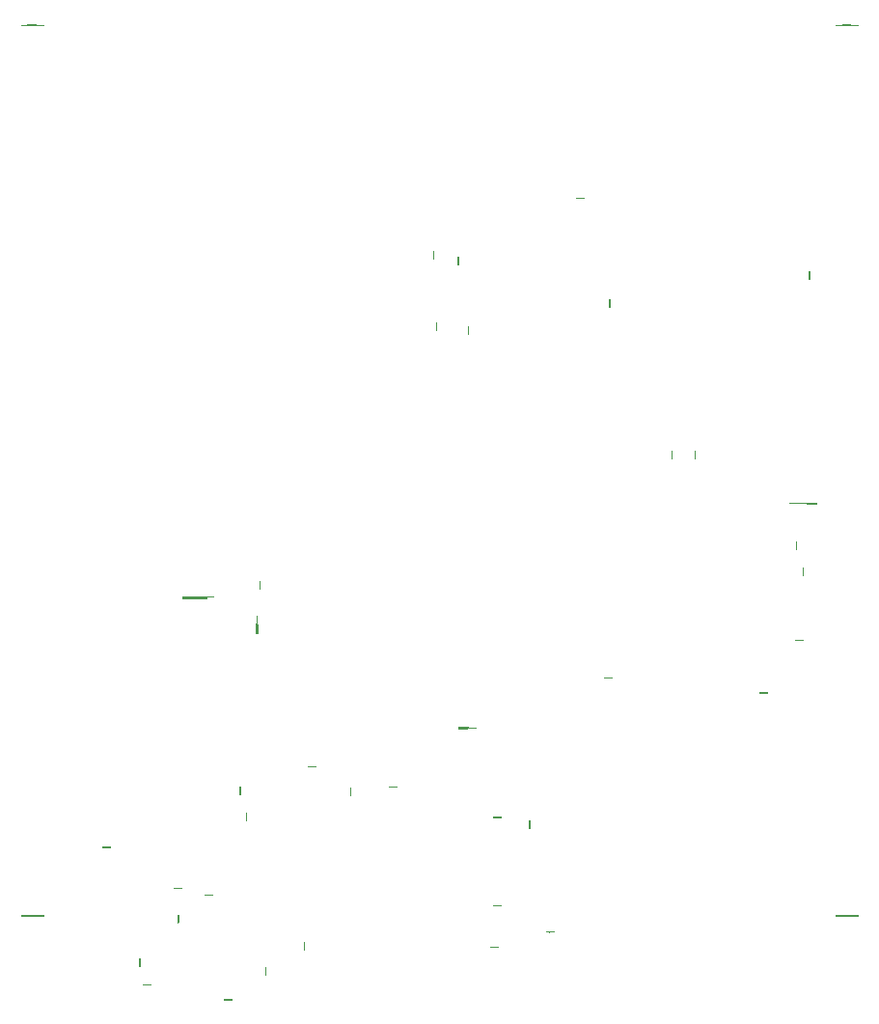
<source format=gbr>
%TF.GenerationSoftware,Altium Limited,Altium Designer,20.0.11 (256)*%
G04 Layer_Color=32768*
%FSLAX26Y26*%
%MOIN*%
%TF.FileFunction,Other,Mechanical_3*%
%TF.Part,Single*%
G01*
G75*
%TA.AperFunction,NonConductor*%
%ADD164C,0.000100*%
D164*
X159000Y364000D02*
Y363000D01*
Y363500D01*
X159667D01*
Y364000D01*
Y363000D01*
X160000Y364000D02*
X160333D01*
X160166D01*
Y363000D01*
X160000D01*
X160333D01*
X161499Y363833D02*
X161333Y364000D01*
X160999D01*
X160833Y363833D01*
Y363666D01*
X160999Y363500D01*
X161333D01*
X161499Y363333D01*
Y363167D01*
X161333Y363000D01*
X160999D01*
X160833Y363167D01*
X161833Y364000D02*
X162499D01*
X162166D01*
Y363000D01*
X163332Y364000D02*
X162999D01*
X162832Y363833D01*
Y363167D01*
X162999Y363000D01*
X163332D01*
X163499Y363167D01*
Y363833D01*
X163332Y364000D01*
X163832Y363000D02*
Y364000D01*
X164332D01*
X164498Y363833D01*
Y363500D01*
X164332Y363333D01*
X163832D01*
X164165D02*
X164498Y363000D01*
X164832Y364000D02*
Y363833D01*
X165165Y363500D01*
X165498Y363833D01*
Y364000D01*
X165165Y363500D02*
Y363000D01*
X165831Y363666D02*
X165998D01*
Y363500D01*
X165831D01*
Y363666D01*
Y363167D02*
X165998D01*
Y363000D01*
X165831D01*
Y363167D01*
X168331Y363833D02*
X168164Y364000D01*
X167831D01*
X167664Y363833D01*
Y363666D01*
X167831Y363500D01*
X168164D01*
X168331Y363333D01*
Y363167D01*
X168164Y363000D01*
X167831D01*
X167664Y363167D01*
X169330Y363833D02*
X169164Y364000D01*
X168830D01*
X168664Y363833D01*
Y363666D01*
X168830Y363500D01*
X169164D01*
X169330Y363333D01*
Y363167D01*
X169164Y363000D01*
X168830D01*
X168664Y363167D01*
X170663Y363833D02*
X170830Y364000D01*
X171163D01*
X171330Y363833D01*
Y363167D01*
X171163Y363000D01*
X170830D01*
X170663Y363167D01*
Y363833D01*
X171663Y363167D02*
X171829Y363000D01*
X172163D01*
X172329Y363167D01*
Y363833D01*
X172163Y364000D01*
X171829D01*
X171663Y363833D01*
Y363666D01*
X171829Y363500D01*
X172329D01*
X172663Y363000D02*
X172996D01*
X172829D01*
Y364000D01*
X172663Y363833D01*
X173496Y363167D02*
X173662Y363000D01*
X173995D01*
X174162Y363167D01*
Y363833D01*
X173995Y364000D01*
X173662D01*
X173496Y363833D01*
Y363666D01*
X173662Y363500D01*
X174162D01*
X174495Y363000D02*
X174829D01*
X174662D01*
Y364000D01*
X174495Y363833D01*
X175328D02*
X175495Y364000D01*
X175828D01*
X175995Y363833D01*
Y363666D01*
X175828Y363500D01*
X175662D01*
X175828D01*
X175995Y363333D01*
Y363167D01*
X175828Y363000D01*
X175495D01*
X175328Y363167D01*
X176495Y362833D02*
X176661Y363000D01*
Y363167D01*
X176495D01*
Y363000D01*
X176661D01*
X176495Y362833D01*
X176328Y362667D01*
X178994Y363833D02*
X178827Y364000D01*
X178494D01*
X178328Y363833D01*
Y363167D01*
X178494Y363000D01*
X178827D01*
X178994Y363167D01*
X179327Y363000D02*
Y364000D01*
X179827D01*
X179994Y363833D01*
Y363500D01*
X179827Y363333D01*
X179327D01*
X179661D02*
X179994Y363000D01*
X180994Y364000D02*
X180327D01*
Y363000D01*
X180994D01*
X180327Y363500D02*
X180660D01*
X181327Y363000D02*
Y363666D01*
X181660Y364000D01*
X181993Y363666D01*
Y363000D01*
Y363500D01*
X181327D01*
X182326Y364000D02*
X182993D01*
X182660D01*
Y363000D01*
X183993Y364000D02*
X183326D01*
Y363000D01*
X183993D01*
X183326Y363500D02*
X183659D01*
X184326Y364000D02*
Y363000D01*
X184826D01*
X184992Y363167D01*
Y363833D01*
X184826Y364000D01*
X184326D01*
X186325Y363000D02*
Y364000D01*
X186825D01*
X186992Y363833D01*
Y363500D01*
X186825Y363333D01*
X186325D01*
X187991Y364000D02*
X187325D01*
Y363000D01*
X187991D01*
X187325Y363500D02*
X187658D01*
X188325Y363000D02*
Y364000D01*
X188824D01*
X188991Y363833D01*
Y363500D01*
X188824Y363333D01*
X188325D01*
X188658D02*
X188991Y363000D01*
X190990Y363833D02*
X190824Y364000D01*
X190491D01*
X190324Y363833D01*
Y363666D01*
X190491Y363500D01*
X190824D01*
X190990Y363333D01*
Y363167D01*
X190824Y363000D01*
X190491D01*
X190324Y363167D01*
X191324Y363000D02*
Y364000D01*
X191823D01*
X191990Y363833D01*
Y363500D01*
X191823Y363333D01*
X191324D01*
X192323Y363000D02*
Y363666D01*
X192657Y364000D01*
X192990Y363666D01*
Y363000D01*
Y363500D01*
X192323D01*
X193990Y363833D02*
X193823Y364000D01*
X193490D01*
X193323Y363833D01*
Y363167D01*
X193490Y363000D01*
X193823D01*
X193990Y363167D01*
X194989Y364000D02*
X194323D01*
Y363000D01*
X194989D01*
X194323Y363500D02*
X194656D01*
X195322Y364000D02*
X195989Y363000D01*
Y364000D02*
X195322Y363000D01*
X197322Y364000D02*
Y363000D01*
X197822D01*
X197988Y363167D01*
Y363333D01*
X197822Y363500D01*
X197322D01*
X197822D01*
X197988Y363666D01*
Y363833D01*
X197822Y364000D01*
X197322D01*
X198322Y363000D02*
Y363666D01*
X198655Y364000D01*
X198988Y363666D01*
Y363000D01*
Y363500D01*
X198322D01*
X199988Y363833D02*
X199821Y364000D01*
X199488D01*
X199321Y363833D01*
Y363666D01*
X199488Y363500D01*
X199821D01*
X199988Y363333D01*
Y363167D01*
X199821Y363000D01*
X199488D01*
X199321Y363167D01*
X200321Y364000D02*
X200654D01*
X200488D01*
Y363000D01*
X200321D01*
X200654D01*
X201821Y363833D02*
X201654Y364000D01*
X201321D01*
X201154Y363833D01*
Y363167D01*
X201321Y363000D01*
X201654D01*
X201821Y363167D01*
X203820Y364000D02*
X203154D01*
Y363500D01*
X203487D01*
X203154D01*
Y363000D01*
X204153D02*
X204820Y363666D01*
X205153Y363000D02*
Y364000D01*
X205653D01*
X205819Y363833D01*
Y363500D01*
X205653Y363333D01*
X205153D01*
X207152Y363000D02*
Y363666D01*
X207486Y364000D01*
X207819Y363666D01*
Y363000D01*
Y363500D01*
X207152D01*
X208152Y363000D02*
Y364000D01*
X208819Y363000D01*
Y364000D01*
X209152D02*
Y363000D01*
X209651D01*
X209818Y363167D01*
Y363833D01*
X209651Y364000D01*
X209152D01*
X211818Y363833D02*
X211651Y364000D01*
X211318D01*
X211151Y363833D01*
Y363666D01*
X211318Y363500D01*
X211651D01*
X211818Y363333D01*
Y363167D01*
X211651Y363000D01*
X211318D01*
X211151Y363167D01*
X212151Y364000D02*
Y363833D01*
X212484Y363500D01*
X212817Y363833D01*
Y364000D01*
X212484Y363500D02*
Y363000D01*
X213150D02*
Y364000D01*
X213484Y363666D01*
X213817Y364000D01*
Y363000D01*
X214150Y364000D02*
Y363000D01*
X214650D01*
X214817Y363167D01*
Y363333D01*
X214650Y363500D01*
X214150D01*
X214650D01*
X214817Y363666D01*
Y363833D01*
X214650Y364000D01*
X214150D01*
X215650D02*
X215316D01*
X215150Y363833D01*
Y363167D01*
X215316Y363000D01*
X215650D01*
X215816Y363167D01*
Y363833D01*
X215650Y364000D01*
X216150D02*
Y363000D01*
X216816D01*
X218815Y363833D02*
X218649Y364000D01*
X218316D01*
X218149Y363833D01*
Y363167D01*
X218316Y363000D01*
X218649D01*
X218815Y363167D01*
X219149Y363000D02*
Y364000D01*
X219649D01*
X219815Y363833D01*
Y363500D01*
X219649Y363333D01*
X219149D01*
X219482D02*
X219815Y363000D01*
X220815Y364000D02*
X220148D01*
Y363000D01*
X220815D01*
X220148Y363500D02*
X220482D01*
X221148Y363000D02*
Y363666D01*
X221481Y364000D01*
X221815Y363666D01*
Y363000D01*
Y363500D01*
X221148D01*
X222148Y364000D02*
X222814D01*
X222481D01*
Y363000D01*
X223148Y364000D02*
X223481D01*
X223314D01*
Y363000D01*
X223148D01*
X223481D01*
X224480Y364000D02*
X224147D01*
X223981Y363833D01*
Y363167D01*
X224147Y363000D01*
X224480D01*
X224647Y363167D01*
Y363833D01*
X224480Y364000D01*
X224980Y363000D02*
Y364000D01*
X225647Y363000D01*
Y364000D01*
X227646Y363833D02*
X227480Y364000D01*
X227146D01*
X226980Y363833D01*
Y363666D01*
X227146Y363500D01*
X227480D01*
X227646Y363333D01*
Y363167D01*
X227480Y363000D01*
X227146D01*
X226980Y363167D01*
X227979Y364000D02*
X228646D01*
X228313D01*
Y363000D01*
X228979D02*
Y363666D01*
X229312Y364000D01*
X229646Y363666D01*
Y363000D01*
Y363500D01*
X228979D01*
X229979Y363000D02*
Y364000D01*
X230645Y363000D01*
Y364000D01*
X230978D02*
Y363000D01*
X231478D01*
X231645Y363167D01*
Y363833D01*
X231478Y364000D01*
X230978D01*
X231978Y363000D02*
Y363666D01*
X232311Y364000D01*
X232645Y363666D01*
Y363000D01*
Y363500D01*
X231978D01*
X232978Y363000D02*
Y364000D01*
X233478D01*
X233644Y363833D01*
Y363500D01*
X233478Y363333D01*
X232978D01*
X233311D02*
X233644Y363000D01*
X233978Y364000D02*
Y363000D01*
X234477D01*
X234644Y363167D01*
Y363833D01*
X234477Y364000D01*
X233978D01*
X235644Y363833D02*
X235477Y364000D01*
X235144D01*
X234977Y363833D01*
Y363666D01*
X235144Y363500D01*
X235477D01*
X235644Y363333D01*
Y363167D01*
X235477Y363000D01*
X235144D01*
X234977Y363167D01*
X235977Y363000D02*
Y363167D01*
X236144D01*
Y363000D01*
X235977D01*
X180000Y366000D02*
Y365000D01*
X180667D01*
X181500Y366000D02*
X181166D01*
X181000Y365833D01*
Y365167D01*
X181166Y365000D01*
X181500D01*
X181666Y365167D01*
Y365833D01*
X181500Y366000D01*
X182666Y365833D02*
X182499Y366000D01*
X182166D01*
X181999Y365833D01*
Y365167D01*
X182166Y365000D01*
X182499D01*
X182666Y365167D01*
X182999Y365000D02*
Y365666D01*
X183332Y366000D01*
X183666Y365666D01*
Y365000D01*
Y365500D01*
X182999D01*
X183999Y366000D02*
X184665D01*
X184332D01*
Y365000D01*
X184999Y366000D02*
X185332D01*
X185165D01*
Y365000D01*
X184999D01*
X185332D01*
X186331Y366000D02*
X185998D01*
X185832Y365833D01*
Y365167D01*
X185998Y365000D01*
X186331D01*
X186498Y365167D01*
Y365833D01*
X186331Y366000D01*
X186831Y365000D02*
Y366000D01*
X187498Y365000D01*
Y366000D01*
X187831Y365666D02*
X187998D01*
Y365500D01*
X187831D01*
Y365666D01*
Y365167D02*
X187998D01*
Y365000D01*
X187831D01*
Y365167D01*
X189664Y366000D02*
X190330D01*
X189997D01*
Y365000D01*
X191163Y366000D02*
X190830D01*
X190663Y365833D01*
Y365167D01*
X190830Y365000D01*
X191163D01*
X191330Y365167D01*
Y365833D01*
X191163Y366000D01*
X192163D02*
X191830D01*
X191663Y365833D01*
Y365167D01*
X191830Y365000D01*
X192163D01*
X192330Y365167D01*
Y365833D01*
X192163Y366000D01*
X192663D02*
Y365000D01*
X193329D01*
X193663Y365500D02*
X194329D01*
X194662Y366000D02*
X195329D01*
X194995D01*
Y365000D01*
X196328Y366000D02*
X195662D01*
Y365000D01*
X196328D01*
X195662Y365500D02*
X195995D01*
X197328Y365833D02*
X197161Y366000D01*
X196828D01*
X196662Y365833D01*
Y365666D01*
X196828Y365500D01*
X197161D01*
X197328Y365333D01*
Y365167D01*
X197161Y365000D01*
X196828D01*
X196662Y365167D01*
X197661Y366000D02*
X198328D01*
X197995D01*
Y365000D01*
X198661Y365500D02*
X199328D01*
X199661Y365000D02*
Y366000D01*
X199994Y365666D01*
X200327Y366000D01*
Y365000D01*
X200661Y366000D02*
X201327D01*
X200994D01*
Y365000D01*
X202327Y365833D02*
X202160Y366000D01*
X201827D01*
X201660Y365833D01*
Y365167D01*
X201827Y365000D01*
X202160D01*
X202327Y365167D01*
Y365500D01*
X201993D01*
X202660Y365000D02*
Y365167D01*
X202827D01*
Y365000D01*
X202660D01*
X203493D02*
Y366000D01*
X203993D01*
X204160Y365833D01*
Y365500D01*
X203993Y365333D01*
X203493D01*
X205159Y365833D02*
X204993Y366000D01*
X204659D01*
X204493Y365833D01*
Y365167D01*
X204659Y365000D01*
X204993D01*
X205159Y365167D01*
X205492Y366000D02*
Y365000D01*
X205992D01*
X206159Y365167D01*
Y365333D01*
X205992Y365500D01*
X205492D01*
X205992D01*
X206159Y365666D01*
Y365833D01*
X205992Y366000D01*
X205492D01*
X206492D02*
Y365000D01*
X207159D01*
X207492Y366000D02*
X207825D01*
X207658D01*
Y365000D01*
X207492D01*
X207825D01*
X208325Y366000D02*
Y365000D01*
X208825D01*
X208991Y365167D01*
Y365333D01*
X208825Y365500D01*
X208325D01*
X208825D01*
X208991Y365666D01*
Y365833D01*
X208825Y366000D01*
X208325D01*
X1671465Y1012000D02*
Y1011000D01*
Y1011500D01*
X1672131D01*
Y1012000D01*
Y1011000D01*
X1672464Y1012000D02*
X1672797D01*
X1672631D01*
Y1011000D01*
X1672464D01*
X1672797D01*
X1673964Y1011833D02*
X1673797Y1012000D01*
X1673464D01*
X1673297Y1011833D01*
Y1011667D01*
X1673464Y1011500D01*
X1673797D01*
X1673964Y1011333D01*
Y1011167D01*
X1673797Y1011000D01*
X1673464D01*
X1673297Y1011167D01*
X1674297Y1012000D02*
X1674964D01*
X1674630D01*
Y1011000D01*
X1675797Y1012000D02*
X1675463D01*
X1675297Y1011833D01*
Y1011167D01*
X1675463Y1011000D01*
X1675797D01*
X1675963Y1011167D01*
Y1011833D01*
X1675797Y1012000D01*
X1676296Y1011000D02*
Y1012000D01*
X1676796D01*
X1676963Y1011833D01*
Y1011500D01*
X1676796Y1011333D01*
X1676296D01*
X1676630D02*
X1676963Y1011000D01*
X1677296Y1012000D02*
Y1011833D01*
X1677629Y1011500D01*
X1677963Y1011833D01*
Y1012000D01*
X1677629Y1011500D02*
Y1011000D01*
X1678296Y1011667D02*
X1678463D01*
Y1011500D01*
X1678296D01*
Y1011667D01*
Y1011167D02*
X1678463D01*
Y1011000D01*
X1678296D01*
Y1011167D01*
X1680129Y1011000D02*
Y1012000D01*
X1680462Y1011667D01*
X1680795Y1012000D01*
Y1011000D01*
X1681128Y1012000D02*
X1681795D01*
X1681462D01*
Y1011000D01*
X1683128Y1011833D02*
X1683294Y1012000D01*
X1683628D01*
X1683794Y1011833D01*
Y1011167D01*
X1683628Y1011000D01*
X1683294D01*
X1683128Y1011167D01*
Y1011833D01*
X1684794Y1011000D02*
X1684128D01*
X1684794Y1011667D01*
Y1011833D01*
X1684627Y1012000D01*
X1684294D01*
X1684128Y1011833D01*
X1685127Y1011000D02*
X1685460D01*
X1685294D01*
Y1012000D01*
X1685127Y1011833D01*
X1685960Y1012000D02*
X1686627D01*
Y1011833D01*
X1685960Y1011167D01*
Y1011000D01*
X1686960D02*
X1687293D01*
X1687127D01*
Y1012000D01*
X1686960Y1011833D01*
X1687793Y1011000D02*
X1688126D01*
X1687960D01*
Y1012000D01*
X1687793Y1011833D01*
X1688793Y1010833D02*
X1688959Y1011000D01*
Y1011167D01*
X1688793D01*
Y1011000D01*
X1688959D01*
X1688793Y1010833D01*
X1688626Y1010667D01*
X1691125Y1012000D02*
X1690792D01*
X1690626Y1011833D01*
Y1011167D01*
X1690792Y1011000D01*
X1691125D01*
X1691292Y1011167D01*
Y1011833D01*
X1691125Y1012000D01*
X1691625D02*
Y1011000D01*
X1692292D01*
X1692625Y1012000D02*
Y1011000D01*
X1693125D01*
X1693292Y1011167D01*
Y1011833D01*
X1693125Y1012000D01*
X1692625D01*
X1694291D02*
X1693625D01*
Y1011000D01*
X1694291D01*
X1693625Y1011500D02*
X1693958D01*
X1694624Y1011000D02*
Y1012000D01*
X1695124D01*
X1695291Y1011833D01*
Y1011500D01*
X1695124Y1011333D01*
X1694624D01*
X1694958D02*
X1695291Y1011000D01*
X1697290Y1012000D02*
X1696624D01*
Y1011500D01*
X1696957D01*
X1696624D01*
Y1011000D01*
X1698123Y1012000D02*
X1697790D01*
X1697623Y1011833D01*
Y1011167D01*
X1697790Y1011000D01*
X1698123D01*
X1698290Y1011167D01*
Y1011833D01*
X1698123Y1012000D01*
X1699123D02*
X1698790D01*
X1698623Y1011833D01*
Y1011167D01*
X1698790Y1011000D01*
X1699123D01*
X1699290Y1011167D01*
Y1011833D01*
X1699123Y1012000D01*
X1699623D02*
X1700289D01*
X1699956D01*
Y1011000D01*
X1700623D02*
Y1012000D01*
X1701122D01*
X1701289Y1011833D01*
Y1011500D01*
X1701122Y1011333D01*
X1700623D01*
X1701622Y1011000D02*
Y1012000D01*
X1702122D01*
X1702289Y1011833D01*
Y1011500D01*
X1702122Y1011333D01*
X1701622D01*
X1701956D02*
X1702289Y1011000D01*
X1702622Y1012000D02*
X1702955D01*
X1702789D01*
Y1011000D01*
X1702622D01*
X1702955D01*
X1703455D02*
Y1012000D01*
X1704122Y1011000D01*
Y1012000D01*
X1704455D02*
X1705121D01*
X1704788D01*
Y1011000D01*
X1705455D02*
Y1011167D01*
X1705621D01*
Y1011000D01*
X1705455D01*
X1707954Y1011833D02*
X1707787Y1012000D01*
X1707454D01*
X1707287Y1011833D01*
Y1011667D01*
X1707454Y1011500D01*
X1707787D01*
X1707954Y1011333D01*
Y1011167D01*
X1707787Y1011000D01*
X1707454D01*
X1707287Y1011167D01*
X1708287Y1012000D02*
X1708954D01*
X1708620D01*
Y1011000D01*
X1709287D02*
Y1011667D01*
X1709620Y1012000D01*
X1709953Y1011667D01*
Y1011000D01*
Y1011500D01*
X1709287D01*
X1710286Y1011000D02*
Y1012000D01*
X1710953Y1011000D01*
Y1012000D01*
X1711286D02*
Y1011000D01*
X1711786D01*
X1711953Y1011167D01*
Y1011833D01*
X1711786Y1012000D01*
X1711286D01*
X1712286Y1011000D02*
Y1011667D01*
X1712619Y1012000D01*
X1712952Y1011667D01*
Y1011000D01*
Y1011500D01*
X1712286D01*
X1713285Y1011000D02*
Y1012000D01*
X1713785D01*
X1713952Y1011833D01*
Y1011500D01*
X1713785Y1011333D01*
X1713285D01*
X1713619D02*
X1713952Y1011000D01*
X1714285Y1012000D02*
Y1011000D01*
X1714785D01*
X1714952Y1011167D01*
Y1011833D01*
X1714785Y1012000D01*
X1714285D01*
X1716285Y1011000D02*
Y1012000D01*
X1716618Y1011667D01*
X1716951Y1012000D01*
Y1011000D01*
X1717284D02*
Y1011667D01*
X1717618Y1012000D01*
X1717951Y1011667D01*
Y1011000D01*
Y1011500D01*
X1717284D01*
X1718284Y1012000D02*
X1718950Y1011000D01*
Y1012000D02*
X1718284Y1011000D01*
X1720283Y1012000D02*
Y1011000D01*
Y1011500D01*
X1720950D01*
Y1012000D01*
Y1011000D01*
X1721950Y1012000D02*
X1721283D01*
Y1011000D01*
X1721950D01*
X1721283Y1011500D02*
X1721616D01*
X1722283Y1012000D02*
X1722616D01*
X1722449D01*
Y1011000D01*
X1722283D01*
X1722616D01*
X1723782Y1011833D02*
X1723616Y1012000D01*
X1723283D01*
X1723116Y1011833D01*
Y1011167D01*
X1723283Y1011000D01*
X1723616D01*
X1723782Y1011167D01*
Y1011500D01*
X1723449D01*
X1724116Y1012000D02*
Y1011000D01*
Y1011500D01*
X1724782D01*
Y1012000D01*
Y1011000D01*
X1725115Y1012000D02*
X1725782D01*
X1725448D01*
Y1011000D01*
X1727115D02*
X1727448D01*
X1727281D01*
Y1012000D01*
X1727115Y1011833D01*
X1727948Y1011000D02*
Y1011167D01*
X1728114D01*
Y1011000D01*
X1727948D01*
X1728781D02*
X1729114D01*
X1728947D01*
Y1012000D01*
X1728781Y1011833D01*
X1729614Y1011000D02*
Y1012000D01*
X1729947Y1011667D01*
X1730281Y1012000D01*
Y1011000D01*
X1730614D02*
Y1012000D01*
X1730947Y1011667D01*
X1731280Y1012000D01*
Y1011000D01*
X1671465Y1014000D02*
Y1013000D01*
X1672131D01*
X1672964Y1014000D02*
X1672631D01*
X1672464Y1013833D01*
Y1013167D01*
X1672631Y1013000D01*
X1672964D01*
X1673131Y1013167D01*
Y1013833D01*
X1672964Y1014000D01*
X1674130Y1013833D02*
X1673964Y1014000D01*
X1673631D01*
X1673464Y1013833D01*
Y1013167D01*
X1673631Y1013000D01*
X1673964D01*
X1674130Y1013167D01*
X1674464Y1013000D02*
Y1013667D01*
X1674797Y1014000D01*
X1675130Y1013667D01*
Y1013000D01*
Y1013500D01*
X1674464D01*
X1675463Y1014000D02*
X1676130D01*
X1675797D01*
Y1013000D01*
X1676463Y1014000D02*
X1676796D01*
X1676630D01*
Y1013000D01*
X1676463D01*
X1676796D01*
X1677796Y1014000D02*
X1677463D01*
X1677296Y1013833D01*
Y1013167D01*
X1677463Y1013000D01*
X1677796D01*
X1677963Y1013167D01*
Y1013833D01*
X1677796Y1014000D01*
X1678296Y1013000D02*
Y1014000D01*
X1678962Y1013000D01*
Y1014000D01*
X1679296Y1013667D02*
X1679462D01*
Y1013500D01*
X1679296D01*
Y1013667D01*
Y1013167D02*
X1679462D01*
Y1013000D01*
X1679296D01*
Y1013167D01*
X1681795Y1013833D02*
X1681628Y1014000D01*
X1681295D01*
X1681128Y1013833D01*
Y1013667D01*
X1681295Y1013500D01*
X1681628D01*
X1681795Y1013333D01*
Y1013167D01*
X1681628Y1013000D01*
X1681295D01*
X1681128Y1013167D01*
X1682128Y1014000D02*
Y1013167D01*
X1682295Y1013000D01*
X1682628D01*
X1682795Y1013167D01*
Y1014000D01*
X1683128Y1013000D02*
Y1014000D01*
X1683628D01*
X1683794Y1013833D01*
Y1013500D01*
X1683628Y1013333D01*
X1683128D01*
X1683461D02*
X1683794Y1013000D01*
X1684794Y1014000D02*
X1684128D01*
Y1013500D01*
X1684461D01*
X1684128D01*
Y1013000D01*
X1685127D02*
Y1013667D01*
X1685460Y1014000D01*
X1685794Y1013667D01*
Y1013000D01*
Y1013500D01*
X1685127D01*
X1686793Y1013833D02*
X1686627Y1014000D01*
X1686293D01*
X1686127Y1013833D01*
Y1013167D01*
X1686293Y1013000D01*
X1686627D01*
X1686793Y1013167D01*
X1687793Y1014000D02*
X1687127D01*
Y1013000D01*
X1687793D01*
X1687127Y1013500D02*
X1687460D01*
X1688126Y1013000D02*
Y1014000D01*
X1688459Y1013667D01*
X1688793Y1014000D01*
Y1013000D01*
X1689626Y1014000D02*
X1689293D01*
X1689126Y1013833D01*
Y1013167D01*
X1689293Y1013000D01*
X1689626D01*
X1689793Y1013167D01*
Y1013833D01*
X1689626Y1014000D01*
X1690126D02*
Y1013167D01*
X1690292Y1013000D01*
X1690626D01*
X1690792Y1013167D01*
Y1014000D01*
X1691125Y1013000D02*
Y1014000D01*
X1691792Y1013000D01*
Y1014000D01*
X1692125D02*
X1692792D01*
X1692458D01*
Y1013000D01*
X1693791D02*
X1693125D01*
X1693791Y1013667D01*
Y1013833D01*
X1693625Y1014000D01*
X1693291D01*
X1693125Y1013833D01*
X1694124Y1014000D02*
Y1013000D01*
X1694791D01*
X1695791Y1014000D02*
X1695124D01*
Y1013000D01*
X1695791D01*
X1695124Y1013500D02*
X1695457D01*
X1696124Y1013000D02*
Y1013667D01*
X1696457Y1014000D01*
X1696790Y1013667D01*
Y1013000D01*
Y1013500D01*
X1696124D01*
X1697124Y1014000D02*
Y1013000D01*
X1697623D01*
X1697790Y1013167D01*
Y1013833D01*
X1697623Y1014000D01*
X1697124D01*
X1698123Y1013000D02*
Y1013167D01*
X1698290D01*
Y1013000D01*
X1698123D01*
X1698956D02*
Y1014000D01*
X1699456D01*
X1699623Y1013833D01*
Y1013500D01*
X1699456Y1013333D01*
X1698956D01*
X1700623Y1013833D02*
X1700456Y1014000D01*
X1700123D01*
X1699956Y1013833D01*
Y1013167D01*
X1700123Y1013000D01*
X1700456D01*
X1700623Y1013167D01*
X1700956Y1014000D02*
Y1013000D01*
X1701456D01*
X1701622Y1013167D01*
Y1013333D01*
X1701456Y1013500D01*
X1700956D01*
X1701456D01*
X1701622Y1013667D01*
Y1013833D01*
X1701456Y1014000D01*
X1700956D01*
X1701956D02*
Y1013000D01*
X1702622D01*
X1702955Y1014000D02*
X1703288D01*
X1703122D01*
Y1013000D01*
X1702955D01*
X1703288D01*
X1703788Y1014000D02*
Y1013000D01*
X1704288D01*
X1704455Y1013167D01*
Y1013333D01*
X1704288Y1013500D01*
X1703788D01*
X1704288D01*
X1704455Y1013667D01*
Y1013833D01*
X1704288Y1014000D01*
X1703788D01*
X1672131Y1009000D02*
X1671465D01*
X1672131Y1009667D01*
Y1009833D01*
X1671964Y1010000D01*
X1671631D01*
X1671465Y1009833D01*
X1672464Y1009000D02*
Y1009167D01*
X1672631D01*
Y1009000D01*
X1672464D01*
X1674964Y1009833D02*
X1674797Y1010000D01*
X1674464D01*
X1674297Y1009833D01*
Y1009667D01*
X1674464Y1009500D01*
X1674797D01*
X1674964Y1009333D01*
Y1009167D01*
X1674797Y1009000D01*
X1674464D01*
X1674297Y1009167D01*
X1675963Y1009833D02*
X1675797Y1010000D01*
X1675463D01*
X1675297Y1009833D01*
Y1009667D01*
X1675463Y1009500D01*
X1675797D01*
X1675963Y1009333D01*
Y1009167D01*
X1675797Y1009000D01*
X1675463D01*
X1675297Y1009167D01*
X1677296Y1009000D02*
X1677629D01*
X1677463D01*
Y1010000D01*
X1677296Y1009833D01*
X1678129D02*
X1678296Y1010000D01*
X1678629D01*
X1678796Y1009833D01*
Y1009167D01*
X1678629Y1009000D01*
X1678296D01*
X1678129Y1009167D01*
Y1009833D01*
X1679795Y1009000D02*
X1679129D01*
X1679795Y1009667D01*
Y1009833D01*
X1679629Y1010000D01*
X1679296D01*
X1679129Y1009833D01*
X1680795Y1010000D02*
X1680129D01*
Y1009500D01*
X1680462Y1009667D01*
X1680629D01*
X1680795Y1009500D01*
Y1009167D01*
X1680629Y1009000D01*
X1680295D01*
X1680129Y1009167D01*
X1681128Y1009000D02*
X1681462D01*
X1681295D01*
Y1010000D01*
X1681128Y1009833D01*
X1682628Y1009000D02*
X1681961D01*
X1682628Y1009667D01*
Y1009833D01*
X1682461Y1010000D01*
X1682128D01*
X1681961Y1009833D01*
X1683128Y1008833D02*
X1683294Y1009000D01*
Y1009167D01*
X1683128D01*
Y1009000D01*
X1683294D01*
X1683128Y1008833D01*
X1682961Y1008667D01*
X1684961Y1009000D02*
Y1009667D01*
X1685294Y1010000D01*
X1685627Y1009667D01*
Y1009000D01*
Y1009500D01*
X1684961D01*
X1685960Y1010000D02*
Y1009000D01*
X1686460D01*
X1686627Y1009167D01*
Y1009833D01*
X1686460Y1010000D01*
X1685960D01*
X1686960D02*
Y1009000D01*
X1687460D01*
X1687627Y1009167D01*
Y1009833D01*
X1687460Y1010000D01*
X1686960D01*
X1688626D02*
X1687960D01*
Y1009000D01*
X1688626D01*
X1687960Y1009500D02*
X1688293D01*
X1688959Y1010000D02*
Y1009000D01*
X1689459D01*
X1689626Y1009167D01*
Y1009833D01*
X1689459Y1010000D01*
X1688959D01*
X1691625Y1009833D02*
X1691459Y1010000D01*
X1691125D01*
X1690959Y1009833D01*
Y1009667D01*
X1691125Y1009500D01*
X1691459D01*
X1691625Y1009333D01*
Y1009167D01*
X1691459Y1009000D01*
X1691125D01*
X1690959Y1009167D01*
X1691958Y1010000D02*
X1692292D01*
X1692125D01*
Y1009000D01*
X1691958D01*
X1692292D01*
X1692792Y1010000D02*
Y1009000D01*
X1693458D01*
X1693791Y1010000D02*
Y1009000D01*
Y1009333D01*
X1694458Y1010000D01*
X1693958Y1009500D01*
X1694458Y1009000D01*
X1695457Y1009833D02*
X1695291Y1010000D01*
X1694958D01*
X1694791Y1009833D01*
Y1009667D01*
X1694958Y1009500D01*
X1695291D01*
X1695457Y1009333D01*
Y1009167D01*
X1695291Y1009000D01*
X1694958D01*
X1694791Y1009167D01*
X1696457Y1009833D02*
X1696291Y1010000D01*
X1695957D01*
X1695791Y1009833D01*
Y1009167D01*
X1695957Y1009000D01*
X1696291D01*
X1696457Y1009167D01*
X1696790Y1009000D02*
Y1010000D01*
X1697290D01*
X1697457Y1009833D01*
Y1009500D01*
X1697290Y1009333D01*
X1696790D01*
X1697124D02*
X1697457Y1009000D01*
X1698457Y1010000D02*
X1697790D01*
Y1009000D01*
X1698457D01*
X1697790Y1009500D02*
X1698123D01*
X1699456Y1010000D02*
X1698790D01*
Y1009000D01*
X1699456D01*
X1698790Y1009500D02*
X1699123D01*
X1699790Y1009000D02*
Y1010000D01*
X1700456Y1009000D01*
Y1010000D01*
X1700789Y1009000D02*
Y1009167D01*
X1700956D01*
Y1009000D01*
X1700789D01*
X1703167Y2373666D02*
X1703000Y2373500D01*
Y2373167D01*
X1703167Y2373000D01*
X1703333D01*
X1703500Y2373167D01*
Y2373500D01*
X1703667Y2373666D01*
X1703833D01*
X1704000Y2373500D01*
Y2373167D01*
X1703833Y2373000D01*
X1703167Y2374666D02*
X1703000Y2374499D01*
Y2374166D01*
X1703167Y2374000D01*
X1703333D01*
X1703500Y2374166D01*
Y2374499D01*
X1703667Y2374666D01*
X1703833D01*
X1704000Y2374499D01*
Y2374166D01*
X1703833Y2374000D01*
X1704000Y2375999D02*
Y2376332D01*
Y2376166D01*
X1703000D01*
X1703167Y2375999D01*
Y2376832D02*
X1703000Y2376999D01*
Y2377332D01*
X1703167Y2377499D01*
X1703833D01*
X1704000Y2377332D01*
Y2376999D01*
X1703833Y2376832D01*
X1703167D01*
X1704000Y2378498D02*
Y2377832D01*
X1703333Y2378498D01*
X1703167D01*
X1703000Y2378332D01*
Y2377999D01*
X1703167Y2377832D01*
X1703000Y2379498D02*
Y2378832D01*
X1703500D01*
X1703333Y2379165D01*
Y2379331D01*
X1703500Y2379498D01*
X1703833D01*
X1704000Y2379331D01*
Y2378998D01*
X1703833Y2378832D01*
X1704000Y2379831D02*
Y2380164D01*
Y2379998D01*
X1703000D01*
X1703167Y2379831D01*
X1704000Y2381331D02*
Y2380664D01*
X1703333Y2381331D01*
X1703167D01*
X1703000Y2381164D01*
Y2380831D01*
X1703167Y2380664D01*
X1704167Y2381831D02*
X1704000Y2381997D01*
X1703833D01*
Y2381831D01*
X1704000D01*
Y2381997D01*
X1704167Y2381831D01*
X1704333Y2381664D01*
X1704000Y2383664D02*
X1703333D01*
X1703000Y2383997D01*
X1703333Y2384330D01*
X1704000D01*
X1703500D01*
Y2383664D01*
X1703000Y2384663D02*
X1704000D01*
Y2385163D01*
X1703833Y2385330D01*
X1703167D01*
X1703000Y2385163D01*
Y2384663D01*
Y2385663D02*
X1704000D01*
Y2386163D01*
X1703833Y2386329D01*
X1703167D01*
X1703000Y2386163D01*
Y2385663D01*
Y2387329D02*
Y2386663D01*
X1704000D01*
Y2387329D01*
X1703500Y2386663D02*
Y2386996D01*
X1703000Y2387662D02*
X1704000D01*
Y2388162D01*
X1703833Y2388329D01*
X1703167D01*
X1703000Y2388162D01*
Y2387662D01*
X1703167Y2390328D02*
X1703000Y2390162D01*
Y2389828D01*
X1703167Y2389662D01*
X1703333D01*
X1703500Y2389828D01*
Y2390162D01*
X1703667Y2390328D01*
X1703833D01*
X1704000Y2390162D01*
Y2389828D01*
X1703833Y2389662D01*
X1703000Y2390661D02*
Y2390995D01*
Y2390828D01*
X1704000D01*
Y2390661D01*
Y2390995D01*
X1703000Y2391494D02*
X1704000D01*
Y2392161D01*
X1703000Y2392494D02*
X1704000D01*
X1703667D01*
X1703000Y2393161D01*
X1703500Y2392661D01*
X1704000Y2393161D01*
X1703167Y2394160D02*
X1703000Y2393994D01*
Y2393660D01*
X1703167Y2393494D01*
X1703333D01*
X1703500Y2393660D01*
Y2393994D01*
X1703667Y2394160D01*
X1703833D01*
X1704000Y2393994D01*
Y2393660D01*
X1703833Y2393494D01*
X1703167Y2395160D02*
X1703000Y2394993D01*
Y2394660D01*
X1703167Y2394494D01*
X1703833D01*
X1704000Y2394660D01*
Y2394993D01*
X1703833Y2395160D01*
X1704000Y2395493D02*
X1703000D01*
Y2395993D01*
X1703167Y2396160D01*
X1703500D01*
X1703667Y2395993D01*
Y2395493D01*
Y2395827D02*
X1704000Y2396160D01*
X1703000Y2397160D02*
Y2396493D01*
X1704000D01*
Y2397160D01*
X1703500Y2396493D02*
Y2396826D01*
X1703000Y2398159D02*
Y2397493D01*
X1704000D01*
Y2398159D01*
X1703500Y2397493D02*
Y2397826D01*
X1704000Y2398492D02*
X1703000D01*
X1704000Y2399159D01*
X1703000D01*
X1704000Y2399492D02*
X1703833D01*
Y2399659D01*
X1704000D01*
Y2399492D01*
X715472Y1466118D02*
Y1465118D01*
Y1465618D01*
X716139D01*
Y1466118D01*
Y1465118D01*
X716472Y1466118D02*
X716805D01*
X716639D01*
Y1465118D01*
X716472D01*
X716805D01*
X717972Y1465951D02*
X717805Y1466118D01*
X717472D01*
X717305Y1465951D01*
Y1465785D01*
X717472Y1465618D01*
X717805D01*
X717972Y1465451D01*
Y1465285D01*
X717805Y1465118D01*
X717472D01*
X717305Y1465285D01*
X718305Y1466118D02*
X718971D01*
X718638D01*
Y1465118D01*
X719804Y1466118D02*
X719471D01*
X719305Y1465951D01*
Y1465285D01*
X719471Y1465118D01*
X719804D01*
X719971Y1465285D01*
Y1465951D01*
X719804Y1466118D01*
X720304Y1465118D02*
Y1466118D01*
X720804D01*
X720971Y1465951D01*
Y1465618D01*
X720804Y1465451D01*
X720304D01*
X720638D02*
X720971Y1465118D01*
X721304Y1466118D02*
Y1465951D01*
X721637Y1465618D01*
X721971Y1465951D01*
Y1466118D01*
X721637Y1465618D02*
Y1465118D01*
X722304Y1465785D02*
X722470D01*
Y1465618D01*
X722304D01*
Y1465785D01*
Y1465285D02*
X722470D01*
Y1465118D01*
X722304D01*
Y1465285D01*
X724136Y1465118D02*
X724470D01*
X724303D01*
Y1466118D01*
X724136Y1465951D01*
X724970Y1465118D02*
Y1465285D01*
X725136D01*
Y1465118D01*
X724970D01*
X726802D02*
Y1466118D01*
X727136Y1465785D01*
X727469Y1466118D01*
Y1465118D01*
X727802Y1466118D02*
X728469D01*
X728135D01*
Y1465118D01*
X729802Y1465951D02*
X729968Y1466118D01*
X730301D01*
X730468Y1465951D01*
Y1465285D01*
X730301Y1465118D01*
X729968D01*
X729802Y1465285D01*
Y1465951D01*
X730801Y1465285D02*
X730968Y1465118D01*
X731301D01*
X731468Y1465285D01*
Y1465951D01*
X731301Y1466118D01*
X730968D01*
X730801Y1465951D01*
Y1465785D01*
X730968Y1465618D01*
X731468D01*
X731801Y1465951D02*
X731967Y1466118D01*
X732301D01*
X732467Y1465951D01*
Y1465285D01*
X732301Y1465118D01*
X731967D01*
X731801Y1465285D01*
Y1465951D01*
X732801Y1465285D02*
X732967Y1465118D01*
X733300D01*
X733467Y1465285D01*
Y1465951D01*
X733300Y1466118D01*
X732967D01*
X732801Y1465951D01*
Y1465785D01*
X732967Y1465618D01*
X733467D01*
X733800Y1465951D02*
X733967Y1466118D01*
X734300D01*
X734467Y1465951D01*
Y1465285D01*
X734300Y1465118D01*
X733967D01*
X733800Y1465285D01*
Y1465951D01*
X734800Y1465285D02*
X734967Y1465118D01*
X735300D01*
X735466Y1465285D01*
Y1465951D01*
X735300Y1466118D01*
X734967D01*
X734800Y1465951D01*
Y1465785D01*
X734967Y1465618D01*
X735466D01*
X735966Y1464952D02*
X736133Y1465118D01*
Y1465285D01*
X735966D01*
Y1465118D01*
X736133D01*
X735966Y1464952D01*
X735800Y1464785D01*
X737799Y1466118D02*
Y1465285D01*
X737966Y1465118D01*
X738299D01*
X738466Y1465285D01*
Y1466118D01*
X738799Y1465118D02*
Y1466118D01*
X739299D01*
X739465Y1465951D01*
Y1465618D01*
X739299Y1465451D01*
X738799D01*
X739798Y1466118D02*
Y1465118D01*
X740298D01*
X740465Y1465285D01*
Y1465951D01*
X740298Y1466118D01*
X739798D01*
X740798Y1465118D02*
Y1465785D01*
X741131Y1466118D01*
X741465Y1465785D01*
Y1465118D01*
Y1465618D01*
X740798D01*
X741798Y1466118D02*
X742464D01*
X742131D01*
Y1465118D01*
X743464Y1466118D02*
X742798D01*
Y1465118D01*
X743464D01*
X742798Y1465618D02*
X743131D01*
X743797Y1466118D02*
Y1465118D01*
X744297D01*
X744464Y1465285D01*
Y1465951D01*
X744297Y1466118D01*
X743797D01*
X745797D02*
Y1465118D01*
X746130Y1465451D01*
X746463Y1465118D01*
Y1466118D01*
X746796D02*
X747130D01*
X746963D01*
Y1465118D01*
X746796D01*
X747130D01*
X747630Y1466118D02*
X748296D01*
X747963D01*
Y1465118D01*
X748629Y1466118D02*
Y1465118D01*
Y1465618D01*
X749296D01*
Y1466118D01*
Y1465118D01*
X750629D02*
Y1465785D01*
X750962Y1466118D01*
X751295Y1465785D01*
Y1465118D01*
Y1465618D01*
X750629D01*
X752295Y1465951D02*
X752128Y1466118D01*
X751795D01*
X751628Y1465951D01*
Y1465785D01*
X751795Y1465618D01*
X752128D01*
X752295Y1465451D01*
Y1465285D01*
X752128Y1465118D01*
X751795D01*
X751628Y1465285D01*
X753294Y1465951D02*
X753128Y1466118D01*
X752795D01*
X752628Y1465951D01*
Y1465785D01*
X752795Y1465618D01*
X753128D01*
X753294Y1465451D01*
Y1465285D01*
X753128Y1465118D01*
X752795D01*
X752628Y1465285D01*
X753628Y1466118D02*
Y1465951D01*
X753961Y1465618D01*
X754294Y1465951D01*
Y1466118D01*
X753961Y1465618D02*
Y1465118D01*
X756294D02*
X756127Y1465285D01*
X755960Y1465118D01*
X755794D01*
X755627Y1465285D01*
Y1465451D01*
X755794Y1465618D01*
X755627Y1465785D01*
Y1465951D01*
X755794Y1466118D01*
X755960D01*
X756127Y1465951D01*
Y1465785D01*
X755960Y1465618D01*
X756127Y1465451D01*
Y1465285D01*
X756294Y1465618D02*
X756127Y1465451D01*
X755794Y1465618D02*
X755960D01*
X758293Y1465951D02*
X758126Y1466118D01*
X757793D01*
X757626Y1465951D01*
Y1465285D01*
X757793Y1465118D01*
X758126D01*
X758293Y1465285D01*
X759126Y1466118D02*
X758793D01*
X758626Y1465951D01*
Y1465285D01*
X758793Y1465118D01*
X759126D01*
X759293Y1465285D01*
Y1465951D01*
X759126Y1466118D01*
X759626D02*
Y1465285D01*
X759793Y1465118D01*
X760126D01*
X760292Y1465285D01*
Y1466118D01*
X760626Y1465118D02*
Y1466118D01*
X761125D01*
X761292Y1465951D01*
Y1465618D01*
X761125Y1465451D01*
X760626D01*
X760959D02*
X761292Y1465118D01*
X761625Y1466118D02*
X762292D01*
X761958D01*
Y1465118D01*
X762625Y1466118D02*
Y1465951D01*
X762958Y1465618D01*
X763292Y1465951D01*
Y1466118D01*
X762958Y1465618D02*
Y1465118D01*
X763625D02*
Y1465785D01*
X763958Y1466118D01*
X764291Y1465785D01*
Y1465118D01*
Y1465618D01*
X763625D01*
X764624Y1465118D02*
Y1466118D01*
X765124D01*
X765291Y1465951D01*
Y1465618D01*
X765124Y1465451D01*
X764624D01*
X764958D02*
X765291Y1465118D01*
X765624Y1466118D02*
Y1465118D01*
X766124D01*
X766291Y1465285D01*
Y1465951D01*
X766124Y1466118D01*
X765624D01*
X767624D02*
Y1465118D01*
X768123D01*
X768290Y1465285D01*
Y1465951D01*
X768123Y1466118D01*
X767624D01*
X769290D02*
X768623D01*
Y1465118D01*
X769290D01*
X768623Y1465618D02*
X768956D01*
X769623Y1466118D02*
X770289D01*
X769956D01*
Y1465118D01*
X770623D02*
Y1465785D01*
X770956Y1466118D01*
X771289Y1465785D01*
Y1465118D01*
Y1465618D01*
X770623D01*
X771622Y1466118D02*
X771956D01*
X771789D01*
Y1465118D01*
X771622D01*
X771956D01*
X772455Y1466118D02*
Y1465118D01*
X773122D01*
X774122Y1465951D02*
X773955Y1466118D01*
X773622D01*
X773455Y1465951D01*
Y1465785D01*
X773622Y1465618D01*
X773955D01*
X774122Y1465451D01*
Y1465285D01*
X773955Y1465118D01*
X773622D01*
X773455Y1465285D01*
X774455Y1465118D02*
Y1465285D01*
X774621D01*
Y1465118D01*
X774455D01*
X776954Y1466118D02*
X776288D01*
Y1465118D01*
X776954D01*
X776288Y1465618D02*
X776621D01*
X777287Y1466118D02*
X777954Y1465118D01*
Y1466118D02*
X777287Y1465118D01*
X778287Y1466118D02*
X778953D01*
X778620D01*
Y1465118D01*
X779287D02*
Y1466118D01*
X779787D01*
X779953Y1465951D01*
Y1465618D01*
X779787Y1465451D01*
X779287D01*
X779620D02*
X779953Y1465118D01*
X780286Y1466118D02*
Y1465285D01*
X780453Y1465118D01*
X780786D01*
X780953Y1465285D01*
Y1466118D01*
X781286D02*
Y1465118D01*
X781786D01*
X781953Y1465285D01*
Y1465951D01*
X781786Y1466118D01*
X781286D01*
X782952D02*
X782286D01*
Y1465118D01*
X782952D01*
X782286Y1465618D02*
X782619D01*
X783285Y1466118D02*
Y1465118D01*
X783785D01*
X783952Y1465285D01*
Y1465951D01*
X783785Y1466118D01*
X783285D01*
X785285Y1465951D02*
X785452Y1466118D01*
X785785D01*
X785951Y1465951D01*
Y1465785D01*
X785785Y1465618D01*
X785618D01*
X785785D01*
X785951Y1465451D01*
Y1465285D01*
X785785Y1465118D01*
X785452D01*
X785285Y1465285D01*
X786285Y1466118D02*
Y1465118D01*
X786784D01*
X786951Y1465285D01*
Y1465951D01*
X786784Y1466118D01*
X786285D01*
X788284Y1465118D02*
Y1466118D01*
X788784D01*
X788951Y1465951D01*
Y1465618D01*
X788784Y1465451D01*
X788284D01*
X788617D02*
X788951Y1465118D01*
X789950Y1466118D02*
X789284D01*
Y1465118D01*
X789950D01*
X789284Y1465618D02*
X789617D01*
X790283D02*
X790950D01*
X791950Y1465951D02*
X791783Y1466118D01*
X791450D01*
X791283Y1465951D01*
Y1465785D01*
X791450Y1465618D01*
X791783D01*
X791950Y1465451D01*
Y1465285D01*
X791783Y1465118D01*
X791450D01*
X791283Y1465285D01*
X792283Y1466118D02*
X792616D01*
X792449D01*
Y1465118D01*
X792283D01*
X792616D01*
X793116Y1466118D02*
X793782D01*
Y1465951D01*
X793116Y1465285D01*
Y1465118D01*
X793782D01*
X794782Y1466118D02*
X794116D01*
Y1465118D01*
X794782D01*
X794116Y1465618D02*
X794449D01*
X795115Y1466118D02*
Y1465118D01*
X795615D01*
X795782Y1465285D01*
Y1465951D01*
X795615Y1466118D01*
X795115D01*
X797115D02*
Y1465118D01*
X797615D01*
X797781Y1465285D01*
Y1465451D01*
X797615Y1465618D01*
X797115D01*
X797615D01*
X797781Y1465785D01*
Y1465951D01*
X797615Y1466118D01*
X797115D01*
X798114Y1465118D02*
Y1465785D01*
X798448Y1466118D01*
X798781Y1465785D01*
Y1465118D01*
Y1465618D01*
X798114D01*
X799781Y1465951D02*
X799614Y1466118D01*
X799281D01*
X799114Y1465951D01*
Y1465785D01*
X799281Y1465618D01*
X799614D01*
X799781Y1465451D01*
Y1465285D01*
X799614Y1465118D01*
X799281D01*
X799114Y1465285D01*
X800780Y1466118D02*
X800114D01*
Y1465118D01*
X800780D01*
X800114Y1465618D02*
X800447D01*
X801114Y1466118D02*
Y1465118D01*
X801613D01*
X801780Y1465285D01*
Y1465951D01*
X801613Y1466118D01*
X801114D01*
X803613D02*
X803279D01*
X803113Y1465951D01*
Y1465285D01*
X803279Y1465118D01*
X803613D01*
X803779Y1465285D01*
Y1465951D01*
X803613Y1466118D01*
X804113Y1465118D02*
Y1466118D01*
X804779Y1465118D01*
Y1466118D01*
X806112D02*
X806779D01*
X806445D01*
Y1465118D01*
X807112Y1466118D02*
Y1465118D01*
X807611D01*
X807778Y1465285D01*
Y1465951D01*
X807611Y1466118D01*
X807112D01*
X808111D02*
Y1465118D01*
Y1465451D01*
X808778Y1466118D01*
X808278Y1465618D01*
X808778Y1465118D01*
X810777Y1465951D02*
X810611Y1466118D01*
X810277D01*
X810111Y1465951D01*
Y1465785D01*
X810277Y1465618D01*
X810611D01*
X810777Y1465451D01*
Y1465285D01*
X810611Y1465118D01*
X810277D01*
X810111Y1465285D01*
X811111Y1465118D02*
Y1466118D01*
X811444Y1465785D01*
X811777Y1466118D01*
Y1465118D01*
X812110Y1466118D02*
X812777D01*
X812443D01*
Y1465118D01*
X814110Y1466118D02*
X814443D01*
X814276D01*
Y1465118D01*
X814110D01*
X814443D01*
X814943D02*
Y1466118D01*
X815609Y1465118D01*
Y1466118D01*
X815942D02*
Y1465118D01*
X816442D01*
X816609Y1465285D01*
Y1465951D01*
X816442Y1466118D01*
X815942D01*
X816942D02*
Y1465285D01*
X817109Y1465118D01*
X817442D01*
X817609Y1465285D01*
Y1466118D01*
X818608Y1465951D02*
X818442Y1466118D01*
X818108D01*
X817942Y1465951D01*
Y1465285D01*
X818108Y1465118D01*
X818442D01*
X818608Y1465285D01*
X818942Y1466118D02*
X819608D01*
X819275D01*
Y1465118D01*
X820441Y1466118D02*
X820108D01*
X819941Y1465951D01*
Y1465285D01*
X820108Y1465118D01*
X820441D01*
X820608Y1465285D01*
Y1465951D01*
X820441Y1466118D01*
X820941Y1465118D02*
Y1466118D01*
X821441D01*
X821607Y1465951D01*
Y1465618D01*
X821441Y1465451D01*
X820941D01*
X821274D02*
X821607Y1465118D01*
X822607Y1465951D02*
X822440Y1466118D01*
X822107D01*
X821941Y1465951D01*
Y1465785D01*
X822107Y1465618D01*
X822440D01*
X822607Y1465451D01*
Y1465285D01*
X822440Y1465118D01*
X822107D01*
X821941Y1465285D01*
X822940Y1465118D02*
Y1465285D01*
X823107D01*
Y1465118D01*
X822940D01*
X716068Y1462748D02*
X715402D01*
X716068Y1463415D01*
Y1463581D01*
X715901Y1463748D01*
X715568D01*
X715402Y1463581D01*
X716401Y1462748D02*
Y1462915D01*
X716568D01*
Y1462748D01*
X716401D01*
X718900Y1463581D02*
X718734Y1463748D01*
X718401D01*
X718234Y1463581D01*
Y1463415D01*
X718401Y1463248D01*
X718734D01*
X718900Y1463081D01*
Y1462915D01*
X718734Y1462748D01*
X718401D01*
X718234Y1462915D01*
X719900Y1463581D02*
X719734Y1463748D01*
X719400D01*
X719234Y1463581D01*
Y1463415D01*
X719400Y1463248D01*
X719734D01*
X719900Y1463081D01*
Y1462915D01*
X719734Y1462748D01*
X719400D01*
X719234Y1462915D01*
X721233Y1462748D02*
X721566D01*
X721400D01*
Y1463748D01*
X721233Y1463581D01*
X722066D02*
X722233Y1463748D01*
X722566D01*
X722733Y1463581D01*
Y1462915D01*
X722566Y1462748D01*
X722233D01*
X722066Y1462915D01*
Y1463581D01*
X723732Y1462748D02*
X723066D01*
X723732Y1463415D01*
Y1463581D01*
X723566Y1463748D01*
X723232D01*
X723066Y1463581D01*
X724732Y1463748D02*
X724066D01*
Y1463248D01*
X724399Y1463415D01*
X724565D01*
X724732Y1463248D01*
Y1462915D01*
X724565Y1462748D01*
X724232D01*
X724066Y1462915D01*
X725065Y1462748D02*
X725399D01*
X725232D01*
Y1463748D01*
X725065Y1463581D01*
X726565Y1462748D02*
X725898D01*
X726565Y1463415D01*
Y1463581D01*
X726398Y1463748D01*
X726065D01*
X725898Y1463581D01*
X727065Y1462582D02*
X727231Y1462748D01*
Y1462915D01*
X727065D01*
Y1462748D01*
X727231D01*
X727065Y1462582D01*
X726898Y1462415D01*
X728898Y1462748D02*
Y1463415D01*
X729231Y1463748D01*
X729564Y1463415D01*
Y1462748D01*
Y1463248D01*
X728898D01*
X729897Y1463748D02*
Y1462748D01*
X730397D01*
X730564Y1462915D01*
Y1463581D01*
X730397Y1463748D01*
X729897D01*
X730897D02*
Y1462748D01*
X731397D01*
X731563Y1462915D01*
Y1463581D01*
X731397Y1463748D01*
X730897D01*
X732563D02*
X731897D01*
Y1462748D01*
X732563D01*
X731897Y1463248D02*
X732230D01*
X732896Y1463748D02*
Y1462748D01*
X733396D01*
X733563Y1462915D01*
Y1463581D01*
X733396Y1463748D01*
X732896D01*
X735562Y1463581D02*
X735395Y1463748D01*
X735062D01*
X734896Y1463581D01*
Y1463415D01*
X735062Y1463248D01*
X735395D01*
X735562Y1463081D01*
Y1462915D01*
X735395Y1462748D01*
X735062D01*
X734896Y1462915D01*
X735895Y1463748D02*
X736229D01*
X736062D01*
Y1462748D01*
X735895D01*
X736229D01*
X736729Y1463748D02*
Y1462748D01*
X737395D01*
X737728Y1463748D02*
Y1462748D01*
Y1463081D01*
X738395Y1463748D01*
X737895Y1463248D01*
X738395Y1462748D01*
X739394Y1463581D02*
X739228Y1463748D01*
X738894D01*
X738728Y1463581D01*
Y1463415D01*
X738894Y1463248D01*
X739228D01*
X739394Y1463081D01*
Y1462915D01*
X739228Y1462748D01*
X738894D01*
X738728Y1462915D01*
X740394Y1463581D02*
X740227Y1463748D01*
X739894D01*
X739728Y1463581D01*
Y1462915D01*
X739894Y1462748D01*
X740227D01*
X740394Y1462915D01*
X740727Y1462748D02*
Y1463748D01*
X741227D01*
X741394Y1463581D01*
Y1463248D01*
X741227Y1463081D01*
X740727D01*
X741061D02*
X741394Y1462748D01*
X742394Y1463748D02*
X741727D01*
Y1462748D01*
X742394D01*
X741727Y1463248D02*
X742060D01*
X743393Y1463748D02*
X742727D01*
Y1462748D01*
X743393D01*
X742727Y1463248D02*
X743060D01*
X743726Y1462748D02*
Y1463748D01*
X744393Y1462748D01*
Y1463748D01*
X744726Y1462748D02*
Y1462915D01*
X744893D01*
Y1462748D01*
X744726D01*
X716139Y1461197D02*
X715472D01*
Y1460697D01*
X715806D01*
X715472D01*
Y1460197D01*
X716972Y1461197D02*
X716639D01*
X716472Y1461030D01*
Y1460364D01*
X716639Y1460197D01*
X716972D01*
X717139Y1460364D01*
Y1461030D01*
X716972Y1461197D01*
X717972D02*
X717638D01*
X717472Y1461030D01*
Y1460364D01*
X717638Y1460197D01*
X717972D01*
X718138Y1460364D01*
Y1461030D01*
X717972Y1461197D01*
X718471D02*
X719138D01*
X718805D01*
Y1460197D01*
X719471D02*
Y1461197D01*
X719971D01*
X720138Y1461030D01*
Y1460697D01*
X719971Y1460530D01*
X719471D01*
X720471Y1460197D02*
Y1461197D01*
X720971D01*
X721137Y1461030D01*
Y1460697D01*
X720971Y1460530D01*
X720471D01*
X720804D02*
X721137Y1460197D01*
X721471Y1461197D02*
X721804D01*
X721637D01*
Y1460197D01*
X721471D01*
X721804D01*
X722304D02*
Y1461197D01*
X722970Y1460197D01*
Y1461197D01*
X723303D02*
X723970D01*
X723637D01*
Y1460197D01*
X725303Y1461197D02*
Y1460197D01*
X725636Y1460530D01*
X725969Y1460197D01*
Y1461197D01*
X726303D02*
Y1460197D01*
Y1460697D01*
X726969D01*
Y1461197D01*
Y1460197D01*
X727969Y1461197D02*
X727302D01*
Y1460197D01*
X727969D01*
X727302Y1460697D02*
X727635D01*
X728302Y1460197D02*
Y1461197D01*
X728802D01*
X728968Y1461030D01*
Y1460697D01*
X728802Y1460530D01*
X728302D01*
X728635D02*
X728968Y1460197D01*
X729968Y1461197D02*
X729302D01*
Y1460197D01*
X729968D01*
X729302Y1460697D02*
X729635D01*
X731301Y1461197D02*
Y1460364D01*
X731468Y1460197D01*
X731801D01*
X731967Y1460364D01*
Y1461197D01*
X732967Y1461030D02*
X732801Y1461197D01*
X732467D01*
X732301Y1461030D01*
Y1460863D01*
X732467Y1460697D01*
X732801D01*
X732967Y1460530D01*
Y1460364D01*
X732801Y1460197D01*
X732467D01*
X732301Y1460364D01*
X733967Y1461197D02*
X733300D01*
Y1460197D01*
X733967D01*
X733300Y1460697D02*
X733634D01*
X734300Y1461197D02*
Y1460197D01*
X734800D01*
X734967Y1460364D01*
Y1461030D01*
X734800Y1461197D01*
X734300D01*
X735300Y1460863D02*
X735466D01*
Y1460697D01*
X735300D01*
Y1460863D01*
Y1460364D02*
X735466D01*
Y1460197D01*
X735300D01*
Y1460364D01*
X737133Y1460197D02*
X737466D01*
X737299D01*
Y1461197D01*
X737133Y1461030D01*
X737966Y1460197D02*
Y1460364D01*
X738132D01*
Y1460197D01*
X737966D01*
X739798D02*
Y1461197D01*
X740298D01*
X740465Y1461030D01*
Y1460697D01*
X740298Y1460530D01*
X739798D01*
X740798Y1460197D02*
Y1460863D01*
X741131Y1461197D01*
X741465Y1460863D01*
Y1460197D01*
Y1460697D01*
X740798D01*
X742464Y1461030D02*
X742298Y1461197D01*
X741965D01*
X741798Y1461030D01*
Y1460863D01*
X741965Y1460697D01*
X742298D01*
X742464Y1460530D01*
Y1460364D01*
X742298Y1460197D01*
X741965D01*
X741798Y1460364D01*
X743464Y1461030D02*
X743297Y1461197D01*
X742964D01*
X742798Y1461030D01*
Y1460863D01*
X742964Y1460697D01*
X743297D01*
X743464Y1460530D01*
Y1460364D01*
X743297Y1460197D01*
X742964D01*
X742798Y1460364D01*
X743797Y1461197D02*
X744130D01*
X743964D01*
Y1460197D01*
X743797D01*
X744130D01*
X744630Y1461197D02*
Y1460530D01*
X744964Y1460197D01*
X745297Y1460530D01*
Y1461197D01*
X746297D02*
X745630D01*
Y1460197D01*
X746297D01*
X745630Y1460697D02*
X745963D01*
X748296Y1461030D02*
X748129Y1461197D01*
X747796D01*
X747630Y1461030D01*
Y1460364D01*
X747796Y1460197D01*
X748129D01*
X748296Y1460364D01*
X749129Y1461197D02*
X748796D01*
X748629Y1461030D01*
Y1460364D01*
X748796Y1460197D01*
X749129D01*
X749296Y1460364D01*
Y1461030D01*
X749129Y1461197D01*
X749629Y1460197D02*
Y1461197D01*
X749962Y1460863D01*
X750295Y1461197D01*
Y1460197D01*
X750629D02*
Y1461197D01*
X751128D01*
X751295Y1461030D01*
Y1460697D01*
X751128Y1460530D01*
X750629D01*
X752128Y1461197D02*
X751795D01*
X751628Y1461030D01*
Y1460364D01*
X751795Y1460197D01*
X752128D01*
X752295Y1460364D01*
Y1461030D01*
X752128Y1461197D01*
X752628Y1460197D02*
Y1461197D01*
X753294Y1460197D01*
Y1461197D01*
X754294D02*
X753628D01*
Y1460197D01*
X754294D01*
X753628Y1460697D02*
X753961D01*
X754627Y1460197D02*
Y1461197D01*
X755294Y1460197D01*
Y1461197D01*
X755627D02*
X756294D01*
X755960D01*
Y1460197D01*
X757293Y1461030D02*
X757127Y1461197D01*
X756793D01*
X756627Y1461030D01*
Y1460863D01*
X756793Y1460697D01*
X757127D01*
X757293Y1460530D01*
Y1460364D01*
X757127Y1460197D01*
X756793D01*
X756627Y1460364D01*
X757626Y1460197D02*
X758293Y1460863D01*
X759293Y1461197D02*
X758626D01*
Y1460197D01*
X759293D01*
X758626Y1460697D02*
X758959D01*
X759626Y1460197D02*
Y1461197D01*
X759959Y1460863D01*
X760292Y1461197D01*
Y1460197D01*
X760626Y1461197D02*
X760959D01*
X760792D01*
Y1460197D01*
X760626D01*
X760959D01*
X763125Y1461197D02*
X762458D01*
Y1460697D01*
X762792D01*
X762458D01*
Y1460197D01*
X764125Y1461197D02*
X763458D01*
Y1460197D01*
X764125D01*
X763458Y1460697D02*
X763791D01*
X764458Y1460197D02*
Y1461197D01*
X764958D01*
X765124Y1461030D01*
Y1460697D01*
X764958Y1460530D01*
X764458D01*
X764791D02*
X765124Y1460197D01*
X765457D02*
Y1461197D01*
X765957D01*
X766124Y1461030D01*
Y1460697D01*
X765957Y1460530D01*
X765457D01*
X765791D02*
X766124Y1460197D01*
X766457Y1461197D02*
X766790D01*
X766624D01*
Y1460197D01*
X766457D01*
X766790D01*
X767290Y1461197D02*
X767957D01*
X767624D01*
Y1460197D01*
X768957Y1461197D02*
X768290D01*
Y1460197D01*
X768957D01*
X768290Y1460697D02*
X768623D01*
X770289Y1461197D02*
Y1460197D01*
X770789D01*
X770956Y1460364D01*
Y1460530D01*
X770789Y1460697D01*
X770289D01*
X770789D01*
X770956Y1460863D01*
Y1461030D01*
X770789Y1461197D01*
X770289D01*
X771956D02*
X771289D01*
Y1460197D01*
X771956D01*
X771289Y1460697D02*
X771622D01*
X772289Y1460197D02*
Y1460863D01*
X772622Y1461197D01*
X772955Y1460863D01*
Y1460197D01*
Y1460697D01*
X772289D01*
X773288Y1461197D02*
Y1460197D01*
X773788D01*
X773955Y1460364D01*
Y1461030D01*
X773788Y1461197D01*
X773288D01*
X774955Y1461030D02*
X774788Y1461197D01*
X774455D01*
X774288Y1461030D01*
Y1460863D01*
X774455Y1460697D01*
X774788D01*
X774955Y1460530D01*
Y1460364D01*
X774788Y1460197D01*
X774455D01*
X774288Y1460364D01*
X776288Y1460197D02*
Y1460863D01*
X776621Y1461197D01*
X776954Y1460863D01*
Y1460197D01*
Y1460697D01*
X776288D01*
X777287Y1460197D02*
Y1461197D01*
X777954Y1460197D01*
Y1461197D01*
X778287D02*
Y1460197D01*
X778787D01*
X778953Y1460364D01*
Y1461030D01*
X778787Y1461197D01*
X778287D01*
X780953Y1461030D02*
X780786Y1461197D01*
X780453D01*
X780286Y1461030D01*
Y1460364D01*
X780453Y1460197D01*
X780786D01*
X780953Y1460364D01*
X781286Y1461197D02*
Y1460197D01*
Y1460697D01*
X781953D01*
Y1461197D01*
Y1460197D01*
X782286Y1461197D02*
X782619D01*
X782452D01*
Y1460197D01*
X782286D01*
X782619D01*
X783119D02*
Y1461197D01*
X783619D01*
X783785Y1461030D01*
Y1460697D01*
X783619Y1460530D01*
X783119D01*
X784785Y1461030D02*
X784618Y1461197D01*
X784285D01*
X784119Y1461030D01*
Y1460863D01*
X784285Y1460697D01*
X784618D01*
X784785Y1460530D01*
Y1460364D01*
X784618Y1460197D01*
X784285D01*
X784119Y1460364D01*
X785118Y1460863D02*
X785285D01*
Y1460697D01*
X785118D01*
Y1460863D01*
Y1460364D02*
X785285D01*
Y1460197D01*
X785118D01*
Y1460364D01*
X786618Y1461030D02*
X786451Y1461197D01*
X786118D01*
X785951Y1461030D01*
Y1460863D01*
X786118Y1460697D01*
X786451D01*
X786618Y1460530D01*
Y1460364D01*
X786451Y1460197D01*
X786118D01*
X785951Y1460364D01*
X786951Y1460197D02*
Y1461197D01*
X787284Y1460863D01*
X787618Y1461197D01*
Y1460197D01*
X787951Y1461197D02*
X788617D01*
X788284D01*
Y1460197D01*
X789950Y1461197D02*
X790283D01*
X790117D01*
Y1460197D01*
X789950D01*
X790283D01*
X790783D02*
Y1461197D01*
X791450Y1460197D01*
Y1461197D01*
X791783D02*
Y1460197D01*
X792283D01*
X792449Y1460364D01*
Y1461030D01*
X792283Y1461197D01*
X791783D01*
X792783D02*
Y1460364D01*
X792949Y1460197D01*
X793283D01*
X793449Y1460364D01*
Y1461197D01*
X794449Y1461030D02*
X794282Y1461197D01*
X793949D01*
X793782Y1461030D01*
Y1460364D01*
X793949Y1460197D01*
X794282D01*
X794449Y1460364D01*
X794782Y1461197D02*
X795449D01*
X795115D01*
Y1460197D01*
X796282Y1461197D02*
X795948D01*
X795782Y1461030D01*
Y1460364D01*
X795948Y1460197D01*
X796282D01*
X796448Y1460364D01*
Y1461030D01*
X796282Y1461197D01*
X796782Y1460197D02*
Y1461197D01*
X797281D01*
X797448Y1461030D01*
Y1460697D01*
X797281Y1460530D01*
X796782D01*
X797115D02*
X797448Y1460197D01*
X798448Y1461030D02*
X798281Y1461197D01*
X797948D01*
X797781Y1461030D01*
Y1460863D01*
X797948Y1460697D01*
X798281D01*
X798448Y1460530D01*
Y1460364D01*
X798281Y1460197D01*
X797948D01*
X797781Y1460364D01*
X1136833Y271334D02*
X1137000Y271500D01*
Y271833D01*
X1136833Y272000D01*
X1136667D01*
X1136500Y271833D01*
Y271500D01*
X1136333Y271334D01*
X1136167D01*
X1136000Y271500D01*
Y271833D01*
X1136167Y272000D01*
X1136833Y270334D02*
X1137000Y270500D01*
Y270834D01*
X1136833Y271000D01*
X1136667D01*
X1136500Y270834D01*
Y270500D01*
X1136333Y270334D01*
X1136167D01*
X1136000Y270500D01*
Y270834D01*
X1136167Y271000D01*
X1136000Y269001D02*
Y268668D01*
Y268834D01*
X1137000D01*
X1136833Y269001D01*
Y268168D02*
X1137000Y268001D01*
Y267668D01*
X1136833Y267501D01*
X1136167D01*
X1136000Y267668D01*
Y268001D01*
X1136167Y268168D01*
X1136833D01*
X1136000Y266502D02*
Y267168D01*
X1136667Y266502D01*
X1136833D01*
X1137000Y266668D01*
Y267002D01*
X1136833Y267168D01*
X1137000Y265502D02*
Y266168D01*
X1136500D01*
X1136667Y265835D01*
Y265669D01*
X1136500Y265502D01*
X1136167D01*
X1136000Y265669D01*
Y266002D01*
X1136167Y266168D01*
X1136000Y265169D02*
Y264836D01*
Y265002D01*
X1137000D01*
X1136833Y265169D01*
X1136000Y263669D02*
Y264336D01*
X1136667Y263669D01*
X1136833D01*
X1137000Y263836D01*
Y264169D01*
X1136833Y264336D01*
X1135833Y263169D02*
X1136000Y263003D01*
X1136167D01*
Y263169D01*
X1136000D01*
Y263003D01*
X1135833Y263169D01*
X1135667Y263336D01*
X1136000Y261337D02*
X1136667D01*
X1137000Y261003D01*
X1136667Y260670D01*
X1136000D01*
X1136500D01*
Y261337D01*
X1137000Y260337D02*
X1136000D01*
Y259837D01*
X1136167Y259670D01*
X1136833D01*
X1137000Y259837D01*
Y260337D01*
Y259337D02*
X1136000D01*
Y258837D01*
X1136167Y258671D01*
X1136833D01*
X1137000Y258837D01*
Y259337D01*
Y257671D02*
Y258337D01*
X1136000D01*
Y257671D01*
X1136500Y258337D02*
Y258004D01*
X1137000Y257338D02*
X1136000D01*
Y256838D01*
X1136167Y256671D01*
X1136833D01*
X1137000Y256838D01*
Y257338D01*
X1136833Y254672D02*
X1137000Y254839D01*
Y255172D01*
X1136833Y255338D01*
X1136667D01*
X1136500Y255172D01*
Y254839D01*
X1136333Y254672D01*
X1136167D01*
X1136000Y254839D01*
Y255172D01*
X1136167Y255338D01*
X1137000Y254339D02*
Y254005D01*
Y254172D01*
X1136000D01*
Y254339D01*
Y254005D01*
X1137000Y253506D02*
X1136000D01*
Y252839D01*
X1137000Y252506D02*
X1136000D01*
X1136333D01*
X1137000Y251839D01*
X1136500Y252339D01*
X1136000Y251839D01*
X1136833Y250840D02*
X1137000Y251006D01*
Y251339D01*
X1136833Y251506D01*
X1136667D01*
X1136500Y251339D01*
Y251006D01*
X1136333Y250840D01*
X1136167D01*
X1136000Y251006D01*
Y251339D01*
X1136167Y251506D01*
X1136833Y249840D02*
X1137000Y250007D01*
Y250340D01*
X1136833Y250506D01*
X1136167D01*
X1136000Y250340D01*
Y250007D01*
X1136167Y249840D01*
X1136000Y249507D02*
X1137000D01*
Y249007D01*
X1136833Y248840D01*
X1136500D01*
X1136333Y249007D01*
Y249507D01*
Y249173D02*
X1136000Y248840D01*
X1137000Y247840D02*
Y248507D01*
X1136000D01*
Y247840D01*
X1136500Y248507D02*
Y248174D01*
X1137000Y246841D02*
Y247507D01*
X1136000D01*
Y246841D01*
X1136500Y247507D02*
Y247174D01*
X1136000Y246508D02*
X1137000D01*
X1136000Y245841D01*
X1137000D01*
X1136000Y245508D02*
X1136167D01*
Y245341D01*
X1136000D01*
Y245508D01*
X467334Y599667D02*
X467500Y599500D01*
X467833D01*
X468000Y599667D01*
Y599833D01*
X467833Y600000D01*
X467500D01*
X467334Y600167D01*
Y600333D01*
X467500Y600500D01*
X467833D01*
X468000Y600333D01*
X466334Y599667D02*
X466500Y599500D01*
X466834D01*
X467000Y599667D01*
Y599833D01*
X466834Y600000D01*
X466500D01*
X466334Y600167D01*
Y600333D01*
X466500Y600500D01*
X466834D01*
X467000Y600333D01*
X465001Y600500D02*
X464668D01*
X464834D01*
Y599500D01*
X465001Y599667D01*
X464168D02*
X464001Y599500D01*
X463668D01*
X463501Y599667D01*
Y600333D01*
X463668Y600500D01*
X464001D01*
X464168Y600333D01*
Y599667D01*
X462502Y600500D02*
X463168D01*
X462502Y599833D01*
Y599667D01*
X462668Y599500D01*
X463002D01*
X463168Y599667D01*
X461502Y599500D02*
X462168D01*
Y600000D01*
X461835Y599833D01*
X461669D01*
X461502Y600000D01*
Y600333D01*
X461669Y600500D01*
X462002D01*
X462168Y600333D01*
X461169Y600500D02*
X460836D01*
X461002D01*
Y599500D01*
X461169Y599667D01*
X459669Y600500D02*
X460336D01*
X459669Y599833D01*
Y599667D01*
X459836Y599500D01*
X460169D01*
X460336Y599667D01*
X459169Y600667D02*
X459003Y600500D01*
Y600333D01*
X459169D01*
Y600500D01*
X459003D01*
X459169Y600667D01*
X459336Y600833D01*
X457337Y600500D02*
Y599833D01*
X457003Y599500D01*
X456670Y599833D01*
Y600500D01*
Y600000D01*
X457337D01*
X456337Y599500D02*
Y600500D01*
X455837D01*
X455670Y600333D01*
Y599667D01*
X455837Y599500D01*
X456337D01*
X455337D02*
Y600500D01*
X454837D01*
X454671Y600333D01*
Y599667D01*
X454837Y599500D01*
X455337D01*
X453671D02*
X454337D01*
Y600500D01*
X453671D01*
X454337Y600000D02*
X454004D01*
X453338Y599500D02*
Y600500D01*
X452838D01*
X452671Y600333D01*
Y599667D01*
X452838Y599500D01*
X453338D01*
X450672Y599667D02*
X450839Y599500D01*
X451172D01*
X451338Y599667D01*
Y599833D01*
X451172Y600000D01*
X450839D01*
X450672Y600167D01*
Y600333D01*
X450839Y600500D01*
X451172D01*
X451338Y600333D01*
X450339Y599500D02*
X450005D01*
X450172D01*
Y600500D01*
X450339D01*
X450005D01*
X449505Y599500D02*
Y600500D01*
X448839D01*
X448506Y599500D02*
Y600500D01*
Y600167D01*
X447839Y599500D01*
X448339Y600000D01*
X447839Y600500D01*
X446840Y599667D02*
X447006Y599500D01*
X447339D01*
X447506Y599667D01*
Y599833D01*
X447339Y600000D01*
X447006D01*
X446840Y600167D01*
Y600333D01*
X447006Y600500D01*
X447339D01*
X447506Y600333D01*
X445840Y599667D02*
X446007Y599500D01*
X446340D01*
X446506Y599667D01*
Y600333D01*
X446340Y600500D01*
X446007D01*
X445840Y600333D01*
X445507Y600500D02*
Y599500D01*
X445007D01*
X444840Y599667D01*
Y600000D01*
X445007Y600167D01*
X445507D01*
X445173D02*
X444840Y600500D01*
X443841Y599500D02*
X444507D01*
Y600500D01*
X443841D01*
X444507Y600000D02*
X444174D01*
X442841Y599500D02*
X443507D01*
Y600500D01*
X442841D01*
X443507Y600000D02*
X443174D01*
X442508Y600500D02*
Y599500D01*
X441841Y600500D01*
Y599500D01*
X441508Y600500D02*
Y600333D01*
X441341D01*
Y600500D01*
X441508D01*
X2907000Y1789000D02*
Y1790000D01*
Y1789500D01*
X2906334D01*
Y1789000D01*
Y1790000D01*
X2906000Y1789000D02*
X2905667D01*
X2905834D01*
Y1790000D01*
X2906000D01*
X2905667D01*
X2904501Y1789167D02*
X2904667Y1789000D01*
X2905001D01*
X2905167Y1789167D01*
Y1789333D01*
X2905001Y1789500D01*
X2904667D01*
X2904501Y1789667D01*
Y1789833D01*
X2904667Y1790000D01*
X2905001D01*
X2905167Y1789833D01*
X2904168Y1789000D02*
X2903501D01*
X2903834D01*
Y1790000D01*
X2902668Y1789000D02*
X2903001D01*
X2903168Y1789167D01*
Y1789833D01*
X2903001Y1790000D01*
X2902668D01*
X2902501Y1789833D01*
Y1789167D01*
X2902668Y1789000D01*
X2902168Y1790000D02*
Y1789000D01*
X2901668D01*
X2901502Y1789167D01*
Y1789500D01*
X2901668Y1789667D01*
X2902168D01*
X2901835D02*
X2901502Y1790000D01*
X2901168Y1789000D02*
Y1789167D01*
X2900835Y1789500D01*
X2900502Y1789167D01*
Y1789000D01*
X2900835Y1789500D02*
Y1790000D01*
X2900169Y1789333D02*
X2900002D01*
Y1789500D01*
X2900169D01*
Y1789333D01*
Y1789833D02*
X2900002D01*
Y1790000D01*
X2900169D01*
Y1789833D01*
X2898336Y1790000D02*
Y1789000D01*
X2898003Y1789333D01*
X2897669Y1789000D01*
Y1790000D01*
X2897336Y1789000D02*
X2896670D01*
X2897003D01*
Y1790000D01*
X2895337Y1789167D02*
X2895170Y1789000D01*
X2894837D01*
X2894670Y1789167D01*
Y1789833D01*
X2894837Y1790000D01*
X2895170D01*
X2895337Y1789833D01*
Y1789167D01*
X2893671Y1790000D02*
X2894337D01*
X2893671Y1789333D01*
Y1789167D01*
X2893837Y1789000D01*
X2894171D01*
X2894337Y1789167D01*
X2893337Y1790000D02*
X2893004D01*
X2893171D01*
Y1789000D01*
X2893337Y1789167D01*
X2892504D02*
X2892338Y1789000D01*
X2892005D01*
X2891838Y1789167D01*
Y1789833D01*
X2892005Y1790000D01*
X2892338D01*
X2892504Y1789833D01*
Y1789167D01*
X2891505Y1790000D02*
X2891171D01*
X2891338D01*
Y1789000D01*
X2891505Y1789167D01*
X2890671Y1790000D02*
X2890338D01*
X2890505D01*
Y1789000D01*
X2890671Y1789167D01*
X2889672Y1790167D02*
X2889505Y1790000D01*
Y1789833D01*
X2889672D01*
Y1790000D01*
X2889505D01*
X2889672Y1790167D01*
X2889838Y1790333D01*
X2887339Y1789000D02*
X2887672D01*
X2887839Y1789167D01*
Y1789833D01*
X2887672Y1790000D01*
X2887339D01*
X2887173Y1789833D01*
Y1789167D01*
X2887339Y1789000D01*
X2886839D02*
Y1790000D01*
X2886173D01*
X2885840Y1789000D02*
Y1790000D01*
X2885340D01*
X2885173Y1789833D01*
Y1789167D01*
X2885340Y1789000D01*
X2885840D01*
X2884173D02*
X2884840D01*
Y1790000D01*
X2884173D01*
X2884840Y1789500D02*
X2884507D01*
X2883840Y1790000D02*
Y1789000D01*
X2883340D01*
X2883174Y1789167D01*
Y1789500D01*
X2883340Y1789667D01*
X2883840D01*
X2883507D02*
X2883174Y1790000D01*
X2881174Y1789000D02*
X2881841D01*
Y1789500D01*
X2881508D01*
X2881841D01*
Y1790000D01*
X2880341Y1789000D02*
X2880675D01*
X2880841Y1789167D01*
Y1789833D01*
X2880675Y1790000D01*
X2880341D01*
X2880175Y1789833D01*
Y1789167D01*
X2880341Y1789000D01*
X2879342D02*
X2879675D01*
X2879841Y1789167D01*
Y1789833D01*
X2879675Y1790000D01*
X2879342D01*
X2879175Y1789833D01*
Y1789167D01*
X2879342Y1789000D01*
X2878842D02*
X2878175D01*
X2878508D01*
Y1790000D01*
X2877842D02*
Y1789000D01*
X2877342D01*
X2877175Y1789167D01*
Y1789500D01*
X2877342Y1789667D01*
X2877842D01*
X2876842Y1790000D02*
Y1789000D01*
X2876343D01*
X2876176Y1789167D01*
Y1789500D01*
X2876343Y1789667D01*
X2876842D01*
X2876509D02*
X2876176Y1790000D01*
X2875843Y1789000D02*
X2875509D01*
X2875676D01*
Y1790000D01*
X2875843D01*
X2875509D01*
X2875010D02*
Y1789000D01*
X2874343Y1790000D01*
Y1789000D01*
X2874010D02*
X2873343D01*
X2873677D01*
Y1790000D01*
X2872843Y1790167D02*
X2872677Y1790000D01*
Y1789833D01*
X2872843D01*
Y1790000D01*
X2872677D01*
X2872843Y1790167D01*
X2873010Y1790333D01*
X2870344Y1789167D02*
X2870511Y1789000D01*
X2870844D01*
X2871011Y1789167D01*
Y1789333D01*
X2870844Y1789500D01*
X2870511D01*
X2870344Y1789667D01*
Y1789833D01*
X2870511Y1790000D01*
X2870844D01*
X2871011Y1789833D01*
X2870011Y1790000D02*
Y1789333D01*
X2869678Y1789000D01*
X2869345Y1789333D01*
Y1790000D01*
Y1789500D01*
X2870011D01*
X2869011Y1790000D02*
Y1789000D01*
X2868678Y1789333D01*
X2868345Y1789000D01*
Y1790000D01*
X2867345Y1789000D02*
X2868012D01*
Y1790000D01*
X2867345D01*
X2868012Y1789500D02*
X2867678D01*
X2865346Y1789167D02*
X2865512Y1789000D01*
X2865846D01*
X2866012Y1789167D01*
Y1789333D01*
X2865846Y1789500D01*
X2865512D01*
X2865346Y1789667D01*
Y1789833D01*
X2865512Y1790000D01*
X2865846D01*
X2866012Y1789833D01*
X2865012Y1789000D02*
X2864679D01*
X2864846D01*
Y1790000D01*
X2865012D01*
X2864679D01*
X2864179Y1789000D02*
X2863513D01*
Y1789167D01*
X2864179Y1789833D01*
Y1790000D01*
X2863513D01*
X2862513Y1789000D02*
X2863180D01*
Y1790000D01*
X2862513D01*
X2863180Y1789500D02*
X2862847D01*
X2861180Y1790000D02*
Y1789333D01*
X2860847Y1789000D01*
X2860514Y1789333D01*
Y1790000D01*
Y1789500D01*
X2861180D01*
X2859514Y1789167D02*
X2859681Y1789000D01*
X2860014D01*
X2860181Y1789167D01*
Y1789333D01*
X2860014Y1789500D01*
X2859681D01*
X2859514Y1789667D01*
Y1789833D01*
X2859681Y1790000D01*
X2860014D01*
X2860181Y1789833D01*
X2858181Y1789167D02*
X2858015Y1789000D01*
X2857681D01*
X2857515Y1789167D01*
Y1789833D01*
X2857681Y1790000D01*
X2858015D01*
X2858181Y1789833D01*
Y1789167D01*
X2856515Y1789000D02*
X2856848Y1789167D01*
X2857182Y1789500D01*
Y1789833D01*
X2857015Y1790000D01*
X2856682D01*
X2856515Y1789833D01*
Y1789667D01*
X2856682Y1789500D01*
X2857182D01*
X2856182Y1789167D02*
X2856015Y1789000D01*
X2855682D01*
X2855515Y1789167D01*
Y1789833D01*
X2855682Y1790000D01*
X2856015D01*
X2856182Y1789833D01*
Y1789167D01*
X2855182D02*
X2855015Y1789000D01*
X2854682D01*
X2854516Y1789167D01*
Y1789333D01*
X2854682Y1789500D01*
X2854849D01*
X2854682D01*
X2854516Y1789667D01*
Y1789833D01*
X2854682Y1790000D01*
X2855015D01*
X2855182Y1789833D01*
X2854182Y1790167D02*
X2853516D01*
X2853183Y1790000D02*
Y1789000D01*
X2852683D01*
X2852516Y1789167D01*
Y1789500D01*
X2852683Y1789667D01*
X2853183D01*
X2852849D02*
X2852516Y1790000D01*
X2851517Y1789000D02*
X2852183D01*
Y1790000D01*
X2851517D01*
X2852183Y1789500D02*
X2851850D01*
X2850517Y1789167D02*
X2850684Y1789000D01*
X2851017D01*
X2851183Y1789167D01*
Y1789333D01*
X2851017Y1789500D01*
X2850684D01*
X2850517Y1789667D01*
Y1789833D01*
X2850684Y1790000D01*
X2851017D01*
X2851183Y1789833D01*
X2848517Y1789000D02*
X2849184D01*
Y1789500D01*
X2848851D01*
X2849184D01*
Y1790000D01*
X2847684Y1789000D02*
X2848018D01*
X2848184Y1789167D01*
Y1789833D01*
X2848018Y1790000D01*
X2847684D01*
X2847518Y1789833D01*
Y1789167D01*
X2847684Y1789000D01*
X2846685D02*
X2847018D01*
X2847184Y1789167D01*
Y1789833D01*
X2847018Y1790000D01*
X2846685D01*
X2846518Y1789833D01*
Y1789167D01*
X2846685Y1789000D01*
X2846185D02*
X2845518D01*
X2845852D01*
Y1790000D01*
X2845185D02*
Y1789000D01*
X2844685D01*
X2844519Y1789167D01*
Y1789500D01*
X2844685Y1789667D01*
X2845185D01*
X2844185Y1790000D02*
Y1789000D01*
X2843686D01*
X2843519Y1789167D01*
Y1789500D01*
X2843686Y1789667D01*
X2844185D01*
X2843852D02*
X2843519Y1790000D01*
X2843186Y1789000D02*
X2842852D01*
X2843019D01*
Y1790000D01*
X2843186D01*
X2842852D01*
X2842353D02*
Y1789000D01*
X2841686Y1790000D01*
Y1789000D01*
X2841353D02*
X2840686D01*
X2841020D01*
Y1790000D01*
X2840353D02*
Y1789833D01*
X2840187D01*
Y1790000D01*
X2840353D01*
X2907000Y1787000D02*
Y1788000D01*
X2906334D01*
X2905501Y1787000D02*
X2905834D01*
X2906000Y1787167D01*
Y1787833D01*
X2905834Y1788000D01*
X2905501D01*
X2905334Y1787833D01*
Y1787167D01*
X2905501Y1787000D01*
X2904334Y1787167D02*
X2904501Y1787000D01*
X2904834D01*
X2905001Y1787167D01*
Y1787833D01*
X2904834Y1788000D01*
X2904501D01*
X2904334Y1787833D01*
X2904001Y1788000D02*
Y1787333D01*
X2903668Y1787000D01*
X2903334Y1787333D01*
Y1788000D01*
Y1787500D01*
X2904001D01*
X2903001Y1787000D02*
X2902335D01*
X2902668D01*
Y1788000D01*
X2902001Y1787000D02*
X2901668D01*
X2901835D01*
Y1788000D01*
X2902001D01*
X2901668D01*
X2900669Y1787000D02*
X2901002D01*
X2901168Y1787167D01*
Y1787833D01*
X2901002Y1788000D01*
X2900669D01*
X2900502Y1787833D01*
Y1787167D01*
X2900669Y1787000D01*
X2900169Y1788000D02*
Y1787000D01*
X2899502Y1788000D01*
Y1787000D01*
X2899169Y1787333D02*
X2899002D01*
Y1787500D01*
X2899169D01*
Y1787333D01*
Y1787833D02*
X2899002D01*
Y1788000D01*
X2899169D01*
Y1787833D01*
X2896670Y1787167D02*
X2896836Y1787000D01*
X2897170D01*
X2897336Y1787167D01*
Y1787333D01*
X2897170Y1787500D01*
X2896836D01*
X2896670Y1787667D01*
Y1787833D01*
X2896836Y1788000D01*
X2897170D01*
X2897336Y1787833D01*
X2896336Y1787000D02*
Y1787833D01*
X2896170Y1788000D01*
X2895837D01*
X2895670Y1787833D01*
Y1787000D01*
X2895337Y1788000D02*
Y1787000D01*
X2894837D01*
X2894670Y1787167D01*
Y1787500D01*
X2894837Y1787667D01*
X2895337D01*
X2895004D02*
X2894670Y1788000D01*
X2893671Y1787000D02*
X2894337D01*
Y1787500D01*
X2894004D01*
X2894337D01*
Y1788000D01*
X2893337D02*
Y1787333D01*
X2893004Y1787000D01*
X2892671Y1787333D01*
Y1788000D01*
Y1787500D01*
X2893337D01*
X2891671Y1787167D02*
X2891838Y1787000D01*
X2892171D01*
X2892338Y1787167D01*
Y1787833D01*
X2892171Y1788000D01*
X2891838D01*
X2891671Y1787833D01*
X2890671Y1787000D02*
X2891338D01*
Y1788000D01*
X2890671D01*
X2891338Y1787500D02*
X2891005D01*
X2890338Y1788000D02*
Y1787000D01*
X2890005Y1787333D01*
X2889672Y1787000D01*
Y1788000D01*
X2888839Y1787000D02*
X2889172D01*
X2889339Y1787167D01*
Y1787833D01*
X2889172Y1788000D01*
X2888839D01*
X2888672Y1787833D01*
Y1787167D01*
X2888839Y1787000D01*
X2888339D02*
Y1787833D01*
X2888172Y1788000D01*
X2887839D01*
X2887672Y1787833D01*
Y1787000D01*
X2887339Y1788000D02*
Y1787000D01*
X2886673Y1788000D01*
Y1787000D01*
X2886340D02*
X2885673D01*
X2886006D01*
Y1788000D01*
X2884673D02*
X2885340D01*
X2884673Y1787333D01*
Y1787167D01*
X2884840Y1787000D01*
X2885173D01*
X2885340Y1787167D01*
X2884340Y1787000D02*
Y1788000D01*
X2883674D01*
X2882674Y1787000D02*
X2883340D01*
Y1788000D01*
X2882674D01*
X2883340Y1787500D02*
X2883007D01*
X2882341Y1788000D02*
Y1787333D01*
X2882008Y1787000D01*
X2881674Y1787333D01*
Y1788000D01*
Y1787500D01*
X2882341D01*
X2881341Y1787000D02*
Y1788000D01*
X2880841D01*
X2880675Y1787833D01*
Y1787167D01*
X2880841Y1787000D01*
X2881341D01*
X2880341Y1788000D02*
Y1787833D01*
X2880175D01*
Y1788000D01*
X2880341D01*
X2879508D02*
Y1787000D01*
X2879008D01*
X2878842Y1787167D01*
Y1787500D01*
X2879008Y1787667D01*
X2879508D01*
X2877842Y1787167D02*
X2878009Y1787000D01*
X2878342D01*
X2878508Y1787167D01*
Y1787833D01*
X2878342Y1788000D01*
X2878009D01*
X2877842Y1787833D01*
X2877509Y1787000D02*
Y1788000D01*
X2877009D01*
X2876842Y1787833D01*
Y1787667D01*
X2877009Y1787500D01*
X2877509D01*
X2877009D01*
X2876842Y1787333D01*
Y1787167D01*
X2877009Y1787000D01*
X2877509D01*
X2876509D02*
Y1788000D01*
X2875843D01*
X2875509Y1787000D02*
X2875176D01*
X2875343D01*
Y1788000D01*
X2875509D01*
X2875176D01*
X2874676Y1787000D02*
Y1788000D01*
X2874177D01*
X2874010Y1787833D01*
Y1787667D01*
X2874177Y1787500D01*
X2874676D01*
X2874177D01*
X2874010Y1787333D01*
Y1787167D01*
X2874177Y1787000D01*
X2874676D01*
X2838334Y1789167D02*
X2838500Y1789000D01*
X2838833D01*
X2839000Y1789167D01*
Y1789333D01*
X2838833Y1789500D01*
X2838500D01*
X2838334Y1789667D01*
Y1789833D01*
X2838500Y1790000D01*
X2838833D01*
X2839000Y1789833D01*
X2837334Y1789167D02*
X2837501Y1789000D01*
X2837834D01*
X2838000Y1789167D01*
Y1789333D01*
X2837834Y1789500D01*
X2837501D01*
X2837334Y1789667D01*
Y1789833D01*
X2837501Y1790000D01*
X2837834D01*
X2838000Y1789833D01*
X2836001Y1790000D02*
X2835668D01*
X2835834D01*
Y1789000D01*
X2836001Y1789167D01*
X2835168D02*
X2835001Y1789000D01*
X2834668D01*
X2834501Y1789167D01*
Y1789833D01*
X2834668Y1790000D01*
X2835001D01*
X2835168Y1789833D01*
Y1789167D01*
X2833502Y1790000D02*
X2834168D01*
X2833502Y1789333D01*
Y1789167D01*
X2833668Y1789000D01*
X2834001D01*
X2834168Y1789167D01*
X2832502Y1789000D02*
X2833168D01*
Y1789500D01*
X2832835Y1789333D01*
X2832669D01*
X2832502Y1789500D01*
Y1789833D01*
X2832669Y1790000D01*
X2833002D01*
X2833168Y1789833D01*
X2832169Y1790000D02*
X2831836D01*
X2832002D01*
Y1789000D01*
X2832169Y1789167D01*
X2830669Y1790000D02*
X2831336D01*
X2830669Y1789333D01*
Y1789167D01*
X2830836Y1789000D01*
X2831169D01*
X2831336Y1789167D01*
X2830169Y1790167D02*
X2830003Y1790000D01*
Y1789833D01*
X2830169D01*
Y1790000D01*
X2830003D01*
X2830169Y1790167D01*
X2830336Y1790333D01*
X2828336Y1790000D02*
Y1789333D01*
X2828003Y1789000D01*
X2827670Y1789333D01*
Y1790000D01*
Y1789500D01*
X2828336D01*
X2827337Y1789000D02*
Y1790000D01*
X2826837D01*
X2826670Y1789833D01*
Y1789167D01*
X2826837Y1789000D01*
X2827337D01*
X2826337D02*
Y1790000D01*
X2825837D01*
X2825671Y1789833D01*
Y1789167D01*
X2825837Y1789000D01*
X2826337D01*
X2824671D02*
X2825337D01*
Y1790000D01*
X2824671D01*
X2825337Y1789500D02*
X2825004D01*
X2824338Y1789000D02*
Y1790000D01*
X2823838D01*
X2823671Y1789833D01*
Y1789167D01*
X2823838Y1789000D01*
X2824338D01*
X2821672Y1789167D02*
X2821838Y1789000D01*
X2822172D01*
X2822338Y1789167D01*
Y1789333D01*
X2822172Y1789500D01*
X2821838D01*
X2821672Y1789667D01*
Y1789833D01*
X2821838Y1790000D01*
X2822172D01*
X2822338Y1789833D01*
X2821339Y1789000D02*
X2821005D01*
X2821172D01*
Y1790000D01*
X2821339D01*
X2821005D01*
X2820506Y1789000D02*
Y1790000D01*
X2819839D01*
X2819506Y1789000D02*
Y1790000D01*
Y1789667D01*
X2818839Y1789000D01*
X2819339Y1789500D01*
X2818839Y1790000D01*
X2817840Y1789167D02*
X2818006Y1789000D01*
X2818340D01*
X2818506Y1789167D01*
Y1789333D01*
X2818340Y1789500D01*
X2818006D01*
X2817840Y1789667D01*
Y1789833D01*
X2818006Y1790000D01*
X2818340D01*
X2818506Y1789833D01*
X2816840Y1789167D02*
X2817007Y1789000D01*
X2817340D01*
X2817506Y1789167D01*
Y1789833D01*
X2817340Y1790000D01*
X2817007D01*
X2816840Y1789833D01*
X2816507Y1790000D02*
Y1789000D01*
X2816007D01*
X2815840Y1789167D01*
Y1789500D01*
X2816007Y1789667D01*
X2816507D01*
X2816173D02*
X2815840Y1790000D01*
X2814840Y1789000D02*
X2815507D01*
Y1790000D01*
X2814840D01*
X2815507Y1789500D02*
X2815174D01*
X2813841Y1789000D02*
X2814507D01*
Y1790000D01*
X2813841D01*
X2814507Y1789500D02*
X2814174D01*
X2813508Y1790000D02*
Y1789000D01*
X2812841Y1790000D01*
Y1789000D01*
X2812508Y1790000D02*
Y1789833D01*
X2812341D01*
Y1790000D01*
X2812508D01*
X983167Y1491682D02*
X983000Y1491515D01*
Y1491182D01*
X983167Y1491016D01*
X983333D01*
X983500Y1491182D01*
Y1491515D01*
X983667Y1491682D01*
X983833D01*
X984000Y1491515D01*
Y1491182D01*
X983833Y1491016D01*
X983167Y1492682D02*
X983000Y1492515D01*
Y1492182D01*
X983167Y1492015D01*
X983333D01*
X983500Y1492182D01*
Y1492515D01*
X983667Y1492682D01*
X983833D01*
X984000Y1492515D01*
Y1492182D01*
X983833Y1492015D01*
X984000Y1494015D02*
Y1494348D01*
Y1494181D01*
X983000D01*
X983167Y1494015D01*
Y1494848D02*
X983000Y1495014D01*
Y1495348D01*
X983167Y1495514D01*
X983833D01*
X984000Y1495348D01*
Y1495014D01*
X983833Y1494848D01*
X983167D01*
X984000Y1496514D02*
Y1495848D01*
X983333Y1496514D01*
X983167D01*
X983000Y1496347D01*
Y1496014D01*
X983167Y1495848D01*
X983000Y1497514D02*
Y1496847D01*
X983500D01*
X983333Y1497180D01*
Y1497347D01*
X983500Y1497514D01*
X983833D01*
X984000Y1497347D01*
Y1497014D01*
X983833Y1496847D01*
X984000Y1497847D02*
Y1498180D01*
Y1498014D01*
X983000D01*
X983167Y1497847D01*
X984000Y1499347D02*
Y1498680D01*
X983333Y1499347D01*
X983167D01*
X983000Y1499180D01*
Y1498847D01*
X983167Y1498680D01*
X984167Y1499846D02*
X984000Y1500013D01*
X983833D01*
Y1499846D01*
X984000D01*
Y1500013D01*
X984167Y1499846D01*
X984333Y1499680D01*
X984000Y1501679D02*
X983333D01*
X983000Y1502012D01*
X983333Y1502346D01*
X984000D01*
X983500D01*
Y1501679D01*
X983000Y1502679D02*
X984000D01*
Y1503179D01*
X983833Y1503345D01*
X983167D01*
X983000Y1503179D01*
Y1502679D01*
Y1503679D02*
X984000D01*
Y1504178D01*
X983833Y1504345D01*
X983167D01*
X983000Y1504178D01*
Y1503679D01*
Y1505345D02*
Y1504678D01*
X984000D01*
Y1505345D01*
X983500Y1504678D02*
Y1505012D01*
X983000Y1505678D02*
X984000D01*
Y1506178D01*
X983833Y1506344D01*
X983167D01*
X983000Y1506178D01*
Y1505678D01*
X983167Y1508344D02*
X983000Y1508177D01*
Y1507844D01*
X983167Y1507677D01*
X983333D01*
X983500Y1507844D01*
Y1508177D01*
X983667Y1508344D01*
X983833D01*
X984000Y1508177D01*
Y1507844D01*
X983833Y1507677D01*
X983000Y1508677D02*
Y1509010D01*
Y1508844D01*
X984000D01*
Y1508677D01*
Y1509010D01*
X983000Y1509510D02*
X984000D01*
Y1510177D01*
X983000Y1510510D02*
X984000D01*
X983667D01*
X983000Y1511176D01*
X983500Y1510677D01*
X984000Y1511176D01*
X983167Y1512176D02*
X983000Y1512009D01*
Y1511676D01*
X983167Y1511510D01*
X983333D01*
X983500Y1511676D01*
Y1512009D01*
X983667Y1512176D01*
X983833D01*
X984000Y1512009D01*
Y1511676D01*
X983833Y1511510D01*
X983167Y1513176D02*
X983000Y1513009D01*
Y1512676D01*
X983167Y1512509D01*
X983833D01*
X984000Y1512676D01*
Y1513009D01*
X983833Y1513176D01*
X984000Y1513509D02*
X983000D01*
Y1514009D01*
X983167Y1514176D01*
X983500D01*
X983667Y1514009D01*
Y1513509D01*
Y1513842D02*
X984000Y1514176D01*
X983000Y1515175D02*
Y1514509D01*
X984000D01*
Y1515175D01*
X983500Y1514509D02*
Y1514842D01*
X983000Y1516175D02*
Y1515508D01*
X984000D01*
Y1516175D01*
X983500Y1515508D02*
Y1515842D01*
X984000Y1516508D02*
X983000D01*
X984000Y1517175D01*
X983000D01*
X984000Y1517508D02*
X983833D01*
Y1517674D01*
X984000D01*
Y1517508D01*
X1583167Y2632666D02*
X1583000Y2632500D01*
Y2632167D01*
X1583167Y2632000D01*
X1583333D01*
X1583500Y2632167D01*
Y2632500D01*
X1583667Y2632666D01*
X1583833D01*
X1584000Y2632500D01*
Y2632167D01*
X1583833Y2632000D01*
X1583167Y2633666D02*
X1583000Y2633499D01*
Y2633166D01*
X1583167Y2633000D01*
X1583333D01*
X1583500Y2633166D01*
Y2633499D01*
X1583667Y2633666D01*
X1583833D01*
X1584000Y2633499D01*
Y2633166D01*
X1583833Y2633000D01*
X1584000Y2634999D02*
Y2635332D01*
Y2635166D01*
X1583000D01*
X1583167Y2634999D01*
Y2635832D02*
X1583000Y2635999D01*
Y2636332D01*
X1583167Y2636499D01*
X1583833D01*
X1584000Y2636332D01*
Y2635999D01*
X1583833Y2635832D01*
X1583167D01*
X1584000Y2637498D02*
Y2636832D01*
X1583333Y2637498D01*
X1583167D01*
X1583000Y2637332D01*
Y2636999D01*
X1583167Y2636832D01*
X1583000Y2638498D02*
Y2637832D01*
X1583500D01*
X1583333Y2638165D01*
Y2638331D01*
X1583500Y2638498D01*
X1583833D01*
X1584000Y2638331D01*
Y2637998D01*
X1583833Y2637832D01*
X1584000Y2638831D02*
Y2639164D01*
Y2638998D01*
X1583000D01*
X1583167Y2638831D01*
X1584000Y2640331D02*
Y2639664D01*
X1583333Y2640331D01*
X1583167D01*
X1583000Y2640164D01*
Y2639831D01*
X1583167Y2639664D01*
X1584167Y2640831D02*
X1584000Y2640997D01*
X1583833D01*
Y2640831D01*
X1584000D01*
Y2640997D01*
X1584167Y2640831D01*
X1584333Y2640664D01*
X1584000Y2642664D02*
X1583333D01*
X1583000Y2642997D01*
X1583333Y2643330D01*
X1584000D01*
X1583500D01*
Y2642664D01*
X1583000Y2643663D02*
X1584000D01*
Y2644163D01*
X1583833Y2644330D01*
X1583167D01*
X1583000Y2644163D01*
Y2643663D01*
Y2644663D02*
X1584000D01*
Y2645163D01*
X1583833Y2645329D01*
X1583167D01*
X1583000Y2645163D01*
Y2644663D01*
Y2646329D02*
Y2645663D01*
X1584000D01*
Y2646329D01*
X1583500Y2645663D02*
Y2645996D01*
X1583000Y2646662D02*
X1584000D01*
Y2647162D01*
X1583833Y2647329D01*
X1583167D01*
X1583000Y2647162D01*
Y2646662D01*
X1583167Y2649328D02*
X1583000Y2649162D01*
Y2648828D01*
X1583167Y2648662D01*
X1583333D01*
X1583500Y2648828D01*
Y2649162D01*
X1583667Y2649328D01*
X1583833D01*
X1584000Y2649162D01*
Y2648828D01*
X1583833Y2648662D01*
X1583000Y2649661D02*
Y2649995D01*
Y2649828D01*
X1584000D01*
Y2649661D01*
Y2649995D01*
X1583000Y2650494D02*
X1584000D01*
Y2651161D01*
X1583000Y2651494D02*
X1584000D01*
X1583667D01*
X1583000Y2652161D01*
X1583500Y2651661D01*
X1584000Y2652161D01*
X1583167Y2653160D02*
X1583000Y2652994D01*
Y2652660D01*
X1583167Y2652494D01*
X1583333D01*
X1583500Y2652660D01*
Y2652994D01*
X1583667Y2653160D01*
X1583833D01*
X1584000Y2652994D01*
Y2652660D01*
X1583833Y2652494D01*
X1583167Y2654160D02*
X1583000Y2653993D01*
Y2653660D01*
X1583167Y2653494D01*
X1583833D01*
X1584000Y2653660D01*
Y2653993D01*
X1583833Y2654160D01*
X1584000Y2654493D02*
X1583000D01*
Y2654993D01*
X1583167Y2655160D01*
X1583500D01*
X1583667Y2654993D01*
Y2654493D01*
Y2654827D02*
X1584000Y2655160D01*
X1583000Y2656160D02*
Y2655493D01*
X1584000D01*
Y2656160D01*
X1583500Y2655493D02*
Y2655826D01*
X1583000Y2657159D02*
Y2656493D01*
X1584000D01*
Y2657159D01*
X1583500Y2656493D02*
Y2656826D01*
X1584000Y2657492D02*
X1583000D01*
X1584000Y2658159D01*
X1583000D01*
X1584000Y2658492D02*
X1583833D01*
Y2658659D01*
X1584000D01*
Y2658492D01*
X1815798Y703167D02*
X1815965Y703000D01*
X1816298D01*
X1816465Y703167D01*
Y703333D01*
X1816298Y703500D01*
X1815965D01*
X1815798Y703667D01*
Y703833D01*
X1815965Y704000D01*
X1816298D01*
X1816465Y703833D01*
X1814798Y703167D02*
X1814965Y703000D01*
X1815298D01*
X1815465Y703167D01*
Y703333D01*
X1815298Y703500D01*
X1814965D01*
X1814798Y703667D01*
Y703833D01*
X1814965Y704000D01*
X1815298D01*
X1815465Y703833D01*
X1813466Y704000D02*
X1813132D01*
X1813299D01*
Y703000D01*
X1813466Y703167D01*
X1812632D02*
X1812466Y703000D01*
X1812133D01*
X1811966Y703167D01*
Y703833D01*
X1812133Y704000D01*
X1812466D01*
X1812632Y703833D01*
Y703167D01*
X1810966Y704000D02*
X1811633D01*
X1810966Y703333D01*
Y703167D01*
X1811133Y703000D01*
X1811466D01*
X1811633Y703167D01*
X1809966Y703000D02*
X1810633D01*
Y703500D01*
X1810300Y703333D01*
X1810133D01*
X1809966Y703500D01*
Y703833D01*
X1810133Y704000D01*
X1810466D01*
X1810633Y703833D01*
X1809633Y704000D02*
X1809300D01*
X1809467D01*
Y703000D01*
X1809633Y703167D01*
X1808134Y704000D02*
X1808800D01*
X1808134Y703333D01*
Y703167D01*
X1808300Y703000D01*
X1808634D01*
X1808800Y703167D01*
X1807634Y704167D02*
X1807467Y704000D01*
Y703833D01*
X1807634D01*
Y704000D01*
X1807467D01*
X1807634Y704167D01*
X1807801Y704333D01*
X1805801Y704000D02*
Y703333D01*
X1805468Y703000D01*
X1805135Y703333D01*
Y704000D01*
Y703500D01*
X1805801D01*
X1804801Y703000D02*
Y704000D01*
X1804302D01*
X1804135Y703833D01*
Y703167D01*
X1804302Y703000D01*
X1804801D01*
X1803802D02*
Y704000D01*
X1803302D01*
X1803135Y703833D01*
Y703167D01*
X1803302Y703000D01*
X1803802D01*
X1802136D02*
X1802802D01*
Y704000D01*
X1802136D01*
X1802802Y703500D02*
X1802469D01*
X1801802Y703000D02*
Y704000D01*
X1801303D01*
X1801136Y703833D01*
Y703167D01*
X1801303Y703000D01*
X1801802D01*
X1799136Y703167D02*
X1799303Y703000D01*
X1799636D01*
X1799803Y703167D01*
Y703333D01*
X1799636Y703500D01*
X1799303D01*
X1799136Y703667D01*
Y703833D01*
X1799303Y704000D01*
X1799636D01*
X1799803Y703833D01*
X1798803Y703000D02*
X1798470D01*
X1798637D01*
Y704000D01*
X1798803D01*
X1798470D01*
X1797970Y703000D02*
Y704000D01*
X1797304D01*
X1796970Y703000D02*
Y704000D01*
Y703667D01*
X1796304Y703000D01*
X1796804Y703500D01*
X1796304Y704000D01*
X1795304Y703167D02*
X1795471Y703000D01*
X1795804D01*
X1795971Y703167D01*
Y703333D01*
X1795804Y703500D01*
X1795471D01*
X1795304Y703667D01*
Y703833D01*
X1795471Y704000D01*
X1795804D01*
X1795971Y703833D01*
X1794304Y703167D02*
X1794471Y703000D01*
X1794804D01*
X1794971Y703167D01*
Y703833D01*
X1794804Y704000D01*
X1794471D01*
X1794304Y703833D01*
X1793971Y704000D02*
Y703000D01*
X1793472D01*
X1793305Y703167D01*
Y703500D01*
X1793472Y703667D01*
X1793971D01*
X1793638D02*
X1793305Y704000D01*
X1792305Y703000D02*
X1792972D01*
Y704000D01*
X1792305D01*
X1792972Y703500D02*
X1792638D01*
X1791305Y703000D02*
X1791972D01*
Y704000D01*
X1791305D01*
X1791972Y703500D02*
X1791639D01*
X1790972Y704000D02*
Y703000D01*
X1790306Y704000D01*
Y703000D01*
X1789973Y704000D02*
Y703833D01*
X1789806D01*
Y704000D01*
X1789973D01*
X1815798Y398167D02*
X1815965Y398000D01*
X1816298D01*
X1816465Y398167D01*
Y398334D01*
X1816298Y398500D01*
X1815965D01*
X1815798Y398667D01*
Y398833D01*
X1815965Y399000D01*
X1816298D01*
X1816465Y398833D01*
X1814798Y398167D02*
X1814965Y398000D01*
X1815298D01*
X1815465Y398167D01*
Y398334D01*
X1815298Y398500D01*
X1814965D01*
X1814798Y398667D01*
Y398833D01*
X1814965Y399000D01*
X1815298D01*
X1815465Y398833D01*
X1813466Y399000D02*
X1813132D01*
X1813299D01*
Y398000D01*
X1813466Y398167D01*
X1812632D02*
X1812466Y398000D01*
X1812133D01*
X1811966Y398167D01*
Y398833D01*
X1812133Y399000D01*
X1812466D01*
X1812632Y398833D01*
Y398167D01*
X1810966Y399000D02*
X1811633D01*
X1810966Y398334D01*
Y398167D01*
X1811133Y398000D01*
X1811466D01*
X1811633Y398167D01*
X1809966Y398000D02*
X1810633D01*
Y398500D01*
X1810300Y398334D01*
X1810133D01*
X1809966Y398500D01*
Y398833D01*
X1810133Y399000D01*
X1810466D01*
X1810633Y398833D01*
X1809633Y399000D02*
X1809300D01*
X1809467D01*
Y398000D01*
X1809633Y398167D01*
X1808134Y399000D02*
X1808800D01*
X1808134Y398334D01*
Y398167D01*
X1808300Y398000D01*
X1808634D01*
X1808800Y398167D01*
X1807634Y399167D02*
X1807467Y399000D01*
Y398833D01*
X1807634D01*
Y399000D01*
X1807467D01*
X1807634Y399167D01*
X1807801Y399333D01*
X1805801Y399000D02*
Y398334D01*
X1805468Y398000D01*
X1805135Y398334D01*
Y399000D01*
Y398500D01*
X1805801D01*
X1804801Y398000D02*
Y399000D01*
X1804302D01*
X1804135Y398833D01*
Y398167D01*
X1804302Y398000D01*
X1804801D01*
X1803802D02*
Y399000D01*
X1803302D01*
X1803135Y398833D01*
Y398167D01*
X1803302Y398000D01*
X1803802D01*
X1802136D02*
X1802802D01*
Y399000D01*
X1802136D01*
X1802802Y398500D02*
X1802469D01*
X1801802Y398000D02*
Y399000D01*
X1801303D01*
X1801136Y398833D01*
Y398167D01*
X1801303Y398000D01*
X1801802D01*
X1799136Y398167D02*
X1799303Y398000D01*
X1799636D01*
X1799803Y398167D01*
Y398334D01*
X1799636Y398500D01*
X1799303D01*
X1799136Y398667D01*
Y398833D01*
X1799303Y399000D01*
X1799636D01*
X1799803Y398833D01*
X1798803Y398000D02*
X1798470D01*
X1798637D01*
Y399000D01*
X1798803D01*
X1798470D01*
X1797970Y398000D02*
Y399000D01*
X1797304D01*
X1796970Y398000D02*
Y399000D01*
Y398667D01*
X1796304Y398000D01*
X1796804Y398500D01*
X1796304Y399000D01*
X1795304Y398167D02*
X1795471Y398000D01*
X1795804D01*
X1795971Y398167D01*
Y398334D01*
X1795804Y398500D01*
X1795471D01*
X1795304Y398667D01*
Y398833D01*
X1795471Y399000D01*
X1795804D01*
X1795971Y398833D01*
X1794304Y398167D02*
X1794471Y398000D01*
X1794804D01*
X1794971Y398167D01*
Y398833D01*
X1794804Y399000D01*
X1794471D01*
X1794304Y398833D01*
X1793971Y399000D02*
Y398000D01*
X1793472D01*
X1793305Y398167D01*
Y398500D01*
X1793472Y398667D01*
X1793971D01*
X1793638D02*
X1793305Y399000D01*
X1792305Y398000D02*
X1792972D01*
Y399000D01*
X1792305D01*
X1792972Y398500D02*
X1792638D01*
X1791305Y398000D02*
X1791972D01*
Y399000D01*
X1791305D01*
X1791972Y398500D02*
X1791639D01*
X1790972Y399000D02*
Y398000D01*
X1790306Y399000D01*
Y398000D01*
X1789973Y399000D02*
Y398833D01*
X1789806D01*
Y399000D01*
X1789973D01*
X915298Y807333D02*
X915464Y807500D01*
Y807833D01*
X915298Y808000D01*
X915131D01*
X914964Y807833D01*
Y807500D01*
X914798Y807333D01*
X914631D01*
X914465Y807500D01*
Y807833D01*
X914631Y808000D01*
X915298Y806334D02*
X915464Y806500D01*
Y806834D01*
X915298Y807000D01*
X915131D01*
X914964Y806834D01*
Y806500D01*
X914798Y806334D01*
X914631D01*
X914465Y806500D01*
Y806834D01*
X914631Y807000D01*
X914465Y805001D02*
Y804668D01*
Y804834D01*
X915464D01*
X915298Y805001D01*
Y804168D02*
X915464Y804001D01*
Y803668D01*
X915298Y803501D01*
X914631D01*
X914465Y803668D01*
Y804001D01*
X914631Y804168D01*
X915298D01*
X914465Y802502D02*
Y803168D01*
X915131Y802502D01*
X915298D01*
X915464Y802668D01*
Y803001D01*
X915298Y803168D01*
X915464Y801502D02*
Y802168D01*
X914964D01*
X915131Y801835D01*
Y801669D01*
X914964Y801502D01*
X914631D01*
X914465Y801669D01*
Y802002D01*
X914631Y802168D01*
X914465Y801169D02*
Y800836D01*
Y801002D01*
X915464D01*
X915298Y801169D01*
X914465Y799669D02*
Y800336D01*
X915131Y799669D01*
X915298D01*
X915464Y799836D01*
Y800169D01*
X915298Y800336D01*
X914298Y799169D02*
X914465Y799003D01*
X914631D01*
Y799169D01*
X914465D01*
Y799003D01*
X914298Y799169D01*
X914131Y799336D01*
X914465Y797337D02*
X915131D01*
X915464Y797003D01*
X915131Y796670D01*
X914465D01*
X914964D01*
Y797337D01*
X915464Y796337D02*
X914465D01*
Y795837D01*
X914631Y795670D01*
X915298D01*
X915464Y795837D01*
Y796337D01*
Y795337D02*
X914465D01*
Y794837D01*
X914631Y794671D01*
X915298D01*
X915464Y794837D01*
Y795337D01*
Y793671D02*
Y794337D01*
X914465D01*
Y793671D01*
X914964Y794337D02*
Y794004D01*
X915464Y793338D02*
X914465D01*
Y792838D01*
X914631Y792671D01*
X915298D01*
X915464Y792838D01*
Y793338D01*
X915298Y790672D02*
X915464Y790838D01*
Y791172D01*
X915298Y791338D01*
X915131D01*
X914964Y791172D01*
Y790838D01*
X914798Y790672D01*
X914631D01*
X914465Y790838D01*
Y791172D01*
X914631Y791338D01*
X915464Y790339D02*
Y790005D01*
Y790172D01*
X914465D01*
Y790339D01*
Y790005D01*
X915464Y789505D02*
X914465D01*
Y788839D01*
X915464Y788506D02*
X914465D01*
X914798D01*
X915464Y787839D01*
X914964Y788339D01*
X914465Y787839D01*
X915298Y786840D02*
X915464Y787006D01*
Y787340D01*
X915298Y787506D01*
X915131D01*
X914964Y787340D01*
Y787006D01*
X914798Y786840D01*
X914631D01*
X914465Y787006D01*
Y787340D01*
X914631Y787506D01*
X915298Y785840D02*
X915464Y786007D01*
Y786340D01*
X915298Y786506D01*
X914631D01*
X914465Y786340D01*
Y786007D01*
X914631Y785840D01*
X914465Y785507D02*
X915464D01*
Y785007D01*
X915298Y784840D01*
X914964D01*
X914798Y785007D01*
Y785507D01*
Y785173D02*
X914465Y784840D01*
X915464Y783841D02*
Y784507D01*
X914465D01*
Y783841D01*
X914964Y784507D02*
Y784174D01*
X915464Y782841D02*
Y783507D01*
X914465D01*
Y782841D01*
X914964Y783507D02*
Y783174D01*
X914465Y782508D02*
X915464D01*
X914465Y781841D01*
X915464D01*
X914465Y781508D02*
X914631D01*
Y781341D01*
X914465D01*
Y781508D01*
X1455798Y808167D02*
X1455965Y808000D01*
X1456298D01*
X1456465Y808167D01*
Y808333D01*
X1456298Y808500D01*
X1455965D01*
X1455798Y808667D01*
Y808833D01*
X1455965Y809000D01*
X1456298D01*
X1456465Y808833D01*
X1454798Y808167D02*
X1454965Y808000D01*
X1455298D01*
X1455465Y808167D01*
Y808333D01*
X1455298Y808500D01*
X1454965D01*
X1454798Y808667D01*
Y808833D01*
X1454965Y809000D01*
X1455298D01*
X1455465Y808833D01*
X1453466Y809000D02*
X1453132D01*
X1453299D01*
Y808000D01*
X1453466Y808167D01*
X1452632D02*
X1452466Y808000D01*
X1452133D01*
X1451966Y808167D01*
Y808833D01*
X1452133Y809000D01*
X1452466D01*
X1452632Y808833D01*
Y808167D01*
X1450966Y809000D02*
X1451633D01*
X1450966Y808333D01*
Y808167D01*
X1451133Y808000D01*
X1451466D01*
X1451633Y808167D01*
X1449966Y808000D02*
X1450633D01*
Y808500D01*
X1450300Y808333D01*
X1450133D01*
X1449966Y808500D01*
Y808833D01*
X1450133Y809000D01*
X1450466D01*
X1450633Y808833D01*
X1449633Y809000D02*
X1449300D01*
X1449467D01*
Y808000D01*
X1449633Y808167D01*
X1448134Y809000D02*
X1448800D01*
X1448134Y808333D01*
Y808167D01*
X1448300Y808000D01*
X1448634D01*
X1448800Y808167D01*
X1447634Y809167D02*
X1447467Y809000D01*
Y808833D01*
X1447634D01*
Y809000D01*
X1447467D01*
X1447634Y809167D01*
X1447801Y809333D01*
X1445801Y809000D02*
Y808333D01*
X1445468Y808000D01*
X1445135Y808333D01*
Y809000D01*
Y808500D01*
X1445801D01*
X1444801Y808000D02*
Y809000D01*
X1444302D01*
X1444135Y808833D01*
Y808167D01*
X1444302Y808000D01*
X1444801D01*
X1443802D02*
Y809000D01*
X1443302D01*
X1443135Y808833D01*
Y808167D01*
X1443302Y808000D01*
X1443802D01*
X1442136D02*
X1442802D01*
Y809000D01*
X1442136D01*
X1442802Y808500D02*
X1442469D01*
X1441802Y808000D02*
Y809000D01*
X1441303D01*
X1441136Y808833D01*
Y808167D01*
X1441303Y808000D01*
X1441802D01*
X1439136Y808167D02*
X1439303Y808000D01*
X1439636D01*
X1439803Y808167D01*
Y808333D01*
X1439636Y808500D01*
X1439303D01*
X1439136Y808667D01*
Y808833D01*
X1439303Y809000D01*
X1439636D01*
X1439803Y808833D01*
X1438803Y808000D02*
X1438470D01*
X1438637D01*
Y809000D01*
X1438803D01*
X1438470D01*
X1437970Y808000D02*
Y809000D01*
X1437304D01*
X1436970Y808000D02*
Y809000D01*
Y808667D01*
X1436304Y808000D01*
X1436804Y808500D01*
X1436304Y809000D01*
X1435304Y808167D02*
X1435471Y808000D01*
X1435804D01*
X1435971Y808167D01*
Y808333D01*
X1435804Y808500D01*
X1435471D01*
X1435304Y808667D01*
Y808833D01*
X1435471Y809000D01*
X1435804D01*
X1435971Y808833D01*
X1434304Y808167D02*
X1434471Y808000D01*
X1434804D01*
X1434971Y808167D01*
Y808833D01*
X1434804Y809000D01*
X1434471D01*
X1434304Y808833D01*
X1433971Y809000D02*
Y808000D01*
X1433472D01*
X1433305Y808167D01*
Y808500D01*
X1433472Y808667D01*
X1433971D01*
X1433638D02*
X1433305Y809000D01*
X1432305Y808000D02*
X1432972D01*
Y809000D01*
X1432305D01*
X1432972Y808500D02*
X1432638D01*
X1431305Y808000D02*
X1431972D01*
Y809000D01*
X1431305D01*
X1431972Y808500D02*
X1431639D01*
X1430972Y809000D02*
Y808000D01*
X1430306Y809000D01*
Y808000D01*
X1429973Y809000D02*
Y808833D01*
X1429806D01*
Y809000D01*
X1429973D01*
X1175798Y878167D02*
X1175965Y878000D01*
X1176298D01*
X1176465Y878167D01*
Y878333D01*
X1176298Y878500D01*
X1175965D01*
X1175798Y878667D01*
Y878833D01*
X1175965Y879000D01*
X1176298D01*
X1176465Y878833D01*
X1174798Y878167D02*
X1174965Y878000D01*
X1175298D01*
X1175465Y878167D01*
Y878333D01*
X1175298Y878500D01*
X1174965D01*
X1174798Y878667D01*
Y878833D01*
X1174965Y879000D01*
X1175298D01*
X1175465Y878833D01*
X1173466Y879000D02*
X1173132D01*
X1173299D01*
Y878000D01*
X1173466Y878167D01*
X1172632D02*
X1172466Y878000D01*
X1172133D01*
X1171966Y878167D01*
Y878833D01*
X1172133Y879000D01*
X1172466D01*
X1172632Y878833D01*
Y878167D01*
X1170966Y879000D02*
X1171633D01*
X1170966Y878333D01*
Y878167D01*
X1171133Y878000D01*
X1171466D01*
X1171633Y878167D01*
X1169966Y878000D02*
X1170633D01*
Y878500D01*
X1170300Y878333D01*
X1170133D01*
X1169966Y878500D01*
Y878833D01*
X1170133Y879000D01*
X1170466D01*
X1170633Y878833D01*
X1169633Y879000D02*
X1169300D01*
X1169467D01*
Y878000D01*
X1169633Y878167D01*
X1168134Y879000D02*
X1168800D01*
X1168134Y878333D01*
Y878167D01*
X1168300Y878000D01*
X1168634D01*
X1168800Y878167D01*
X1167634Y879167D02*
X1167467Y879000D01*
Y878833D01*
X1167634D01*
Y879000D01*
X1167467D01*
X1167634Y879167D01*
X1167801Y879333D01*
X1165801Y879000D02*
Y878333D01*
X1165468Y878000D01*
X1165135Y878333D01*
Y879000D01*
Y878500D01*
X1165801D01*
X1164801Y878000D02*
Y879000D01*
X1164302D01*
X1164135Y878833D01*
Y878167D01*
X1164302Y878000D01*
X1164801D01*
X1163802D02*
Y879000D01*
X1163302D01*
X1163135Y878833D01*
Y878167D01*
X1163302Y878000D01*
X1163802D01*
X1162136D02*
X1162802D01*
Y879000D01*
X1162136D01*
X1162802Y878500D02*
X1162469D01*
X1161802Y878000D02*
Y879000D01*
X1161303D01*
X1161136Y878833D01*
Y878167D01*
X1161303Y878000D01*
X1161802D01*
X1159136Y878167D02*
X1159303Y878000D01*
X1159636D01*
X1159803Y878167D01*
Y878333D01*
X1159636Y878500D01*
X1159303D01*
X1159136Y878667D01*
Y878833D01*
X1159303Y879000D01*
X1159636D01*
X1159803Y878833D01*
X1158803Y878000D02*
X1158470D01*
X1158637D01*
Y879000D01*
X1158803D01*
X1158470D01*
X1157970Y878000D02*
Y879000D01*
X1157304D01*
X1156970Y878000D02*
Y879000D01*
Y878667D01*
X1156304Y878000D01*
X1156804Y878500D01*
X1156304Y879000D01*
X1155304Y878167D02*
X1155471Y878000D01*
X1155804D01*
X1155971Y878167D01*
Y878333D01*
X1155804Y878500D01*
X1155471D01*
X1155304Y878667D01*
Y878833D01*
X1155471Y879000D01*
X1155804D01*
X1155971Y878833D01*
X1154304Y878167D02*
X1154471Y878000D01*
X1154804D01*
X1154971Y878167D01*
Y878833D01*
X1154804Y879000D01*
X1154471D01*
X1154304Y878833D01*
X1153971Y879000D02*
Y878000D01*
X1153472D01*
X1153305Y878167D01*
Y878500D01*
X1153472Y878667D01*
X1153971D01*
X1153638D02*
X1153305Y879000D01*
X1152305Y878000D02*
X1152972D01*
Y879000D01*
X1152305D01*
X1152972Y878500D02*
X1152638D01*
X1151305Y878000D02*
X1151972D01*
Y879000D01*
X1151305D01*
X1151972Y878500D02*
X1151639D01*
X1150972Y879000D02*
Y878000D01*
X1150306Y879000D01*
Y878000D01*
X1149973Y879000D02*
Y878833D01*
X1149806D01*
Y879000D01*
X1149973D01*
X973000Y1340106D02*
X974000D01*
X973500D01*
Y1340773D01*
X973000D01*
X974000D01*
X973000Y1341106D02*
Y1341439D01*
Y1341273D01*
X974000D01*
Y1341106D01*
Y1341439D01*
X973167Y1342606D02*
X973000Y1342439D01*
Y1342106D01*
X973167Y1341939D01*
X973333D01*
X973500Y1342106D01*
Y1342439D01*
X973667Y1342606D01*
X973833D01*
X974000Y1342439D01*
Y1342106D01*
X973833Y1341939D01*
X973000Y1342939D02*
Y1343605D01*
Y1343272D01*
X974000D01*
X973000Y1344438D02*
Y1344105D01*
X973167Y1343939D01*
X973833D01*
X974000Y1344105D01*
Y1344438D01*
X973833Y1344605D01*
X973167D01*
X973000Y1344438D01*
X974000Y1344938D02*
X973000D01*
Y1345438D01*
X973167Y1345605D01*
X973500D01*
X973667Y1345438D01*
Y1344938D01*
Y1345272D02*
X974000Y1345605D01*
X973000Y1345938D02*
X973167D01*
X973500Y1346271D01*
X973167Y1346604D01*
X973000D01*
X973500Y1346271D02*
X974000D01*
X973333Y1346938D02*
Y1347104D01*
X973500D01*
Y1346938D01*
X973333D01*
X973833D02*
Y1347104D01*
X974000D01*
Y1346938D01*
X973833D01*
X974000Y1348771D02*
X973000D01*
X973333Y1349104D01*
X973000Y1349437D01*
X974000D01*
X973000Y1349770D02*
Y1350437D01*
Y1350103D01*
X974000D01*
X973167Y1351770D02*
X973000Y1351936D01*
Y1352269D01*
X973167Y1352436D01*
X973833D01*
X974000Y1352269D01*
Y1351936D01*
X973833Y1351770D01*
X973167D01*
X974000Y1353436D02*
Y1352769D01*
X973333Y1353436D01*
X973167D01*
X973000Y1353269D01*
Y1352936D01*
X973167Y1352769D01*
X974000Y1353769D02*
Y1354102D01*
Y1353936D01*
X973000D01*
X973167Y1353769D01*
X973000Y1354602D02*
Y1355269D01*
X973167D01*
X973833Y1354602D01*
X974000D01*
Y1355602D02*
Y1355935D01*
Y1355768D01*
X973000D01*
X973167Y1355602D01*
X974000Y1356435D02*
Y1356768D01*
Y1356601D01*
X973000D01*
X973167Y1356435D01*
X974167Y1357435D02*
X974000Y1357601D01*
X973833D01*
Y1357435D01*
X974000D01*
Y1357601D01*
X974167Y1357435D01*
X974333Y1357268D01*
X973000Y1359767D02*
Y1359434D01*
X973167Y1359267D01*
X973833D01*
X974000Y1359434D01*
Y1359767D01*
X973833Y1359934D01*
X973167D01*
X973000Y1359767D01*
Y1360267D02*
X974000D01*
Y1360934D01*
X973000Y1361267D02*
X974000D01*
Y1361767D01*
X973833Y1361933D01*
X973167D01*
X973000Y1361767D01*
Y1361267D01*
Y1362933D02*
Y1362266D01*
X974000D01*
Y1362933D01*
X973500Y1362266D02*
Y1362600D01*
X974000Y1363266D02*
X973000D01*
Y1363766D01*
X973167Y1363933D01*
X973500D01*
X973667Y1363766D01*
Y1363266D01*
Y1363599D02*
X974000Y1363933D01*
X973000Y1365932D02*
Y1365266D01*
X973500D01*
Y1365599D01*
Y1365266D01*
X974000D01*
X973000Y1366765D02*
Y1366432D01*
X973167Y1366265D01*
X973833D01*
X974000Y1366432D01*
Y1366765D01*
X973833Y1366932D01*
X973167D01*
X973000Y1366765D01*
Y1367765D02*
Y1367432D01*
X973167Y1367265D01*
X973833D01*
X974000Y1367432D01*
Y1367765D01*
X973833Y1367931D01*
X973167D01*
X973000Y1367765D01*
Y1368265D02*
Y1368931D01*
Y1368598D01*
X974000D01*
Y1369264D02*
X973000D01*
Y1369764D01*
X973167Y1369931D01*
X973500D01*
X973667Y1369764D01*
Y1369264D01*
X974000Y1370264D02*
X973000D01*
Y1370764D01*
X973167Y1370931D01*
X973500D01*
X973667Y1370764D01*
Y1370264D01*
Y1370597D02*
X974000Y1370931D01*
X973000Y1371264D02*
Y1371597D01*
Y1371430D01*
X974000D01*
Y1371264D01*
Y1371597D01*
Y1372097D02*
X973000D01*
X974000Y1372763D01*
X973000D01*
Y1373097D02*
Y1373763D01*
Y1373430D01*
X974000D01*
Y1374096D02*
X973833D01*
Y1374263D01*
X974000D01*
Y1374096D01*
X973167Y1376596D02*
X973000Y1376429D01*
Y1376096D01*
X973167Y1375929D01*
X973333D01*
X973500Y1376096D01*
Y1376429D01*
X973667Y1376596D01*
X973833D01*
X974000Y1376429D01*
Y1376096D01*
X973833Y1375929D01*
X973000Y1376929D02*
Y1377595D01*
Y1377262D01*
X974000D01*
Y1377928D02*
X973333D01*
X973000Y1378262D01*
X973333Y1378595D01*
X974000D01*
X973500D01*
Y1377928D01*
X974000Y1378928D02*
X973000D01*
X974000Y1379595D01*
X973000D01*
Y1379928D02*
X974000D01*
Y1380428D01*
X973833Y1380594D01*
X973167D01*
X973000Y1380428D01*
Y1379928D01*
X974000Y1380928D02*
X973333D01*
X973000Y1381261D01*
X973333Y1381594D01*
X974000D01*
X973500D01*
Y1380928D01*
X974000Y1381927D02*
X973000D01*
Y1382427D01*
X973167Y1382594D01*
X973500D01*
X973667Y1382427D01*
Y1381927D01*
Y1382261D02*
X974000Y1382594D01*
X973000Y1382927D02*
X974000D01*
Y1383427D01*
X973833Y1383593D01*
X973167D01*
X973000Y1383427D01*
Y1382927D01*
X974000Y1384926D02*
X973000D01*
X973333Y1385260D01*
X973000Y1385593D01*
X974000D01*
Y1385926D02*
X973333D01*
X973000Y1386259D01*
X973333Y1386593D01*
X974000D01*
X973500D01*
Y1385926D01*
X973000Y1386926D02*
X974000Y1387592D01*
X973000D02*
X974000Y1386926D01*
X973000Y1388925D02*
X974000D01*
X973500D01*
Y1389592D01*
X973000D01*
X974000D01*
X973000Y1390591D02*
Y1389925D01*
X974000D01*
Y1390591D01*
X973500Y1389925D02*
Y1390258D01*
X973000Y1390925D02*
Y1391258D01*
Y1391091D01*
X974000D01*
Y1390925D01*
Y1391258D01*
X973167Y1392424D02*
X973000Y1392257D01*
Y1391924D01*
X973167Y1391758D01*
X973833D01*
X974000Y1391924D01*
Y1392257D01*
X973833Y1392424D01*
X973500D01*
Y1392091D01*
X973000Y1392757D02*
X974000D01*
X973500D01*
Y1393424D01*
X973000D01*
X974000D01*
X973000Y1393757D02*
Y1394424D01*
Y1394090D01*
X974000D01*
Y1395756D02*
Y1396090D01*
Y1395923D01*
X973000D01*
X973167Y1395756D01*
X974000Y1396590D02*
X973833D01*
Y1396756D01*
X974000D01*
Y1396590D01*
Y1397423D02*
Y1397756D01*
Y1397589D01*
X973000D01*
X973167Y1397423D01*
X974000Y1398256D02*
X973000D01*
X973333Y1398589D01*
X973000Y1398922D01*
X974000D01*
Y1399255D02*
X973000D01*
X973333Y1399589D01*
X973000Y1399922D01*
X974000D01*
X971000Y1340106D02*
X972000D01*
Y1340773D01*
X971000Y1341606D02*
Y1341273D01*
X971167Y1341106D01*
X971833D01*
X972000Y1341273D01*
Y1341606D01*
X971833Y1341773D01*
X971167D01*
X971000Y1341606D01*
X971167Y1342772D02*
X971000Y1342606D01*
Y1342272D01*
X971167Y1342106D01*
X971833D01*
X972000Y1342272D01*
Y1342606D01*
X971833Y1342772D01*
X972000Y1343105D02*
X971333D01*
X971000Y1343439D01*
X971333Y1343772D01*
X972000D01*
X971500D01*
Y1343105D01*
X971000Y1344105D02*
Y1344772D01*
Y1344438D01*
X972000D01*
X971000Y1345105D02*
Y1345438D01*
Y1345272D01*
X972000D01*
Y1345105D01*
Y1345438D01*
X971000Y1346438D02*
Y1346105D01*
X971167Y1345938D01*
X971833D01*
X972000Y1346105D01*
Y1346438D01*
X971833Y1346604D01*
X971167D01*
X971000Y1346438D01*
X972000Y1346938D02*
X971000D01*
X972000Y1347604D01*
X971000D01*
X971333Y1347937D02*
Y1348104D01*
X971500D01*
Y1347937D01*
X971333D01*
X971833D02*
Y1348104D01*
X972000D01*
Y1347937D01*
X971833D01*
X971167Y1350437D02*
X971000Y1350270D01*
Y1349937D01*
X971167Y1349770D01*
X971333D01*
X971500Y1349937D01*
Y1350270D01*
X971667Y1350437D01*
X971833D01*
X972000Y1350270D01*
Y1349937D01*
X971833Y1349770D01*
X971000Y1350770D02*
X971833D01*
X972000Y1350937D01*
Y1351270D01*
X971833Y1351436D01*
X971000D01*
X972000Y1351770D02*
X971000D01*
Y1352269D01*
X971167Y1352436D01*
X971500D01*
X971667Y1352269D01*
Y1351770D01*
Y1352103D02*
X972000Y1352436D01*
X971000Y1353436D02*
Y1352769D01*
X971500D01*
Y1353102D01*
Y1352769D01*
X972000D01*
Y1353769D02*
X971333D01*
X971000Y1354102D01*
X971333Y1354436D01*
X972000D01*
X971500D01*
Y1353769D01*
X971167Y1355435D02*
X971000Y1355268D01*
Y1354935D01*
X971167Y1354769D01*
X971833D01*
X972000Y1354935D01*
Y1355268D01*
X971833Y1355435D01*
X971000Y1356435D02*
Y1355768D01*
X972000D01*
Y1356435D01*
X971500Y1355768D02*
Y1356102D01*
X972000Y1356768D02*
X971000D01*
X971333Y1357101D01*
X971000Y1357435D01*
X972000D01*
X971000Y1358268D02*
Y1357934D01*
X971167Y1357768D01*
X971833D01*
X972000Y1357934D01*
Y1358268D01*
X971833Y1358434D01*
X971167D01*
X971000Y1358268D01*
Y1358767D02*
X971833D01*
X972000Y1358934D01*
Y1359267D01*
X971833Y1359434D01*
X971000D01*
X972000Y1359767D02*
X971000D01*
X972000Y1360434D01*
X971000D01*
Y1360767D02*
Y1361433D01*
Y1361100D01*
X972000D01*
Y1362433D02*
Y1361767D01*
X971333Y1362433D01*
X971167D01*
X971000Y1362266D01*
Y1361933D01*
X971167Y1361767D01*
X971000Y1362766D02*
X972000D01*
Y1363433D01*
X971000Y1364432D02*
Y1363766D01*
X972000D01*
Y1364432D01*
X971500Y1363766D02*
Y1364099D01*
X972000Y1364766D02*
X971333D01*
X971000Y1365099D01*
X971333Y1365432D01*
X972000D01*
X971500D01*
Y1364766D01*
X971000Y1365765D02*
X972000D01*
Y1366265D01*
X971833Y1366432D01*
X971167D01*
X971000Y1366265D01*
Y1365765D01*
X972000Y1366765D02*
X971833D01*
Y1366932D01*
X972000D01*
Y1366765D01*
Y1367598D02*
X971000D01*
Y1368098D01*
X971167Y1368265D01*
X971500D01*
X971667Y1368098D01*
Y1367598D01*
X971167Y1369264D02*
X971000Y1369098D01*
Y1368764D01*
X971167Y1368598D01*
X971833D01*
X972000Y1368764D01*
Y1369098D01*
X971833Y1369264D01*
X971000Y1369598D02*
X972000D01*
Y1370097D01*
X971833Y1370264D01*
X971667D01*
X971500Y1370097D01*
Y1369598D01*
Y1370097D01*
X971333Y1370264D01*
X971167D01*
X971000Y1370097D01*
Y1369598D01*
Y1370597D02*
X972000D01*
Y1371264D01*
X971000Y1371597D02*
Y1371930D01*
Y1371764D01*
X972000D01*
Y1371597D01*
Y1371930D01*
X971000Y1372430D02*
X972000D01*
Y1372930D01*
X971833Y1373097D01*
X971667D01*
X971500Y1372930D01*
Y1372430D01*
Y1372930D01*
X971333Y1373097D01*
X971167D01*
X971000Y1372930D01*
Y1372430D01*
X976000Y1340773D02*
Y1340106D01*
X975333Y1340773D01*
X975167D01*
X975000Y1340606D01*
Y1340273D01*
X975167Y1340106D01*
X976000Y1341106D02*
X975833D01*
Y1341273D01*
X976000D01*
Y1341106D01*
X975167Y1343605D02*
X975000Y1343439D01*
Y1343105D01*
X975167Y1342939D01*
X975333D01*
X975500Y1343105D01*
Y1343439D01*
X975667Y1343605D01*
X975833D01*
X976000Y1343439D01*
Y1343105D01*
X975833Y1342939D01*
X975167Y1344605D02*
X975000Y1344438D01*
Y1344105D01*
X975167Y1343939D01*
X975333D01*
X975500Y1344105D01*
Y1344438D01*
X975667Y1344605D01*
X975833D01*
X976000Y1344438D01*
Y1344105D01*
X975833Y1343939D01*
X976000Y1345938D02*
Y1346271D01*
Y1346105D01*
X975000D01*
X975167Y1345938D01*
Y1346771D02*
X975000Y1346938D01*
Y1347271D01*
X975167Y1347438D01*
X975833D01*
X976000Y1347271D01*
Y1346938D01*
X975833Y1346771D01*
X975167D01*
X976000Y1348437D02*
Y1347771D01*
X975333Y1348437D01*
X975167D01*
X975000Y1348271D01*
Y1347937D01*
X975167Y1347771D01*
X975000Y1349437D02*
Y1348771D01*
X975500D01*
X975333Y1349104D01*
Y1349270D01*
X975500Y1349437D01*
X975833D01*
X976000Y1349270D01*
Y1348937D01*
X975833Y1348771D01*
X976000Y1349770D02*
Y1350103D01*
Y1349937D01*
X975000D01*
X975167Y1349770D01*
X976000Y1351270D02*
Y1350603D01*
X975333Y1351270D01*
X975167D01*
X975000Y1351103D01*
Y1350770D01*
X975167Y1350603D01*
X976167Y1351770D02*
X976000Y1351936D01*
X975833D01*
Y1351770D01*
X976000D01*
Y1351936D01*
X976167Y1351770D01*
X976333Y1351603D01*
X976000Y1353602D02*
X975333D01*
X975000Y1353936D01*
X975333Y1354269D01*
X976000D01*
X975500D01*
Y1353602D01*
X975000Y1354602D02*
X976000D01*
Y1355102D01*
X975833Y1355269D01*
X975167D01*
X975000Y1355102D01*
Y1354602D01*
Y1355602D02*
X976000D01*
Y1356102D01*
X975833Y1356268D01*
X975167D01*
X975000Y1356102D01*
Y1355602D01*
Y1357268D02*
Y1356601D01*
X976000D01*
Y1357268D01*
X975500Y1356601D02*
Y1356935D01*
X975000Y1357601D02*
X976000D01*
Y1358101D01*
X975833Y1358268D01*
X975167D01*
X975000Y1358101D01*
Y1357601D01*
X975167Y1360267D02*
X975000Y1360100D01*
Y1359767D01*
X975167Y1359601D01*
X975333D01*
X975500Y1359767D01*
Y1360100D01*
X975667Y1360267D01*
X975833D01*
X976000Y1360100D01*
Y1359767D01*
X975833Y1359601D01*
X975000Y1360600D02*
Y1360934D01*
Y1360767D01*
X976000D01*
Y1360600D01*
Y1360934D01*
X975000Y1361433D02*
X976000D01*
Y1362100D01*
X975000Y1362433D02*
X976000D01*
X975667D01*
X975000Y1363100D01*
X975500Y1362600D01*
X976000Y1363100D01*
X975167Y1364099D02*
X975000Y1363933D01*
Y1363599D01*
X975167Y1363433D01*
X975333D01*
X975500Y1363599D01*
Y1363933D01*
X975667Y1364099D01*
X975833D01*
X976000Y1363933D01*
Y1363599D01*
X975833Y1363433D01*
X975167Y1365099D02*
X975000Y1364932D01*
Y1364599D01*
X975167Y1364432D01*
X975833D01*
X976000Y1364599D01*
Y1364932D01*
X975833Y1365099D01*
X976000Y1365432D02*
X975000D01*
Y1365932D01*
X975167Y1366099D01*
X975500D01*
X975667Y1365932D01*
Y1365432D01*
Y1365765D02*
X976000Y1366099D01*
X975000Y1367098D02*
Y1366432D01*
X976000D01*
Y1367098D01*
X975500Y1366432D02*
Y1366765D01*
X975000Y1368098D02*
Y1367432D01*
X976000D01*
Y1368098D01*
X975500Y1367432D02*
Y1367765D01*
X976000Y1368431D02*
X975000D01*
X976000Y1369098D01*
X975000D01*
X976000Y1369431D02*
X975833D01*
Y1369598D01*
X976000D01*
Y1369431D01*
X1915298Y691333D02*
X1915464Y691500D01*
Y691833D01*
X1915298Y692000D01*
X1915131D01*
X1914964Y691833D01*
Y691500D01*
X1914798Y691333D01*
X1914631D01*
X1914465Y691500D01*
Y691833D01*
X1914631Y692000D01*
X1915298Y690334D02*
X1915464Y690500D01*
Y690834D01*
X1915298Y691000D01*
X1915131D01*
X1914964Y690834D01*
Y690500D01*
X1914798Y690334D01*
X1914631D01*
X1914465Y690500D01*
Y690834D01*
X1914631Y691000D01*
X1914465Y689001D02*
Y688668D01*
Y688834D01*
X1915464D01*
X1915298Y689001D01*
Y688168D02*
X1915464Y688001D01*
Y687668D01*
X1915298Y687501D01*
X1914631D01*
X1914465Y687668D01*
Y688001D01*
X1914631Y688168D01*
X1915298D01*
X1914465Y686502D02*
Y687168D01*
X1915131Y686502D01*
X1915298D01*
X1915464Y686668D01*
Y687001D01*
X1915298Y687168D01*
X1915464Y685502D02*
Y686168D01*
X1914964D01*
X1915131Y685835D01*
Y685669D01*
X1914964Y685502D01*
X1914631D01*
X1914465Y685669D01*
Y686002D01*
X1914631Y686168D01*
X1914465Y685169D02*
Y684836D01*
Y685002D01*
X1915464D01*
X1915298Y685169D01*
X1914465Y683669D02*
Y684336D01*
X1915131Y683669D01*
X1915298D01*
X1915464Y683836D01*
Y684169D01*
X1915298Y684336D01*
X1914298Y683169D02*
X1914465Y683003D01*
X1914631D01*
Y683169D01*
X1914465D01*
Y683003D01*
X1914298Y683169D01*
X1914131Y683336D01*
X1914465Y681337D02*
X1915131D01*
X1915464Y681003D01*
X1915131Y680670D01*
X1914465D01*
X1914964D01*
Y681337D01*
X1915464Y680337D02*
X1914465D01*
Y679837D01*
X1914631Y679670D01*
X1915298D01*
X1915464Y679837D01*
Y680337D01*
Y679337D02*
X1914465D01*
Y678837D01*
X1914631Y678671D01*
X1915298D01*
X1915464Y678837D01*
Y679337D01*
Y677671D02*
Y678337D01*
X1914465D01*
Y677671D01*
X1914964Y678337D02*
Y678004D01*
X1915464Y677338D02*
X1914465D01*
Y676838D01*
X1914631Y676671D01*
X1915298D01*
X1915464Y676838D01*
Y677338D01*
X1915298Y674672D02*
X1915464Y674838D01*
Y675172D01*
X1915298Y675338D01*
X1915131D01*
X1914964Y675172D01*
Y674838D01*
X1914798Y674672D01*
X1914631D01*
X1914465Y674838D01*
Y675172D01*
X1914631Y675338D01*
X1915464Y674339D02*
Y674005D01*
Y674172D01*
X1914465D01*
Y674339D01*
Y674005D01*
X1915464Y673505D02*
X1914465D01*
Y672839D01*
X1915464Y672506D02*
X1914465D01*
X1914798D01*
X1915464Y671839D01*
X1914964Y672339D01*
X1914465Y671839D01*
X1915298Y670840D02*
X1915464Y671006D01*
Y671340D01*
X1915298Y671506D01*
X1915131D01*
X1914964Y671340D01*
Y671006D01*
X1914798Y670840D01*
X1914631D01*
X1914465Y671006D01*
Y671340D01*
X1914631Y671506D01*
X1915298Y669840D02*
X1915464Y670007D01*
Y670340D01*
X1915298Y670506D01*
X1914631D01*
X1914465Y670340D01*
Y670007D01*
X1914631Y669840D01*
X1914465Y669507D02*
X1915464D01*
Y669007D01*
X1915298Y668840D01*
X1914964D01*
X1914798Y669007D01*
Y669507D01*
Y669173D02*
X1914465Y668840D01*
X1915464Y667841D02*
Y668507D01*
X1914465D01*
Y667841D01*
X1914964Y668507D02*
Y668174D01*
X1915464Y666841D02*
Y667507D01*
X1914465D01*
Y666841D01*
X1914964Y667507D02*
Y667174D01*
X1914465Y666508D02*
X1915464D01*
X1914465Y665841D01*
X1915464D01*
X1914465Y665508D02*
X1914631D01*
Y665341D01*
X1914465D01*
Y665508D01*
X936631Y693667D02*
X936465Y693500D01*
Y693167D01*
X936631Y693000D01*
X936798D01*
X936965Y693167D01*
Y693500D01*
X937131Y693667D01*
X937298D01*
X937465Y693500D01*
Y693167D01*
X937298Y693000D01*
X936631Y694666D02*
X936465Y694500D01*
Y694166D01*
X936631Y694000D01*
X936798D01*
X936965Y694166D01*
Y694500D01*
X937131Y694666D01*
X937298D01*
X937465Y694500D01*
Y694166D01*
X937298Y694000D01*
X937465Y695999D02*
Y696332D01*
Y696166D01*
X936465D01*
X936631Y695999D01*
Y696832D02*
X936465Y696999D01*
Y697332D01*
X936631Y697499D01*
X937298D01*
X937465Y697332D01*
Y696999D01*
X937298Y696832D01*
X936631D01*
X937465Y698498D02*
Y697832D01*
X936798Y698498D01*
X936631D01*
X936465Y698332D01*
Y697999D01*
X936631Y697832D01*
X936465Y699498D02*
Y698832D01*
X936965D01*
X936798Y699165D01*
Y699331D01*
X936965Y699498D01*
X937298D01*
X937465Y699331D01*
Y698998D01*
X937298Y698832D01*
X937465Y699831D02*
Y700164D01*
Y699998D01*
X936465D01*
X936631Y699831D01*
X937465Y701331D02*
Y700664D01*
X936798Y701331D01*
X936631D01*
X936465Y701164D01*
Y700831D01*
X936631Y700664D01*
X937631Y701831D02*
X937465Y701997D01*
X937298D01*
Y701831D01*
X937465D01*
Y701997D01*
X937631Y701831D01*
X937798Y701664D01*
X937465Y703663D02*
X936798D01*
X936465Y703997D01*
X936798Y704330D01*
X937465D01*
X936965D01*
Y703663D01*
X936465Y704663D02*
X937465D01*
Y705163D01*
X937298Y705330D01*
X936631D01*
X936465Y705163D01*
Y704663D01*
Y705663D02*
X937465D01*
Y706163D01*
X937298Y706329D01*
X936631D01*
X936465Y706163D01*
Y705663D01*
Y707329D02*
Y706663D01*
X937465D01*
Y707329D01*
X936965Y706663D02*
Y706996D01*
X936465Y707662D02*
X937465D01*
Y708162D01*
X937298Y708329D01*
X936631D01*
X936465Y708162D01*
Y707662D01*
X936631Y710328D02*
X936465Y710162D01*
Y709828D01*
X936631Y709662D01*
X936798D01*
X936965Y709828D01*
Y710162D01*
X937131Y710328D01*
X937298D01*
X937465Y710162D01*
Y709828D01*
X937298Y709662D01*
X936465Y710661D02*
Y710995D01*
Y710828D01*
X937465D01*
Y710661D01*
Y710995D01*
X936465Y711495D02*
X937465D01*
Y712161D01*
X936465Y712494D02*
X937465D01*
X937131D01*
X936465Y713161D01*
X936965Y712661D01*
X937465Y713161D01*
X936631Y714160D02*
X936465Y713994D01*
Y713660D01*
X936631Y713494D01*
X936798D01*
X936965Y713660D01*
Y713994D01*
X937131Y714160D01*
X937298D01*
X937465Y713994D01*
Y713660D01*
X937298Y713494D01*
X936631Y715160D02*
X936465Y714993D01*
Y714660D01*
X936631Y714494D01*
X937298D01*
X937465Y714660D01*
Y714993D01*
X937298Y715160D01*
X937465Y715493D02*
X936465D01*
Y715993D01*
X936631Y716160D01*
X936965D01*
X937131Y715993D01*
Y715493D01*
Y715827D02*
X937465Y716160D01*
X936465Y717159D02*
Y716493D01*
X937465D01*
Y717159D01*
X936965Y716493D02*
Y716826D01*
X936465Y718159D02*
Y717493D01*
X937465D01*
Y718159D01*
X936965Y717493D02*
Y717826D01*
X937465Y718492D02*
X936465D01*
X937465Y719159D01*
X936465D01*
X937465Y719492D02*
X937298D01*
Y719659D01*
X937465D01*
Y719492D01*
X2406833Y1967333D02*
X2407000Y1967500D01*
Y1967833D01*
X2406833Y1968000D01*
X2406666D01*
X2406500Y1967833D01*
Y1967500D01*
X2406333Y1967333D01*
X2406167D01*
X2406000Y1967500D01*
Y1967833D01*
X2406167Y1968000D01*
X2406833Y1966334D02*
X2407000Y1966501D01*
Y1966834D01*
X2406833Y1967000D01*
X2406666D01*
X2406500Y1966834D01*
Y1966501D01*
X2406333Y1966334D01*
X2406167D01*
X2406000Y1966501D01*
Y1966834D01*
X2406167Y1967000D01*
X2406000Y1965001D02*
Y1964668D01*
Y1964834D01*
X2407000D01*
X2406833Y1965001D01*
Y1964168D02*
X2407000Y1964001D01*
Y1963668D01*
X2406833Y1963501D01*
X2406167D01*
X2406000Y1963668D01*
Y1964001D01*
X2406167Y1964168D01*
X2406833D01*
X2406000Y1962502D02*
Y1963168D01*
X2406666Y1962502D01*
X2406833D01*
X2407000Y1962668D01*
Y1963002D01*
X2406833Y1963168D01*
X2407000Y1961502D02*
Y1962168D01*
X2406500D01*
X2406666Y1961835D01*
Y1961669D01*
X2406500Y1961502D01*
X2406167D01*
X2406000Y1961669D01*
Y1962002D01*
X2406167Y1962168D01*
X2406000Y1961169D02*
Y1960835D01*
Y1961002D01*
X2407000D01*
X2406833Y1961169D01*
X2406000Y1959669D02*
Y1960336D01*
X2406666Y1959669D01*
X2406833D01*
X2407000Y1959836D01*
Y1960169D01*
X2406833Y1960336D01*
X2405833Y1959169D02*
X2406000Y1959003D01*
X2406167D01*
Y1959169D01*
X2406000D01*
Y1959003D01*
X2405833Y1959169D01*
X2405667Y1959336D01*
X2406000Y1957336D02*
X2406666D01*
X2407000Y1957003D01*
X2406666Y1956670D01*
X2406000D01*
X2406500D01*
Y1957336D01*
X2407000Y1956337D02*
X2406000D01*
Y1955837D01*
X2406167Y1955670D01*
X2406833D01*
X2407000Y1955837D01*
Y1956337D01*
Y1955337D02*
X2406000D01*
Y1954837D01*
X2406167Y1954671D01*
X2406833D01*
X2407000Y1954837D01*
Y1955337D01*
Y1953671D02*
Y1954337D01*
X2406000D01*
Y1953671D01*
X2406500Y1954337D02*
Y1954004D01*
X2407000Y1953338D02*
X2406000D01*
Y1952838D01*
X2406167Y1952671D01*
X2406833D01*
X2407000Y1952838D01*
Y1953338D01*
X2406833Y1950672D02*
X2407000Y1950839D01*
Y1951172D01*
X2406833Y1951338D01*
X2406666D01*
X2406500Y1951172D01*
Y1950839D01*
X2406333Y1950672D01*
X2406167D01*
X2406000Y1950839D01*
Y1951172D01*
X2406167Y1951338D01*
X2407000Y1950339D02*
Y1950005D01*
Y1950172D01*
X2406000D01*
Y1950339D01*
Y1950005D01*
X2407000Y1949505D02*
X2406000D01*
Y1948839D01*
X2407000Y1948506D02*
X2406000D01*
X2406333D01*
X2407000Y1947839D01*
X2406500Y1948339D01*
X2406000Y1947839D01*
X2406833Y1946840D02*
X2407000Y1947006D01*
Y1947340D01*
X2406833Y1947506D01*
X2406666D01*
X2406500Y1947340D01*
Y1947006D01*
X2406333Y1946840D01*
X2406167D01*
X2406000Y1947006D01*
Y1947340D01*
X2406167Y1947506D01*
X2406833Y1945840D02*
X2407000Y1946007D01*
Y1946340D01*
X2406833Y1946506D01*
X2406167D01*
X2406000Y1946340D01*
Y1946007D01*
X2406167Y1945840D01*
X2406000Y1945507D02*
X2407000D01*
Y1945007D01*
X2406833Y1944840D01*
X2406500D01*
X2406333Y1945007D01*
Y1945507D01*
Y1945174D02*
X2406000Y1944840D01*
X2407000Y1943841D02*
Y1944507D01*
X2406000D01*
Y1943841D01*
X2406500Y1944507D02*
Y1944174D01*
X2407000Y1942841D02*
Y1943507D01*
X2406000D01*
Y1942841D01*
X2406500Y1943507D02*
Y1943174D01*
X2406000Y1942508D02*
X2407000D01*
X2406000Y1941841D01*
X2407000D01*
X2406000Y1941508D02*
X2406167D01*
Y1941341D01*
X2406000D01*
Y1941508D01*
X2486833Y1967333D02*
X2487000Y1967500D01*
Y1967833D01*
X2486833Y1968000D01*
X2486666D01*
X2486500Y1967833D01*
Y1967500D01*
X2486333Y1967333D01*
X2486167D01*
X2486000Y1967500D01*
Y1967833D01*
X2486167Y1968000D01*
X2486833Y1966334D02*
X2487000Y1966501D01*
Y1966834D01*
X2486833Y1967000D01*
X2486666D01*
X2486500Y1966834D01*
Y1966501D01*
X2486333Y1966334D01*
X2486167D01*
X2486000Y1966501D01*
Y1966834D01*
X2486167Y1967000D01*
X2486000Y1965001D02*
Y1964668D01*
Y1964834D01*
X2487000D01*
X2486833Y1965001D01*
Y1964168D02*
X2487000Y1964001D01*
Y1963668D01*
X2486833Y1963501D01*
X2486167D01*
X2486000Y1963668D01*
Y1964001D01*
X2486167Y1964168D01*
X2486833D01*
X2486000Y1962502D02*
Y1963168D01*
X2486666Y1962502D01*
X2486833D01*
X2487000Y1962668D01*
Y1963002D01*
X2486833Y1963168D01*
X2487000Y1961502D02*
Y1962168D01*
X2486500D01*
X2486666Y1961835D01*
Y1961669D01*
X2486500Y1961502D01*
X2486167D01*
X2486000Y1961669D01*
Y1962002D01*
X2486167Y1962168D01*
X2486000Y1961169D02*
Y1960835D01*
Y1961002D01*
X2487000D01*
X2486833Y1961169D01*
X2486000Y1959669D02*
Y1960336D01*
X2486666Y1959669D01*
X2486833D01*
X2487000Y1959836D01*
Y1960169D01*
X2486833Y1960336D01*
X2485833Y1959169D02*
X2486000Y1959003D01*
X2486167D01*
Y1959169D01*
X2486000D01*
Y1959003D01*
X2485833Y1959169D01*
X2485667Y1959336D01*
X2486000Y1957336D02*
X2486666D01*
X2487000Y1957003D01*
X2486666Y1956670D01*
X2486000D01*
X2486500D01*
Y1957336D01*
X2487000Y1956337D02*
X2486000D01*
Y1955837D01*
X2486167Y1955670D01*
X2486833D01*
X2487000Y1955837D01*
Y1956337D01*
Y1955337D02*
X2486000D01*
Y1954837D01*
X2486167Y1954671D01*
X2486833D01*
X2487000Y1954837D01*
Y1955337D01*
Y1953671D02*
Y1954337D01*
X2486000D01*
Y1953671D01*
X2486500Y1954337D02*
Y1954004D01*
X2487000Y1953338D02*
X2486000D01*
Y1952838D01*
X2486167Y1952671D01*
X2486833D01*
X2487000Y1952838D01*
Y1953338D01*
X2486833Y1950672D02*
X2487000Y1950839D01*
Y1951172D01*
X2486833Y1951338D01*
X2486666D01*
X2486500Y1951172D01*
Y1950839D01*
X2486333Y1950672D01*
X2486167D01*
X2486000Y1950839D01*
Y1951172D01*
X2486167Y1951338D01*
X2487000Y1950339D02*
Y1950005D01*
Y1950172D01*
X2486000D01*
Y1950339D01*
Y1950005D01*
X2487000Y1949505D02*
X2486000D01*
Y1948839D01*
X2487000Y1948506D02*
X2486000D01*
X2486333D01*
X2487000Y1947839D01*
X2486500Y1948339D01*
X2486000Y1947839D01*
X2486833Y1946840D02*
X2487000Y1947006D01*
Y1947340D01*
X2486833Y1947506D01*
X2486666D01*
X2486500Y1947340D01*
Y1947006D01*
X2486333Y1946840D01*
X2486167D01*
X2486000Y1947006D01*
Y1947340D01*
X2486167Y1947506D01*
X2486833Y1945840D02*
X2487000Y1946007D01*
Y1946340D01*
X2486833Y1946506D01*
X2486167D01*
X2486000Y1946340D01*
Y1946007D01*
X2486167Y1945840D01*
X2486000Y1945507D02*
X2487000D01*
Y1945007D01*
X2486833Y1944840D01*
X2486500D01*
X2486333Y1945007D01*
Y1945507D01*
Y1945174D02*
X2486000Y1944840D01*
X2487000Y1943841D02*
Y1944507D01*
X2486000D01*
Y1943841D01*
X2486500Y1944507D02*
Y1944174D01*
X2487000Y1942841D02*
Y1943507D01*
X2486000D01*
Y1942841D01*
X2486500Y1943507D02*
Y1943174D01*
X2486000Y1942508D02*
X2487000D01*
X2486000Y1941841D01*
X2487000D01*
X2486000Y1941508D02*
X2486167D01*
Y1941341D01*
X2486000D01*
Y1941508D01*
X1668167Y2613666D02*
X1668000Y2613500D01*
Y2613167D01*
X1668167Y2613000D01*
X1668333D01*
X1668500Y2613167D01*
Y2613500D01*
X1668667Y2613666D01*
X1668833D01*
X1669000Y2613500D01*
Y2613167D01*
X1668833Y2613000D01*
X1668167Y2614666D02*
X1668000Y2614499D01*
Y2614166D01*
X1668167Y2614000D01*
X1668333D01*
X1668500Y2614166D01*
Y2614499D01*
X1668667Y2614666D01*
X1668833D01*
X1669000Y2614499D01*
Y2614166D01*
X1668833Y2614000D01*
X1669000Y2615999D02*
Y2616332D01*
Y2616166D01*
X1668000D01*
X1668167Y2615999D01*
Y2616832D02*
X1668000Y2616999D01*
Y2617332D01*
X1668167Y2617499D01*
X1668833D01*
X1669000Y2617332D01*
Y2616999D01*
X1668833Y2616832D01*
X1668167D01*
X1669000Y2618498D02*
Y2617832D01*
X1668333Y2618498D01*
X1668167D01*
X1668000Y2618332D01*
Y2617999D01*
X1668167Y2617832D01*
X1668000Y2619498D02*
Y2618832D01*
X1668500D01*
X1668333Y2619165D01*
Y2619331D01*
X1668500Y2619498D01*
X1668833D01*
X1669000Y2619331D01*
Y2618998D01*
X1668833Y2618832D01*
X1669000Y2619831D02*
Y2620164D01*
Y2619998D01*
X1668000D01*
X1668167Y2619831D01*
X1669000Y2621331D02*
Y2620664D01*
X1668333Y2621331D01*
X1668167D01*
X1668000Y2621164D01*
Y2620831D01*
X1668167Y2620664D01*
X1669167Y2621831D02*
X1669000Y2621997D01*
X1668833D01*
Y2621831D01*
X1669000D01*
Y2621997D01*
X1669167Y2621831D01*
X1669333Y2621664D01*
X1669000Y2623664D02*
X1668333D01*
X1668000Y2623997D01*
X1668333Y2624330D01*
X1669000D01*
X1668500D01*
Y2623664D01*
X1668000Y2624663D02*
X1669000D01*
Y2625163D01*
X1668833Y2625330D01*
X1668167D01*
X1668000Y2625163D01*
Y2624663D01*
Y2625663D02*
X1669000D01*
Y2626163D01*
X1668833Y2626329D01*
X1668167D01*
X1668000Y2626163D01*
Y2625663D01*
Y2627329D02*
Y2626663D01*
X1669000D01*
Y2627329D01*
X1668500Y2626663D02*
Y2626996D01*
X1668000Y2627662D02*
X1669000D01*
Y2628162D01*
X1668833Y2628329D01*
X1668167D01*
X1668000Y2628162D01*
Y2627662D01*
X1668167Y2630328D02*
X1668000Y2630162D01*
Y2629828D01*
X1668167Y2629662D01*
X1668333D01*
X1668500Y2629828D01*
Y2630162D01*
X1668667Y2630328D01*
X1668833D01*
X1669000Y2630162D01*
Y2629828D01*
X1668833Y2629662D01*
X1668000Y2630661D02*
Y2630995D01*
Y2630828D01*
X1669000D01*
Y2630661D01*
Y2630995D01*
X1668000Y2631494D02*
X1669000D01*
Y2632161D01*
X1668000Y2632494D02*
X1669000D01*
X1668667D01*
X1668000Y2633161D01*
X1668500Y2632661D01*
X1669000Y2633161D01*
X1668167Y2634160D02*
X1668000Y2633994D01*
Y2633660D01*
X1668167Y2633494D01*
X1668333D01*
X1668500Y2633660D01*
Y2633994D01*
X1668667Y2634160D01*
X1668833D01*
X1669000Y2633994D01*
Y2633660D01*
X1668833Y2633494D01*
X1668167Y2635160D02*
X1668000Y2634993D01*
Y2634660D01*
X1668167Y2634494D01*
X1668833D01*
X1669000Y2634660D01*
Y2634993D01*
X1668833Y2635160D01*
X1669000Y2635493D02*
X1668000D01*
Y2635993D01*
X1668167Y2636160D01*
X1668500D01*
X1668667Y2635993D01*
Y2635493D01*
Y2635827D02*
X1669000Y2636160D01*
X1668000Y2637160D02*
Y2636493D01*
X1669000D01*
Y2637160D01*
X1668500Y2636493D02*
Y2636826D01*
X1668000Y2638159D02*
Y2637493D01*
X1669000D01*
Y2638159D01*
X1668500Y2637493D02*
Y2637826D01*
X1669000Y2638492D02*
X1668000D01*
X1669000Y2639159D01*
X1668000D01*
X1669000Y2639492D02*
X1668833D01*
Y2639659D01*
X1669000D01*
Y2639492D01*
X2859025Y1540517D02*
X2858858Y1540350D01*
Y1540017D01*
X2859025Y1539850D01*
X2859191D01*
X2859358Y1540017D01*
Y1540350D01*
X2859525Y1540517D01*
X2859691D01*
X2859858Y1540350D01*
Y1540017D01*
X2859691Y1539850D01*
X2859025Y1541516D02*
X2858858Y1541350D01*
Y1541017D01*
X2859025Y1540850D01*
X2859191D01*
X2859358Y1541017D01*
Y1541350D01*
X2859525Y1541516D01*
X2859691D01*
X2859858Y1541350D01*
Y1541017D01*
X2859691Y1540850D01*
X2859858Y1542849D02*
Y1543183D01*
Y1543016D01*
X2858858D01*
X2859025Y1542849D01*
Y1543682D02*
X2858858Y1543849D01*
Y1544182D01*
X2859025Y1544349D01*
X2859691D01*
X2859858Y1544182D01*
Y1543849D01*
X2859691Y1543682D01*
X2859025D01*
X2859858Y1545349D02*
Y1544682D01*
X2859191Y1545349D01*
X2859025D01*
X2858858Y1545182D01*
Y1544849D01*
X2859025Y1544682D01*
X2858858Y1546348D02*
Y1545682D01*
X2859358D01*
X2859191Y1546015D01*
Y1546182D01*
X2859358Y1546348D01*
X2859691D01*
X2859858Y1546182D01*
Y1545849D01*
X2859691Y1545682D01*
X2859858Y1546682D02*
Y1547015D01*
Y1546848D01*
X2858858D01*
X2859025Y1546682D01*
X2859858Y1548181D02*
Y1547515D01*
X2859191Y1548181D01*
X2859025D01*
X2858858Y1548014D01*
Y1547681D01*
X2859025Y1547515D01*
X2860024Y1548681D02*
X2859858Y1548848D01*
X2859691D01*
Y1548681D01*
X2859858D01*
Y1548848D01*
X2860024Y1548681D01*
X2860191Y1548514D01*
X2859858Y1550514D02*
X2859191D01*
X2858858Y1550847D01*
X2859191Y1551180D01*
X2859858D01*
X2859358D01*
Y1550514D01*
X2858858Y1551514D02*
X2859858D01*
Y1552013D01*
X2859691Y1552180D01*
X2859025D01*
X2858858Y1552013D01*
Y1551514D01*
Y1552513D02*
X2859858D01*
Y1553013D01*
X2859691Y1553180D01*
X2859025D01*
X2858858Y1553013D01*
Y1552513D01*
Y1554179D02*
Y1553513D01*
X2859858D01*
Y1554179D01*
X2859358Y1553513D02*
Y1553846D01*
X2858858Y1554513D02*
X2859858D01*
Y1555012D01*
X2859691Y1555179D01*
X2859025D01*
X2858858Y1555012D01*
Y1554513D01*
X2859025Y1557178D02*
X2858858Y1557012D01*
Y1556679D01*
X2859025Y1556512D01*
X2859191D01*
X2859358Y1556679D01*
Y1557012D01*
X2859525Y1557178D01*
X2859691D01*
X2859858Y1557012D01*
Y1556679D01*
X2859691Y1556512D01*
X2858858Y1557512D02*
Y1557845D01*
Y1557678D01*
X2859858D01*
Y1557512D01*
Y1557845D01*
X2858858Y1558345D02*
X2859858D01*
Y1559011D01*
X2858858Y1559344D02*
X2859858D01*
X2859525D01*
X2858858Y1560011D01*
X2859358Y1559511D01*
X2859858Y1560011D01*
X2859025Y1561011D02*
X2858858Y1560844D01*
Y1560511D01*
X2859025Y1560344D01*
X2859191D01*
X2859358Y1560511D01*
Y1560844D01*
X2859525Y1561011D01*
X2859691D01*
X2859858Y1560844D01*
Y1560511D01*
X2859691Y1560344D01*
X2859025Y1562010D02*
X2858858Y1561844D01*
Y1561511D01*
X2859025Y1561344D01*
X2859691D01*
X2859858Y1561511D01*
Y1561844D01*
X2859691Y1562010D01*
X2859858Y1562344D02*
X2858858D01*
Y1562843D01*
X2859025Y1563010D01*
X2859358D01*
X2859525Y1562843D01*
Y1562344D01*
Y1562677D02*
X2859858Y1563010D01*
X2858858Y1564010D02*
Y1563343D01*
X2859858D01*
Y1564010D01*
X2859358Y1563343D02*
Y1563677D01*
X2858858Y1565009D02*
Y1564343D01*
X2859858D01*
Y1565009D01*
X2859358Y1564343D02*
Y1564676D01*
X2859858Y1565343D02*
X2858858D01*
X2859858Y1566009D01*
X2858858D01*
X2859858Y1566342D02*
X2859691D01*
Y1566509D01*
X2859858D01*
Y1566342D01*
X2837333Y1653184D02*
X2837500Y1653351D01*
Y1653684D01*
X2837333Y1653850D01*
X2837166D01*
X2837000Y1653684D01*
Y1653351D01*
X2836833Y1653184D01*
X2836667D01*
X2836500Y1653351D01*
Y1653684D01*
X2836667Y1653850D01*
X2837333Y1652184D02*
X2837500Y1652351D01*
Y1652684D01*
X2837333Y1652851D01*
X2837166D01*
X2837000Y1652684D01*
Y1652351D01*
X2836833Y1652184D01*
X2836667D01*
X2836500Y1652351D01*
Y1652684D01*
X2836667Y1652851D01*
X2836500Y1650851D02*
Y1650518D01*
Y1650685D01*
X2837500D01*
X2837333Y1650851D01*
Y1650018D02*
X2837500Y1649851D01*
Y1649518D01*
X2837333Y1649352D01*
X2836667D01*
X2836500Y1649518D01*
Y1649851D01*
X2836667Y1650018D01*
X2837333D01*
X2836500Y1648352D02*
Y1649018D01*
X2837166Y1648352D01*
X2837333D01*
X2837500Y1648519D01*
Y1648852D01*
X2837333Y1649018D01*
X2837500Y1647352D02*
Y1648019D01*
X2837000D01*
X2837166Y1647686D01*
Y1647519D01*
X2837000Y1647352D01*
X2836667D01*
X2836500Y1647519D01*
Y1647852D01*
X2836667Y1648019D01*
X2836500Y1647019D02*
Y1646686D01*
Y1646852D01*
X2837500D01*
X2837333Y1647019D01*
X2836500Y1645519D02*
Y1646186D01*
X2837166Y1645519D01*
X2837333D01*
X2837500Y1645686D01*
Y1646019D01*
X2837333Y1646186D01*
X2836333Y1645020D02*
X2836500Y1644853D01*
X2836667D01*
Y1645020D01*
X2836500D01*
Y1644853D01*
X2836333Y1645020D01*
X2836167Y1645186D01*
X2836500Y1643187D02*
X2837166D01*
X2837500Y1642854D01*
X2837166Y1642520D01*
X2836500D01*
X2837000D01*
Y1643187D01*
X2837500Y1642187D02*
X2836500D01*
Y1641687D01*
X2836667Y1641521D01*
X2837333D01*
X2837500Y1641687D01*
Y1642187D01*
Y1641187D02*
X2836500D01*
Y1640688D01*
X2836667Y1640521D01*
X2837333D01*
X2837500Y1640688D01*
Y1641187D01*
Y1639521D02*
Y1640188D01*
X2836500D01*
Y1639521D01*
X2837000Y1640188D02*
Y1639854D01*
X2837500Y1639188D02*
X2836500D01*
Y1638688D01*
X2836667Y1638522D01*
X2837333D01*
X2837500Y1638688D01*
Y1639188D01*
X2837333Y1636522D02*
X2837500Y1636689D01*
Y1637022D01*
X2837333Y1637189D01*
X2837166D01*
X2837000Y1637022D01*
Y1636689D01*
X2836833Y1636522D01*
X2836667D01*
X2836500Y1636689D01*
Y1637022D01*
X2836667Y1637189D01*
X2837500Y1636189D02*
Y1635856D01*
Y1636022D01*
X2836500D01*
Y1636189D01*
Y1635856D01*
X2837500Y1635356D02*
X2836500D01*
Y1634689D01*
X2837500Y1634356D02*
X2836500D01*
X2836833D01*
X2837500Y1633690D01*
X2837000Y1634189D01*
X2836500Y1633690D01*
X2837333Y1632690D02*
X2837500Y1632857D01*
Y1633190D01*
X2837333Y1633356D01*
X2837166D01*
X2837000Y1633190D01*
Y1632857D01*
X2836833Y1632690D01*
X2836667D01*
X2836500Y1632857D01*
Y1633190D01*
X2836667Y1633356D01*
X2837333Y1631690D02*
X2837500Y1631857D01*
Y1632190D01*
X2837333Y1632357D01*
X2836667D01*
X2836500Y1632190D01*
Y1631857D01*
X2836667Y1631690D01*
X2836500Y1631357D02*
X2837500D01*
Y1630857D01*
X2837333Y1630690D01*
X2837000D01*
X2836833Y1630857D01*
Y1631357D01*
Y1631024D02*
X2836500Y1630690D01*
X2837500Y1629691D02*
Y1630357D01*
X2836500D01*
Y1629691D01*
X2837000Y1630357D02*
Y1630024D01*
X2837500Y1628691D02*
Y1629358D01*
X2836500D01*
Y1628691D01*
X2837000Y1629358D02*
Y1629024D01*
X2836500Y1628358D02*
X2837500D01*
X2836500Y1627691D01*
X2837500D01*
X2836500Y1627358D02*
X2836667D01*
Y1627192D01*
X2836500D01*
Y1627358D01*
X2832666Y1316833D02*
X2832500Y1317000D01*
X2832167D01*
X2832000Y1316833D01*
Y1316667D01*
X2832167Y1316500D01*
X2832500D01*
X2832666Y1316333D01*
Y1316167D01*
X2832500Y1316000D01*
X2832167D01*
X2832000Y1316167D01*
X2833666Y1316833D02*
X2833499Y1317000D01*
X2833166D01*
X2833000Y1316833D01*
Y1316667D01*
X2833166Y1316500D01*
X2833499D01*
X2833666Y1316333D01*
Y1316167D01*
X2833499Y1316000D01*
X2833166D01*
X2833000Y1316167D01*
X2834999Y1316000D02*
X2835332D01*
X2835166D01*
Y1317000D01*
X2834999Y1316833D01*
X2835832D02*
X2835999Y1317000D01*
X2836332D01*
X2836499Y1316833D01*
Y1316167D01*
X2836332Y1316000D01*
X2835999D01*
X2835832Y1316167D01*
Y1316833D01*
X2837498Y1316000D02*
X2836832D01*
X2837498Y1316667D01*
Y1316833D01*
X2837332Y1317000D01*
X2836999D01*
X2836832Y1316833D01*
X2838498Y1317000D02*
X2837832D01*
Y1316500D01*
X2838165Y1316667D01*
X2838331D01*
X2838498Y1316500D01*
Y1316167D01*
X2838331Y1316000D01*
X2837998D01*
X2837832Y1316167D01*
X2838831Y1316000D02*
X2839164D01*
X2838998D01*
Y1317000D01*
X2838831Y1316833D01*
X2840331Y1316000D02*
X2839664D01*
X2840331Y1316667D01*
Y1316833D01*
X2840164Y1317000D01*
X2839831D01*
X2839664Y1316833D01*
X2840831Y1315833D02*
X2840997Y1316000D01*
Y1316167D01*
X2840831D01*
Y1316000D01*
X2840997D01*
X2840831Y1315833D01*
X2840664Y1315667D01*
X2842664Y1316000D02*
Y1316667D01*
X2842997Y1317000D01*
X2843330Y1316667D01*
Y1316000D01*
Y1316500D01*
X2842664D01*
X2843663Y1317000D02*
Y1316000D01*
X2844163D01*
X2844330Y1316167D01*
Y1316833D01*
X2844163Y1317000D01*
X2843663D01*
X2844663D02*
Y1316000D01*
X2845163D01*
X2845329Y1316167D01*
Y1316833D01*
X2845163Y1317000D01*
X2844663D01*
X2846329D02*
X2845663D01*
Y1316000D01*
X2846329D01*
X2845663Y1316500D02*
X2845996D01*
X2846662Y1317000D02*
Y1316000D01*
X2847162D01*
X2847329Y1316167D01*
Y1316833D01*
X2847162Y1317000D01*
X2846662D01*
X2849328Y1316833D02*
X2849162Y1317000D01*
X2848828D01*
X2848662Y1316833D01*
Y1316667D01*
X2848828Y1316500D01*
X2849162D01*
X2849328Y1316333D01*
Y1316167D01*
X2849162Y1316000D01*
X2848828D01*
X2848662Y1316167D01*
X2849661Y1317000D02*
X2849995D01*
X2849828D01*
Y1316000D01*
X2849661D01*
X2849995D01*
X2850494Y1317000D02*
Y1316000D01*
X2851161D01*
X2851494Y1317000D02*
Y1316000D01*
Y1316333D01*
X2852161Y1317000D01*
X2851661Y1316500D01*
X2852161Y1316000D01*
X2853160Y1316833D02*
X2852994Y1317000D01*
X2852660D01*
X2852494Y1316833D01*
Y1316667D01*
X2852660Y1316500D01*
X2852994D01*
X2853160Y1316333D01*
Y1316167D01*
X2852994Y1316000D01*
X2852660D01*
X2852494Y1316167D01*
X2854160Y1316833D02*
X2853993Y1317000D01*
X2853660D01*
X2853494Y1316833D01*
Y1316167D01*
X2853660Y1316000D01*
X2853993D01*
X2854160Y1316167D01*
X2854493Y1316000D02*
Y1317000D01*
X2854993D01*
X2855160Y1316833D01*
Y1316500D01*
X2854993Y1316333D01*
X2854493D01*
X2854827D02*
X2855160Y1316000D01*
X2856160Y1317000D02*
X2855493D01*
Y1316000D01*
X2856160D01*
X2855493Y1316500D02*
X2855826D01*
X2857159Y1317000D02*
X2856493D01*
Y1316000D01*
X2857159D01*
X2856493Y1316500D02*
X2856826D01*
X2857492Y1316000D02*
Y1317000D01*
X2858159Y1316000D01*
Y1317000D01*
X2858492Y1316000D02*
Y1316167D01*
X2858659D01*
Y1316000D01*
X2858492D01*
X1593167Y2387666D02*
X1593000Y2387500D01*
Y2387167D01*
X1593167Y2387000D01*
X1593333D01*
X1593500Y2387167D01*
Y2387500D01*
X1593667Y2387666D01*
X1593833D01*
X1594000Y2387500D01*
Y2387167D01*
X1593833Y2387000D01*
X1593167Y2388666D02*
X1593000Y2388499D01*
Y2388166D01*
X1593167Y2388000D01*
X1593333D01*
X1593500Y2388166D01*
Y2388499D01*
X1593667Y2388666D01*
X1593833D01*
X1594000Y2388499D01*
Y2388166D01*
X1593833Y2388000D01*
X1594000Y2389999D02*
Y2390332D01*
Y2390166D01*
X1593000D01*
X1593167Y2389999D01*
Y2390832D02*
X1593000Y2390999D01*
Y2391332D01*
X1593167Y2391499D01*
X1593833D01*
X1594000Y2391332D01*
Y2390999D01*
X1593833Y2390832D01*
X1593167D01*
X1594000Y2392498D02*
Y2391832D01*
X1593333Y2392498D01*
X1593167D01*
X1593000Y2392332D01*
Y2391999D01*
X1593167Y2391832D01*
X1593000Y2393498D02*
Y2392832D01*
X1593500D01*
X1593333Y2393165D01*
Y2393331D01*
X1593500Y2393498D01*
X1593833D01*
X1594000Y2393331D01*
Y2392998D01*
X1593833Y2392832D01*
X1594000Y2393831D02*
Y2394164D01*
Y2393998D01*
X1593000D01*
X1593167Y2393831D01*
X1594000Y2395331D02*
Y2394664D01*
X1593333Y2395331D01*
X1593167D01*
X1593000Y2395164D01*
Y2394831D01*
X1593167Y2394664D01*
X1594167Y2395831D02*
X1594000Y2395997D01*
X1593833D01*
Y2395831D01*
X1594000D01*
Y2395997D01*
X1594167Y2395831D01*
X1594333Y2395664D01*
X1594000Y2397664D02*
X1593333D01*
X1593000Y2397997D01*
X1593333Y2398330D01*
X1594000D01*
X1593500D01*
Y2397664D01*
X1593000Y2398663D02*
X1594000D01*
Y2399163D01*
X1593833Y2399330D01*
X1593167D01*
X1593000Y2399163D01*
Y2398663D01*
Y2399663D02*
X1594000D01*
Y2400163D01*
X1593833Y2400329D01*
X1593167D01*
X1593000Y2400163D01*
Y2399663D01*
Y2401329D02*
Y2400663D01*
X1594000D01*
Y2401329D01*
X1593500Y2400663D02*
Y2400996D01*
X1593000Y2401662D02*
X1594000D01*
Y2402162D01*
X1593833Y2402329D01*
X1593167D01*
X1593000Y2402162D01*
Y2401662D01*
X1593167Y2404328D02*
X1593000Y2404162D01*
Y2403828D01*
X1593167Y2403662D01*
X1593333D01*
X1593500Y2403828D01*
Y2404162D01*
X1593667Y2404328D01*
X1593833D01*
X1594000Y2404162D01*
Y2403828D01*
X1593833Y2403662D01*
X1593000Y2404661D02*
Y2404995D01*
Y2404828D01*
X1594000D01*
Y2404661D01*
Y2404995D01*
X1593000Y2405494D02*
X1594000D01*
Y2406161D01*
X1593000Y2406494D02*
X1594000D01*
X1593667D01*
X1593000Y2407161D01*
X1593500Y2406661D01*
X1594000Y2407161D01*
X1593167Y2408160D02*
X1593000Y2407994D01*
Y2407660D01*
X1593167Y2407494D01*
X1593333D01*
X1593500Y2407660D01*
Y2407994D01*
X1593667Y2408160D01*
X1593833D01*
X1594000Y2407994D01*
Y2407660D01*
X1593833Y2407494D01*
X1593167Y2409160D02*
X1593000Y2408993D01*
Y2408660D01*
X1593167Y2408494D01*
X1593833D01*
X1594000Y2408660D01*
Y2408993D01*
X1593833Y2409160D01*
X1594000Y2409493D02*
X1593000D01*
Y2409993D01*
X1593167Y2410160D01*
X1593500D01*
X1593667Y2409993D01*
Y2409493D01*
Y2409827D02*
X1594000Y2410160D01*
X1593000Y2411160D02*
Y2410493D01*
X1594000D01*
Y2411160D01*
X1593500Y2410493D02*
Y2410826D01*
X1593000Y2412159D02*
Y2411493D01*
X1594000D01*
Y2412159D01*
X1593500Y2411493D02*
Y2411826D01*
X1594000Y2412492D02*
X1593000D01*
X1594000Y2413159D01*
X1593000D01*
X1594000Y2413492D02*
X1593833D01*
Y2413659D01*
X1594000D01*
Y2413492D01*
X159000Y3439000D02*
Y3438000D01*
Y3438500D01*
X159667D01*
Y3439000D01*
Y3438000D01*
X160000Y3439000D02*
X160333D01*
X160166D01*
Y3438000D01*
X160000D01*
X160333D01*
X161499Y3438833D02*
X161333Y3439000D01*
X160999D01*
X160833Y3438833D01*
Y3438666D01*
X160999Y3438500D01*
X161333D01*
X161499Y3438333D01*
Y3438167D01*
X161333Y3438000D01*
X160999D01*
X160833Y3438167D01*
X161833Y3439000D02*
X162499D01*
X162166D01*
Y3438000D01*
X163332Y3439000D02*
X162999D01*
X162832Y3438833D01*
Y3438167D01*
X162999Y3438000D01*
X163332D01*
X163499Y3438167D01*
Y3438833D01*
X163332Y3439000D01*
X163832Y3438000D02*
Y3439000D01*
X164332D01*
X164498Y3438833D01*
Y3438500D01*
X164332Y3438333D01*
X163832D01*
X164165D02*
X164498Y3438000D01*
X164832Y3439000D02*
Y3438833D01*
X165165Y3438500D01*
X165498Y3438833D01*
Y3439000D01*
X165165Y3438500D02*
Y3438000D01*
X165831Y3438666D02*
X165998D01*
Y3438500D01*
X165831D01*
Y3438666D01*
Y3438167D02*
X165998D01*
Y3438000D01*
X165831D01*
Y3438167D01*
X168331Y3438833D02*
X168164Y3439000D01*
X167831D01*
X167664Y3438833D01*
Y3438666D01*
X167831Y3438500D01*
X168164D01*
X168331Y3438333D01*
Y3438167D01*
X168164Y3438000D01*
X167831D01*
X167664Y3438167D01*
X169330Y3438833D02*
X169164Y3439000D01*
X168830D01*
X168664Y3438833D01*
Y3438666D01*
X168830Y3438500D01*
X169164D01*
X169330Y3438333D01*
Y3438167D01*
X169164Y3438000D01*
X168830D01*
X168664Y3438167D01*
X170663Y3438833D02*
X170830Y3439000D01*
X171163D01*
X171330Y3438833D01*
Y3438167D01*
X171163Y3438000D01*
X170830D01*
X170663Y3438167D01*
Y3438833D01*
X171663Y3438167D02*
X171829Y3438000D01*
X172163D01*
X172329Y3438167D01*
Y3438833D01*
X172163Y3439000D01*
X171829D01*
X171663Y3438833D01*
Y3438666D01*
X171829Y3438500D01*
X172329D01*
X172663Y3438000D02*
X172996D01*
X172829D01*
Y3439000D01*
X172663Y3438833D01*
X173496Y3438167D02*
X173662Y3438000D01*
X173995D01*
X174162Y3438167D01*
Y3438833D01*
X173995Y3439000D01*
X173662D01*
X173496Y3438833D01*
Y3438666D01*
X173662Y3438500D01*
X174162D01*
X174495Y3438000D02*
X174829D01*
X174662D01*
Y3439000D01*
X174495Y3438833D01*
X175328D02*
X175495Y3439000D01*
X175828D01*
X175995Y3438833D01*
Y3438666D01*
X175828Y3438500D01*
X175662D01*
X175828D01*
X175995Y3438333D01*
Y3438167D01*
X175828Y3438000D01*
X175495D01*
X175328Y3438167D01*
X176495Y3437833D02*
X176661Y3438000D01*
Y3438167D01*
X176495D01*
Y3438000D01*
X176661D01*
X176495Y3437833D01*
X176328Y3437667D01*
X178994Y3438833D02*
X178827Y3439000D01*
X178494D01*
X178328Y3438833D01*
Y3438167D01*
X178494Y3438000D01*
X178827D01*
X178994Y3438167D01*
X179327Y3438000D02*
Y3439000D01*
X179827D01*
X179994Y3438833D01*
Y3438500D01*
X179827Y3438333D01*
X179327D01*
X179661D02*
X179994Y3438000D01*
X180994Y3439000D02*
X180327D01*
Y3438000D01*
X180994D01*
X180327Y3438500D02*
X180660D01*
X181327Y3438000D02*
Y3438666D01*
X181660Y3439000D01*
X181993Y3438666D01*
Y3438000D01*
Y3438500D01*
X181327D01*
X182326Y3439000D02*
X182993D01*
X182660D01*
Y3438000D01*
X183993Y3439000D02*
X183326D01*
Y3438000D01*
X183993D01*
X183326Y3438500D02*
X183659D01*
X184326Y3439000D02*
Y3438000D01*
X184826D01*
X184992Y3438167D01*
Y3438833D01*
X184826Y3439000D01*
X184326D01*
X186325Y3438000D02*
Y3439000D01*
X186825D01*
X186992Y3438833D01*
Y3438500D01*
X186825Y3438333D01*
X186325D01*
X187991Y3439000D02*
X187325D01*
Y3438000D01*
X187991D01*
X187325Y3438500D02*
X187658D01*
X188325Y3438000D02*
Y3439000D01*
X188824D01*
X188991Y3438833D01*
Y3438500D01*
X188824Y3438333D01*
X188325D01*
X188658D02*
X188991Y3438000D01*
X190990Y3438833D02*
X190824Y3439000D01*
X190491D01*
X190324Y3438833D01*
Y3438666D01*
X190491Y3438500D01*
X190824D01*
X190990Y3438333D01*
Y3438167D01*
X190824Y3438000D01*
X190491D01*
X190324Y3438167D01*
X191324Y3438000D02*
Y3439000D01*
X191823D01*
X191990Y3438833D01*
Y3438500D01*
X191823Y3438333D01*
X191324D01*
X192323Y3438000D02*
Y3438666D01*
X192657Y3439000D01*
X192990Y3438666D01*
Y3438000D01*
Y3438500D01*
X192323D01*
X193990Y3438833D02*
X193823Y3439000D01*
X193490D01*
X193323Y3438833D01*
Y3438167D01*
X193490Y3438000D01*
X193823D01*
X193990Y3438167D01*
X194989Y3439000D02*
X194323D01*
Y3438000D01*
X194989D01*
X194323Y3438500D02*
X194656D01*
X195322Y3439000D02*
X195989Y3438000D01*
Y3439000D02*
X195322Y3438000D01*
X197322Y3439000D02*
Y3438000D01*
X197822D01*
X197988Y3438167D01*
Y3438333D01*
X197822Y3438500D01*
X197322D01*
X197822D01*
X197988Y3438666D01*
Y3438833D01*
X197822Y3439000D01*
X197322D01*
X198322Y3438000D02*
Y3438666D01*
X198655Y3439000D01*
X198988Y3438666D01*
Y3438000D01*
Y3438500D01*
X198322D01*
X199988Y3438833D02*
X199821Y3439000D01*
X199488D01*
X199321Y3438833D01*
Y3438666D01*
X199488Y3438500D01*
X199821D01*
X199988Y3438333D01*
Y3438167D01*
X199821Y3438000D01*
X199488D01*
X199321Y3438167D01*
X200321Y3439000D02*
X200654D01*
X200488D01*
Y3438000D01*
X200321D01*
X200654D01*
X201821Y3438833D02*
X201654Y3439000D01*
X201321D01*
X201154Y3438833D01*
Y3438167D01*
X201321Y3438000D01*
X201654D01*
X201821Y3438167D01*
X203820Y3439000D02*
X203154D01*
Y3438500D01*
X203487D01*
X203154D01*
Y3438000D01*
X204153D02*
X204820Y3438666D01*
X205153Y3438000D02*
Y3439000D01*
X205653D01*
X205819Y3438833D01*
Y3438500D01*
X205653Y3438333D01*
X205153D01*
X207152Y3438000D02*
Y3438666D01*
X207486Y3439000D01*
X207819Y3438666D01*
Y3438000D01*
Y3438500D01*
X207152D01*
X208152Y3438000D02*
Y3439000D01*
X208819Y3438000D01*
Y3439000D01*
X209152D02*
Y3438000D01*
X209651D01*
X209818Y3438167D01*
Y3438833D01*
X209651Y3439000D01*
X209152D01*
X211818Y3438833D02*
X211651Y3439000D01*
X211318D01*
X211151Y3438833D01*
Y3438666D01*
X211318Y3438500D01*
X211651D01*
X211818Y3438333D01*
Y3438167D01*
X211651Y3438000D01*
X211318D01*
X211151Y3438167D01*
X212151Y3439000D02*
Y3438833D01*
X212484Y3438500D01*
X212817Y3438833D01*
Y3439000D01*
X212484Y3438500D02*
Y3438000D01*
X213150D02*
Y3439000D01*
X213484Y3438666D01*
X213817Y3439000D01*
Y3438000D01*
X214150Y3439000D02*
Y3438000D01*
X214650D01*
X214817Y3438167D01*
Y3438333D01*
X214650Y3438500D01*
X214150D01*
X214650D01*
X214817Y3438666D01*
Y3438833D01*
X214650Y3439000D01*
X214150D01*
X215650D02*
X215316D01*
X215150Y3438833D01*
Y3438167D01*
X215316Y3438000D01*
X215650D01*
X215816Y3438167D01*
Y3438833D01*
X215650Y3439000D01*
X216150D02*
Y3438000D01*
X216816D01*
X218815Y3438833D02*
X218649Y3439000D01*
X218316D01*
X218149Y3438833D01*
Y3438167D01*
X218316Y3438000D01*
X218649D01*
X218815Y3438167D01*
X219149Y3438000D02*
Y3439000D01*
X219649D01*
X219815Y3438833D01*
Y3438500D01*
X219649Y3438333D01*
X219149D01*
X219482D02*
X219815Y3438000D01*
X220815Y3439000D02*
X220148D01*
Y3438000D01*
X220815D01*
X220148Y3438500D02*
X220482D01*
X221148Y3438000D02*
Y3438666D01*
X221481Y3439000D01*
X221815Y3438666D01*
Y3438000D01*
Y3438500D01*
X221148D01*
X222148Y3439000D02*
X222814D01*
X222481D01*
Y3438000D01*
X223148Y3439000D02*
X223481D01*
X223314D01*
Y3438000D01*
X223148D01*
X223481D01*
X224480Y3439000D02*
X224147D01*
X223981Y3438833D01*
Y3438167D01*
X224147Y3438000D01*
X224480D01*
X224647Y3438167D01*
Y3438833D01*
X224480Y3439000D01*
X224980Y3438000D02*
Y3439000D01*
X225647Y3438000D01*
Y3439000D01*
X227646Y3438833D02*
X227480Y3439000D01*
X227146D01*
X226980Y3438833D01*
Y3438666D01*
X227146Y3438500D01*
X227480D01*
X227646Y3438333D01*
Y3438167D01*
X227480Y3438000D01*
X227146D01*
X226980Y3438167D01*
X227979Y3439000D02*
X228646D01*
X228313D01*
Y3438000D01*
X228979D02*
Y3438666D01*
X229312Y3439000D01*
X229646Y3438666D01*
Y3438000D01*
Y3438500D01*
X228979D01*
X229979Y3438000D02*
Y3439000D01*
X230645Y3438000D01*
Y3439000D01*
X230978D02*
Y3438000D01*
X231478D01*
X231645Y3438167D01*
Y3438833D01*
X231478Y3439000D01*
X230978D01*
X231978Y3438000D02*
Y3438666D01*
X232311Y3439000D01*
X232645Y3438666D01*
Y3438000D01*
Y3438500D01*
X231978D01*
X232978Y3438000D02*
Y3439000D01*
X233478D01*
X233644Y3438833D01*
Y3438500D01*
X233478Y3438333D01*
X232978D01*
X233311D02*
X233644Y3438000D01*
X233978Y3439000D02*
Y3438000D01*
X234477D01*
X234644Y3438167D01*
Y3438833D01*
X234477Y3439000D01*
X233978D01*
X235644Y3438833D02*
X235477Y3439000D01*
X235144D01*
X234977Y3438833D01*
Y3438666D01*
X235144Y3438500D01*
X235477D01*
X235644Y3438333D01*
Y3438167D01*
X235477Y3438000D01*
X235144D01*
X234977Y3438167D01*
X235977Y3438000D02*
Y3438167D01*
X236144D01*
Y3438000D01*
X235977D01*
X180000Y3441000D02*
Y3440000D01*
X180667D01*
X181500Y3441000D02*
X181166D01*
X181000Y3440833D01*
Y3440167D01*
X181166Y3440000D01*
X181500D01*
X181666Y3440167D01*
Y3440833D01*
X181500Y3441000D01*
X182666Y3440833D02*
X182499Y3441000D01*
X182166D01*
X181999Y3440833D01*
Y3440167D01*
X182166Y3440000D01*
X182499D01*
X182666Y3440167D01*
X182999Y3440000D02*
Y3440666D01*
X183332Y3441000D01*
X183666Y3440666D01*
Y3440000D01*
Y3440500D01*
X182999D01*
X183999Y3441000D02*
X184665D01*
X184332D01*
Y3440000D01*
X184999Y3441000D02*
X185332D01*
X185165D01*
Y3440000D01*
X184999D01*
X185332D01*
X186331Y3441000D02*
X185998D01*
X185832Y3440833D01*
Y3440167D01*
X185998Y3440000D01*
X186331D01*
X186498Y3440167D01*
Y3440833D01*
X186331Y3441000D01*
X186831Y3440000D02*
Y3441000D01*
X187498Y3440000D01*
Y3441000D01*
X187831Y3440666D02*
X187998D01*
Y3440500D01*
X187831D01*
Y3440666D01*
Y3440167D02*
X187998D01*
Y3440000D01*
X187831D01*
Y3440167D01*
X189664Y3441000D02*
X190330D01*
X189997D01*
Y3440000D01*
X191163Y3441000D02*
X190830D01*
X190663Y3440833D01*
Y3440167D01*
X190830Y3440000D01*
X191163D01*
X191330Y3440167D01*
Y3440833D01*
X191163Y3441000D01*
X192163D02*
X191830D01*
X191663Y3440833D01*
Y3440167D01*
X191830Y3440000D01*
X192163D01*
X192330Y3440167D01*
Y3440833D01*
X192163Y3441000D01*
X192663D02*
Y3440000D01*
X193329D01*
X193663Y3440500D02*
X194329D01*
X194662Y3441000D02*
X195329D01*
X194995D01*
Y3440000D01*
X196328Y3441000D02*
X195662D01*
Y3440000D01*
X196328D01*
X195662Y3440500D02*
X195995D01*
X197328Y3440833D02*
X197161Y3441000D01*
X196828D01*
X196662Y3440833D01*
Y3440666D01*
X196828Y3440500D01*
X197161D01*
X197328Y3440333D01*
Y3440167D01*
X197161Y3440000D01*
X196828D01*
X196662Y3440167D01*
X197661Y3441000D02*
X198328D01*
X197995D01*
Y3440000D01*
X198661Y3440500D02*
X199328D01*
X199661Y3440000D02*
Y3441000D01*
X199994Y3440666D01*
X200327Y3441000D01*
Y3440000D01*
X200661Y3441000D02*
X201327D01*
X200994D01*
Y3440000D01*
X202327Y3440833D02*
X202160Y3441000D01*
X201827D01*
X201660Y3440833D01*
Y3440167D01*
X201827Y3440000D01*
X202160D01*
X202327Y3440167D01*
Y3440500D01*
X201993D01*
X202660Y3440000D02*
Y3440167D01*
X202827D01*
Y3440000D01*
X202660D01*
X203493D02*
Y3441000D01*
X203993D01*
X204160Y3440833D01*
Y3440500D01*
X203993Y3440333D01*
X203493D01*
X205159Y3440833D02*
X204993Y3441000D01*
X204659D01*
X204493Y3440833D01*
Y3440167D01*
X204659Y3440000D01*
X204993D01*
X205159Y3440167D01*
X205492Y3441000D02*
Y3440000D01*
X205992D01*
X206159Y3440167D01*
Y3440333D01*
X205992Y3440500D01*
X205492D01*
X205992D01*
X206159Y3440666D01*
Y3440833D01*
X205992Y3441000D01*
X205492D01*
X206492D02*
Y3440000D01*
X207159D01*
X207492Y3441000D02*
X207825D01*
X207658D01*
Y3440000D01*
X207492D01*
X207825D01*
X208325Y3441000D02*
Y3440000D01*
X208825D01*
X208991Y3440167D01*
Y3440333D01*
X208825Y3440500D01*
X208325D01*
X208825D01*
X208991Y3440666D01*
Y3440833D01*
X208825Y3441000D01*
X208325D01*
X2974000Y3439000D02*
Y3438000D01*
Y3438500D01*
X2974666D01*
Y3439000D01*
Y3438000D01*
X2975000Y3439000D02*
X2975333D01*
X2975166D01*
Y3438000D01*
X2975000D01*
X2975333D01*
X2976499Y3438833D02*
X2976333Y3439000D01*
X2975999D01*
X2975833Y3438833D01*
Y3438666D01*
X2975999Y3438500D01*
X2976333D01*
X2976499Y3438333D01*
Y3438167D01*
X2976333Y3438000D01*
X2975999D01*
X2975833Y3438167D01*
X2976832Y3439000D02*
X2977499D01*
X2977166D01*
Y3438000D01*
X2978332Y3439000D02*
X2977999D01*
X2977832Y3438833D01*
Y3438167D01*
X2977999Y3438000D01*
X2978332D01*
X2978499Y3438167D01*
Y3438833D01*
X2978332Y3439000D01*
X2978832Y3438000D02*
Y3439000D01*
X2979332D01*
X2979498Y3438833D01*
Y3438500D01*
X2979332Y3438333D01*
X2978832D01*
X2979165D02*
X2979498Y3438000D01*
X2979832Y3439000D02*
Y3438833D01*
X2980165Y3438500D01*
X2980498Y3438833D01*
Y3439000D01*
X2980165Y3438500D02*
Y3438000D01*
X2980831Y3438666D02*
X2980998D01*
Y3438500D01*
X2980831D01*
Y3438666D01*
Y3438167D02*
X2980998D01*
Y3438000D01*
X2980831D01*
Y3438167D01*
X2983331Y3438833D02*
X2983164Y3439000D01*
X2982831D01*
X2982664Y3438833D01*
Y3438666D01*
X2982831Y3438500D01*
X2983164D01*
X2983331Y3438333D01*
Y3438167D01*
X2983164Y3438000D01*
X2982831D01*
X2982664Y3438167D01*
X2984330Y3438833D02*
X2984164Y3439000D01*
X2983830D01*
X2983664Y3438833D01*
Y3438666D01*
X2983830Y3438500D01*
X2984164D01*
X2984330Y3438333D01*
Y3438167D01*
X2984164Y3438000D01*
X2983830D01*
X2983664Y3438167D01*
X2985663Y3438833D02*
X2985830Y3439000D01*
X2986163D01*
X2986330Y3438833D01*
Y3438167D01*
X2986163Y3438000D01*
X2985830D01*
X2985663Y3438167D01*
Y3438833D01*
X2986663Y3438167D02*
X2986829Y3438000D01*
X2987163D01*
X2987329Y3438167D01*
Y3438833D01*
X2987163Y3439000D01*
X2986829D01*
X2986663Y3438833D01*
Y3438666D01*
X2986829Y3438500D01*
X2987329D01*
X2987663Y3438000D02*
X2987996D01*
X2987829D01*
Y3439000D01*
X2987663Y3438833D01*
X2988496Y3438167D02*
X2988662Y3438000D01*
X2988995D01*
X2989162Y3438167D01*
Y3438833D01*
X2988995Y3439000D01*
X2988662D01*
X2988496Y3438833D01*
Y3438666D01*
X2988662Y3438500D01*
X2989162D01*
X2989495Y3438000D02*
X2989829D01*
X2989662D01*
Y3439000D01*
X2989495Y3438833D01*
X2990329D02*
X2990495Y3439000D01*
X2990828D01*
X2990995Y3438833D01*
Y3438666D01*
X2990828Y3438500D01*
X2990662D01*
X2990828D01*
X2990995Y3438333D01*
Y3438167D01*
X2990828Y3438000D01*
X2990495D01*
X2990329Y3438167D01*
X2991495Y3437833D02*
X2991661Y3438000D01*
Y3438167D01*
X2991495D01*
Y3438000D01*
X2991661D01*
X2991495Y3437833D01*
X2991328Y3437667D01*
X2993994Y3438833D02*
X2993827Y3439000D01*
X2993494D01*
X2993328Y3438833D01*
Y3438167D01*
X2993494Y3438000D01*
X2993827D01*
X2993994Y3438167D01*
X2994327Y3438000D02*
Y3439000D01*
X2994827D01*
X2994994Y3438833D01*
Y3438500D01*
X2994827Y3438333D01*
X2994327D01*
X2994660D02*
X2994994Y3438000D01*
X2995994Y3439000D02*
X2995327D01*
Y3438000D01*
X2995994D01*
X2995327Y3438500D02*
X2995660D01*
X2996327Y3438000D02*
Y3438666D01*
X2996660Y3439000D01*
X2996993Y3438666D01*
Y3438000D01*
Y3438500D01*
X2996327D01*
X2997326Y3439000D02*
X2997993D01*
X2997660D01*
Y3438000D01*
X2998993Y3439000D02*
X2998326D01*
Y3438000D01*
X2998993D01*
X2998326Y3438500D02*
X2998659D01*
X2999326Y3439000D02*
Y3438000D01*
X2999826D01*
X2999992Y3438167D01*
Y3438833D01*
X2999826Y3439000D01*
X2999326D01*
X3001325Y3438000D02*
Y3439000D01*
X3001825D01*
X3001992Y3438833D01*
Y3438500D01*
X3001825Y3438333D01*
X3001325D01*
X3002991Y3439000D02*
X3002325D01*
Y3438000D01*
X3002991D01*
X3002325Y3438500D02*
X3002658D01*
X3003325Y3438000D02*
Y3439000D01*
X3003824D01*
X3003991Y3438833D01*
Y3438500D01*
X3003824Y3438333D01*
X3003325D01*
X3003658D02*
X3003991Y3438000D01*
X3005990Y3438833D02*
X3005824Y3439000D01*
X3005491D01*
X3005324Y3438833D01*
Y3438666D01*
X3005491Y3438500D01*
X3005824D01*
X3005990Y3438333D01*
Y3438167D01*
X3005824Y3438000D01*
X3005491D01*
X3005324Y3438167D01*
X3006324Y3438000D02*
Y3439000D01*
X3006823D01*
X3006990Y3438833D01*
Y3438500D01*
X3006823Y3438333D01*
X3006324D01*
X3007323Y3438000D02*
Y3438666D01*
X3007657Y3439000D01*
X3007990Y3438666D01*
Y3438000D01*
Y3438500D01*
X3007323D01*
X3008990Y3438833D02*
X3008823Y3439000D01*
X3008490D01*
X3008323Y3438833D01*
Y3438167D01*
X3008490Y3438000D01*
X3008823D01*
X3008990Y3438167D01*
X3009989Y3439000D02*
X3009323D01*
Y3438000D01*
X3009989D01*
X3009323Y3438500D02*
X3009656D01*
X3010323Y3439000D02*
X3010989Y3438000D01*
Y3439000D02*
X3010323Y3438000D01*
X3012322Y3439000D02*
Y3438000D01*
X3012822D01*
X3012988Y3438167D01*
Y3438333D01*
X3012822Y3438500D01*
X3012322D01*
X3012822D01*
X3012988Y3438666D01*
Y3438833D01*
X3012822Y3439000D01*
X3012322D01*
X3013322Y3438000D02*
Y3438666D01*
X3013655Y3439000D01*
X3013988Y3438666D01*
Y3438000D01*
Y3438500D01*
X3013322D01*
X3014988Y3438833D02*
X3014821Y3439000D01*
X3014488D01*
X3014321Y3438833D01*
Y3438666D01*
X3014488Y3438500D01*
X3014821D01*
X3014988Y3438333D01*
Y3438167D01*
X3014821Y3438000D01*
X3014488D01*
X3014321Y3438167D01*
X3015321Y3439000D02*
X3015654D01*
X3015488D01*
Y3438000D01*
X3015321D01*
X3015654D01*
X3016821Y3438833D02*
X3016654Y3439000D01*
X3016321D01*
X3016154Y3438833D01*
Y3438167D01*
X3016321Y3438000D01*
X3016654D01*
X3016821Y3438167D01*
X3018820Y3439000D02*
X3018153D01*
Y3438500D01*
X3018487D01*
X3018153D01*
Y3438000D01*
X3019153D02*
X3019820Y3438666D01*
X3020153Y3438000D02*
Y3439000D01*
X3020653D01*
X3020819Y3438833D01*
Y3438500D01*
X3020653Y3438333D01*
X3020153D01*
X3022152Y3438000D02*
Y3438666D01*
X3022485Y3439000D01*
X3022819Y3438666D01*
Y3438000D01*
Y3438500D01*
X3022152D01*
X3023152Y3438000D02*
Y3439000D01*
X3023818Y3438000D01*
Y3439000D01*
X3024152D02*
Y3438000D01*
X3024651D01*
X3024818Y3438167D01*
Y3438833D01*
X3024651Y3439000D01*
X3024152D01*
X3026818Y3438833D02*
X3026651Y3439000D01*
X3026318D01*
X3026151Y3438833D01*
Y3438666D01*
X3026318Y3438500D01*
X3026651D01*
X3026818Y3438333D01*
Y3438167D01*
X3026651Y3438000D01*
X3026318D01*
X3026151Y3438167D01*
X3027151Y3439000D02*
Y3438833D01*
X3027484Y3438500D01*
X3027817Y3438833D01*
Y3439000D01*
X3027484Y3438500D02*
Y3438000D01*
X3028151D02*
Y3439000D01*
X3028484Y3438666D01*
X3028817Y3439000D01*
Y3438000D01*
X3029150Y3439000D02*
Y3438000D01*
X3029650D01*
X3029817Y3438167D01*
Y3438333D01*
X3029650Y3438500D01*
X3029150D01*
X3029650D01*
X3029817Y3438666D01*
Y3438833D01*
X3029650Y3439000D01*
X3029150D01*
X3030650D02*
X3030316D01*
X3030150Y3438833D01*
Y3438167D01*
X3030316Y3438000D01*
X3030650D01*
X3030816Y3438167D01*
Y3438833D01*
X3030650Y3439000D01*
X3031150D02*
Y3438000D01*
X3031816D01*
X3033816Y3438833D02*
X3033649Y3439000D01*
X3033316D01*
X3033149Y3438833D01*
Y3438167D01*
X3033316Y3438000D01*
X3033649D01*
X3033816Y3438167D01*
X3034149Y3438000D02*
Y3439000D01*
X3034648D01*
X3034815Y3438833D01*
Y3438500D01*
X3034648Y3438333D01*
X3034149D01*
X3034482D02*
X3034815Y3438000D01*
X3035815Y3439000D02*
X3035148D01*
Y3438000D01*
X3035815D01*
X3035148Y3438500D02*
X3035482D01*
X3036148Y3438000D02*
Y3438666D01*
X3036481Y3439000D01*
X3036815Y3438666D01*
Y3438000D01*
Y3438500D01*
X3036148D01*
X3037148Y3439000D02*
X3037814D01*
X3037481D01*
Y3438000D01*
X3038148Y3439000D02*
X3038481D01*
X3038314D01*
Y3438000D01*
X3038148D01*
X3038481D01*
X3039480Y3439000D02*
X3039147D01*
X3038981Y3438833D01*
Y3438167D01*
X3039147Y3438000D01*
X3039480D01*
X3039647Y3438167D01*
Y3438833D01*
X3039480Y3439000D01*
X3039980Y3438000D02*
Y3439000D01*
X3040647Y3438000D01*
Y3439000D01*
X3042646Y3438833D02*
X3042479Y3439000D01*
X3042146D01*
X3041980Y3438833D01*
Y3438666D01*
X3042146Y3438500D01*
X3042479D01*
X3042646Y3438333D01*
Y3438167D01*
X3042479Y3438000D01*
X3042146D01*
X3041980Y3438167D01*
X3042979Y3439000D02*
X3043646D01*
X3043313D01*
Y3438000D01*
X3043979D02*
Y3438666D01*
X3044312Y3439000D01*
X3044646Y3438666D01*
Y3438000D01*
Y3438500D01*
X3043979D01*
X3044979Y3438000D02*
Y3439000D01*
X3045645Y3438000D01*
Y3439000D01*
X3045979D02*
Y3438000D01*
X3046478D01*
X3046645Y3438167D01*
Y3438833D01*
X3046478Y3439000D01*
X3045979D01*
X3046978Y3438000D02*
Y3438666D01*
X3047311Y3439000D01*
X3047645Y3438666D01*
Y3438000D01*
Y3438500D01*
X3046978D01*
X3047978Y3438000D02*
Y3439000D01*
X3048478D01*
X3048644Y3438833D01*
Y3438500D01*
X3048478Y3438333D01*
X3047978D01*
X3048311D02*
X3048644Y3438000D01*
X3048978Y3439000D02*
Y3438000D01*
X3049477D01*
X3049644Y3438167D01*
Y3438833D01*
X3049477Y3439000D01*
X3048978D01*
X3050644Y3438833D02*
X3050477Y3439000D01*
X3050144D01*
X3049977Y3438833D01*
Y3438666D01*
X3050144Y3438500D01*
X3050477D01*
X3050644Y3438333D01*
Y3438167D01*
X3050477Y3438000D01*
X3050144D01*
X3049977Y3438167D01*
X3050977Y3438000D02*
Y3438167D01*
X3051144D01*
Y3438000D01*
X3050977D01*
X2995000Y3441000D02*
Y3440000D01*
X2995666D01*
X2996499Y3441000D02*
X2996166D01*
X2996000Y3440833D01*
Y3440167D01*
X2996166Y3440000D01*
X2996499D01*
X2996666Y3440167D01*
Y3440833D01*
X2996499Y3441000D01*
X2997666Y3440833D02*
X2997499Y3441000D01*
X2997166D01*
X2996999Y3440833D01*
Y3440167D01*
X2997166Y3440000D01*
X2997499D01*
X2997666Y3440167D01*
X2997999Y3440000D02*
Y3440666D01*
X2998332Y3441000D01*
X2998666Y3440666D01*
Y3440000D01*
Y3440500D01*
X2997999D01*
X2998999Y3441000D02*
X2999665D01*
X2999332D01*
Y3440000D01*
X2999999Y3441000D02*
X3000332D01*
X3000165D01*
Y3440000D01*
X2999999D01*
X3000332D01*
X3001331Y3441000D02*
X3000998D01*
X3000832Y3440833D01*
Y3440167D01*
X3000998Y3440000D01*
X3001331D01*
X3001498Y3440167D01*
Y3440833D01*
X3001331Y3441000D01*
X3001831Y3440000D02*
Y3441000D01*
X3002498Y3440000D01*
Y3441000D01*
X3002831Y3440666D02*
X3002998D01*
Y3440500D01*
X3002831D01*
Y3440666D01*
Y3440167D02*
X3002998D01*
Y3440000D01*
X3002831D01*
Y3440167D01*
X3004664Y3441000D02*
X3005330D01*
X3004997D01*
Y3440000D01*
X3006163Y3441000D02*
X3005830D01*
X3005664Y3440833D01*
Y3440167D01*
X3005830Y3440000D01*
X3006163D01*
X3006330Y3440167D01*
Y3440833D01*
X3006163Y3441000D01*
X3007163D02*
X3006830D01*
X3006663Y3440833D01*
Y3440167D01*
X3006830Y3440000D01*
X3007163D01*
X3007330Y3440167D01*
Y3440833D01*
X3007163Y3441000D01*
X3007663D02*
Y3440000D01*
X3008329D01*
X3008663Y3440500D02*
X3009329D01*
X3009662Y3441000D02*
X3010329D01*
X3009995D01*
Y3440000D01*
X3011329Y3441000D02*
X3010662D01*
Y3440000D01*
X3011329D01*
X3010662Y3440500D02*
X3010995D01*
X3012328Y3440833D02*
X3012162Y3441000D01*
X3011828D01*
X3011662Y3440833D01*
Y3440666D01*
X3011828Y3440500D01*
X3012162D01*
X3012328Y3440333D01*
Y3440167D01*
X3012162Y3440000D01*
X3011828D01*
X3011662Y3440167D01*
X3012661Y3441000D02*
X3013328D01*
X3012995D01*
Y3440000D01*
X3013661Y3440500D02*
X3014328D01*
X3014661Y3440000D02*
Y3441000D01*
X3014994Y3440666D01*
X3015327Y3441000D01*
Y3440000D01*
X3015660Y3441000D02*
X3016327D01*
X3015994D01*
Y3440000D01*
X3017327Y3440833D02*
X3017160Y3441000D01*
X3016827D01*
X3016660Y3440833D01*
Y3440167D01*
X3016827Y3440000D01*
X3017160D01*
X3017327Y3440167D01*
Y3440500D01*
X3016993D01*
X3017660Y3440000D02*
Y3440167D01*
X3017827D01*
Y3440000D01*
X3017660D01*
X3018493D02*
Y3441000D01*
X3018993D01*
X3019160Y3440833D01*
Y3440500D01*
X3018993Y3440333D01*
X3018493D01*
X3020159Y3440833D02*
X3019992Y3441000D01*
X3019659D01*
X3019493Y3440833D01*
Y3440167D01*
X3019659Y3440000D01*
X3019992D01*
X3020159Y3440167D01*
X3020492Y3441000D02*
Y3440000D01*
X3020992D01*
X3021159Y3440167D01*
Y3440333D01*
X3020992Y3440500D01*
X3020492D01*
X3020992D01*
X3021159Y3440666D01*
Y3440833D01*
X3020992Y3441000D01*
X3020492D01*
X3021492D02*
Y3440000D01*
X3022159D01*
X3022492Y3441000D02*
X3022825D01*
X3022658D01*
Y3440000D01*
X3022492D01*
X3022825D01*
X3023325Y3441000D02*
Y3440000D01*
X3023825D01*
X3023991Y3440167D01*
Y3440333D01*
X3023825Y3440500D01*
X3023325D01*
X3023825D01*
X3023991Y3440666D01*
Y3440833D01*
X3023825Y3441000D01*
X3023325D01*
X2974000Y364000D02*
Y363000D01*
Y363500D01*
X2974666D01*
Y364000D01*
Y363000D01*
X2975000Y364000D02*
X2975333D01*
X2975166D01*
Y363000D01*
X2975000D01*
X2975333D01*
X2976499Y363833D02*
X2976333Y364000D01*
X2975999D01*
X2975833Y363833D01*
Y363666D01*
X2975999Y363500D01*
X2976333D01*
X2976499Y363333D01*
Y363167D01*
X2976333Y363000D01*
X2975999D01*
X2975833Y363167D01*
X2976832Y364000D02*
X2977499D01*
X2977166D01*
Y363000D01*
X2978332Y364000D02*
X2977999D01*
X2977832Y363833D01*
Y363167D01*
X2977999Y363000D01*
X2978332D01*
X2978499Y363167D01*
Y363833D01*
X2978332Y364000D01*
X2978832Y363000D02*
Y364000D01*
X2979332D01*
X2979498Y363833D01*
Y363500D01*
X2979332Y363333D01*
X2978832D01*
X2979165D02*
X2979498Y363000D01*
X2979832Y364000D02*
Y363833D01*
X2980165Y363500D01*
X2980498Y363833D01*
Y364000D01*
X2980165Y363500D02*
Y363000D01*
X2980831Y363666D02*
X2980998D01*
Y363500D01*
X2980831D01*
Y363666D01*
Y363167D02*
X2980998D01*
Y363000D01*
X2980831D01*
Y363167D01*
X2983331Y363833D02*
X2983164Y364000D01*
X2982831D01*
X2982664Y363833D01*
Y363666D01*
X2982831Y363500D01*
X2983164D01*
X2983331Y363333D01*
Y363167D01*
X2983164Y363000D01*
X2982831D01*
X2982664Y363167D01*
X2984330Y363833D02*
X2984164Y364000D01*
X2983830D01*
X2983664Y363833D01*
Y363666D01*
X2983830Y363500D01*
X2984164D01*
X2984330Y363333D01*
Y363167D01*
X2984164Y363000D01*
X2983830D01*
X2983664Y363167D01*
X2985663Y363833D02*
X2985830Y364000D01*
X2986163D01*
X2986330Y363833D01*
Y363167D01*
X2986163Y363000D01*
X2985830D01*
X2985663Y363167D01*
Y363833D01*
X2986663Y363167D02*
X2986829Y363000D01*
X2987163D01*
X2987329Y363167D01*
Y363833D01*
X2987163Y364000D01*
X2986829D01*
X2986663Y363833D01*
Y363666D01*
X2986829Y363500D01*
X2987329D01*
X2987663Y363000D02*
X2987996D01*
X2987829D01*
Y364000D01*
X2987663Y363833D01*
X2988496Y363167D02*
X2988662Y363000D01*
X2988995D01*
X2989162Y363167D01*
Y363833D01*
X2988995Y364000D01*
X2988662D01*
X2988496Y363833D01*
Y363666D01*
X2988662Y363500D01*
X2989162D01*
X2989495Y363000D02*
X2989829D01*
X2989662D01*
Y364000D01*
X2989495Y363833D01*
X2990329D02*
X2990495Y364000D01*
X2990828D01*
X2990995Y363833D01*
Y363666D01*
X2990828Y363500D01*
X2990662D01*
X2990828D01*
X2990995Y363333D01*
Y363167D01*
X2990828Y363000D01*
X2990495D01*
X2990329Y363167D01*
X2991495Y362833D02*
X2991661Y363000D01*
Y363167D01*
X2991495D01*
Y363000D01*
X2991661D01*
X2991495Y362833D01*
X2991328Y362667D01*
X2993994Y363833D02*
X2993827Y364000D01*
X2993494D01*
X2993328Y363833D01*
Y363167D01*
X2993494Y363000D01*
X2993827D01*
X2993994Y363167D01*
X2994327Y363000D02*
Y364000D01*
X2994827D01*
X2994994Y363833D01*
Y363500D01*
X2994827Y363333D01*
X2994327D01*
X2994660D02*
X2994994Y363000D01*
X2995994Y364000D02*
X2995327D01*
Y363000D01*
X2995994D01*
X2995327Y363500D02*
X2995660D01*
X2996327Y363000D02*
Y363666D01*
X2996660Y364000D01*
X2996993Y363666D01*
Y363000D01*
Y363500D01*
X2996327D01*
X2997326Y364000D02*
X2997993D01*
X2997660D01*
Y363000D01*
X2998993Y364000D02*
X2998326D01*
Y363000D01*
X2998993D01*
X2998326Y363500D02*
X2998659D01*
X2999326Y364000D02*
Y363000D01*
X2999826D01*
X2999992Y363167D01*
Y363833D01*
X2999826Y364000D01*
X2999326D01*
X3001325Y363000D02*
Y364000D01*
X3001825D01*
X3001992Y363833D01*
Y363500D01*
X3001825Y363333D01*
X3001325D01*
X3002991Y364000D02*
X3002325D01*
Y363000D01*
X3002991D01*
X3002325Y363500D02*
X3002658D01*
X3003325Y363000D02*
Y364000D01*
X3003824D01*
X3003991Y363833D01*
Y363500D01*
X3003824Y363333D01*
X3003325D01*
X3003658D02*
X3003991Y363000D01*
X3005990Y363833D02*
X3005824Y364000D01*
X3005491D01*
X3005324Y363833D01*
Y363666D01*
X3005491Y363500D01*
X3005824D01*
X3005990Y363333D01*
Y363167D01*
X3005824Y363000D01*
X3005491D01*
X3005324Y363167D01*
X3006324Y363000D02*
Y364000D01*
X3006823D01*
X3006990Y363833D01*
Y363500D01*
X3006823Y363333D01*
X3006324D01*
X3007323Y363000D02*
Y363666D01*
X3007657Y364000D01*
X3007990Y363666D01*
Y363000D01*
Y363500D01*
X3007323D01*
X3008990Y363833D02*
X3008823Y364000D01*
X3008490D01*
X3008323Y363833D01*
Y363167D01*
X3008490Y363000D01*
X3008823D01*
X3008990Y363167D01*
X3009989Y364000D02*
X3009323D01*
Y363000D01*
X3009989D01*
X3009323Y363500D02*
X3009656D01*
X3010323Y364000D02*
X3010989Y363000D01*
Y364000D02*
X3010323Y363000D01*
X3012322Y364000D02*
Y363000D01*
X3012822D01*
X3012988Y363167D01*
Y363333D01*
X3012822Y363500D01*
X3012322D01*
X3012822D01*
X3012988Y363666D01*
Y363833D01*
X3012822Y364000D01*
X3012322D01*
X3013322Y363000D02*
Y363666D01*
X3013655Y364000D01*
X3013988Y363666D01*
Y363000D01*
Y363500D01*
X3013322D01*
X3014988Y363833D02*
X3014821Y364000D01*
X3014488D01*
X3014321Y363833D01*
Y363666D01*
X3014488Y363500D01*
X3014821D01*
X3014988Y363333D01*
Y363167D01*
X3014821Y363000D01*
X3014488D01*
X3014321Y363167D01*
X3015321Y364000D02*
X3015654D01*
X3015488D01*
Y363000D01*
X3015321D01*
X3015654D01*
X3016821Y363833D02*
X3016654Y364000D01*
X3016321D01*
X3016154Y363833D01*
Y363167D01*
X3016321Y363000D01*
X3016654D01*
X3016821Y363167D01*
X3018820Y364000D02*
X3018153D01*
Y363500D01*
X3018487D01*
X3018153D01*
Y363000D01*
X3019153D02*
X3019820Y363666D01*
X3020153Y363000D02*
Y364000D01*
X3020653D01*
X3020819Y363833D01*
Y363500D01*
X3020653Y363333D01*
X3020153D01*
X3022152Y363000D02*
Y363666D01*
X3022485Y364000D01*
X3022819Y363666D01*
Y363000D01*
Y363500D01*
X3022152D01*
X3023152Y363000D02*
Y364000D01*
X3023818Y363000D01*
Y364000D01*
X3024152D02*
Y363000D01*
X3024651D01*
X3024818Y363167D01*
Y363833D01*
X3024651Y364000D01*
X3024152D01*
X3026818Y363833D02*
X3026651Y364000D01*
X3026318D01*
X3026151Y363833D01*
Y363666D01*
X3026318Y363500D01*
X3026651D01*
X3026818Y363333D01*
Y363167D01*
X3026651Y363000D01*
X3026318D01*
X3026151Y363167D01*
X3027151Y364000D02*
Y363833D01*
X3027484Y363500D01*
X3027817Y363833D01*
Y364000D01*
X3027484Y363500D02*
Y363000D01*
X3028151D02*
Y364000D01*
X3028484Y363666D01*
X3028817Y364000D01*
Y363000D01*
X3029150Y364000D02*
Y363000D01*
X3029650D01*
X3029817Y363167D01*
Y363333D01*
X3029650Y363500D01*
X3029150D01*
X3029650D01*
X3029817Y363666D01*
Y363833D01*
X3029650Y364000D01*
X3029150D01*
X3030650D02*
X3030316D01*
X3030150Y363833D01*
Y363167D01*
X3030316Y363000D01*
X3030650D01*
X3030816Y363167D01*
Y363833D01*
X3030650Y364000D01*
X3031150D02*
Y363000D01*
X3031816D01*
X3033816Y363833D02*
X3033649Y364000D01*
X3033316D01*
X3033149Y363833D01*
Y363167D01*
X3033316Y363000D01*
X3033649D01*
X3033816Y363167D01*
X3034149Y363000D02*
Y364000D01*
X3034648D01*
X3034815Y363833D01*
Y363500D01*
X3034648Y363333D01*
X3034149D01*
X3034482D02*
X3034815Y363000D01*
X3035815Y364000D02*
X3035148D01*
Y363000D01*
X3035815D01*
X3035148Y363500D02*
X3035482D01*
X3036148Y363000D02*
Y363666D01*
X3036481Y364000D01*
X3036815Y363666D01*
Y363000D01*
Y363500D01*
X3036148D01*
X3037148Y364000D02*
X3037814D01*
X3037481D01*
Y363000D01*
X3038148Y364000D02*
X3038481D01*
X3038314D01*
Y363000D01*
X3038148D01*
X3038481D01*
X3039480Y364000D02*
X3039147D01*
X3038981Y363833D01*
Y363167D01*
X3039147Y363000D01*
X3039480D01*
X3039647Y363167D01*
Y363833D01*
X3039480Y364000D01*
X3039980Y363000D02*
Y364000D01*
X3040647Y363000D01*
Y364000D01*
X3042646Y363833D02*
X3042479Y364000D01*
X3042146D01*
X3041980Y363833D01*
Y363666D01*
X3042146Y363500D01*
X3042479D01*
X3042646Y363333D01*
Y363167D01*
X3042479Y363000D01*
X3042146D01*
X3041980Y363167D01*
X3042979Y364000D02*
X3043646D01*
X3043313D01*
Y363000D01*
X3043979D02*
Y363666D01*
X3044312Y364000D01*
X3044646Y363666D01*
Y363000D01*
Y363500D01*
X3043979D01*
X3044979Y363000D02*
Y364000D01*
X3045645Y363000D01*
Y364000D01*
X3045979D02*
Y363000D01*
X3046478D01*
X3046645Y363167D01*
Y363833D01*
X3046478Y364000D01*
X3045979D01*
X3046978Y363000D02*
Y363666D01*
X3047311Y364000D01*
X3047645Y363666D01*
Y363000D01*
Y363500D01*
X3046978D01*
X3047978Y363000D02*
Y364000D01*
X3048478D01*
X3048644Y363833D01*
Y363500D01*
X3048478Y363333D01*
X3047978D01*
X3048311D02*
X3048644Y363000D01*
X3048978Y364000D02*
Y363000D01*
X3049477D01*
X3049644Y363167D01*
Y363833D01*
X3049477Y364000D01*
X3048978D01*
X3050644Y363833D02*
X3050477Y364000D01*
X3050144D01*
X3049977Y363833D01*
Y363666D01*
X3050144Y363500D01*
X3050477D01*
X3050644Y363333D01*
Y363167D01*
X3050477Y363000D01*
X3050144D01*
X3049977Y363167D01*
X3050977Y363000D02*
Y363167D01*
X3051144D01*
Y363000D01*
X3050977D01*
X2995000Y366000D02*
Y365000D01*
X2995666D01*
X2996499Y366000D02*
X2996166D01*
X2996000Y365833D01*
Y365167D01*
X2996166Y365000D01*
X2996499D01*
X2996666Y365167D01*
Y365833D01*
X2996499Y366000D01*
X2997666Y365833D02*
X2997499Y366000D01*
X2997166D01*
X2996999Y365833D01*
Y365167D01*
X2997166Y365000D01*
X2997499D01*
X2997666Y365167D01*
X2997999Y365000D02*
Y365666D01*
X2998332Y366000D01*
X2998666Y365666D01*
Y365000D01*
Y365500D01*
X2997999D01*
X2998999Y366000D02*
X2999665D01*
X2999332D01*
Y365000D01*
X2999999Y366000D02*
X3000332D01*
X3000165D01*
Y365000D01*
X2999999D01*
X3000332D01*
X3001331Y366000D02*
X3000998D01*
X3000832Y365833D01*
Y365167D01*
X3000998Y365000D01*
X3001331D01*
X3001498Y365167D01*
Y365833D01*
X3001331Y366000D01*
X3001831Y365000D02*
Y366000D01*
X3002498Y365000D01*
Y366000D01*
X3002831Y365666D02*
X3002998D01*
Y365500D01*
X3002831D01*
Y365666D01*
Y365167D02*
X3002998D01*
Y365000D01*
X3002831D01*
Y365167D01*
X3004664Y366000D02*
X3005330D01*
X3004997D01*
Y365000D01*
X3006163Y366000D02*
X3005830D01*
X3005664Y365833D01*
Y365167D01*
X3005830Y365000D01*
X3006163D01*
X3006330Y365167D01*
Y365833D01*
X3006163Y366000D01*
X3007163D02*
X3006830D01*
X3006663Y365833D01*
Y365167D01*
X3006830Y365000D01*
X3007163D01*
X3007330Y365167D01*
Y365833D01*
X3007163Y366000D01*
X3007663D02*
Y365000D01*
X3008329D01*
X3008663Y365500D02*
X3009329D01*
X3009662Y366000D02*
X3010329D01*
X3009995D01*
Y365000D01*
X3011329Y366000D02*
X3010662D01*
Y365000D01*
X3011329D01*
X3010662Y365500D02*
X3010995D01*
X3012328Y365833D02*
X3012162Y366000D01*
X3011828D01*
X3011662Y365833D01*
Y365666D01*
X3011828Y365500D01*
X3012162D01*
X3012328Y365333D01*
Y365167D01*
X3012162Y365000D01*
X3011828D01*
X3011662Y365167D01*
X3012661Y366000D02*
X3013328D01*
X3012995D01*
Y365000D01*
X3013661Y365500D02*
X3014328D01*
X3014661Y365000D02*
Y366000D01*
X3014994Y365666D01*
X3015327Y366000D01*
Y365000D01*
X3015660Y366000D02*
X3016327D01*
X3015994D01*
Y365000D01*
X3017327Y365833D02*
X3017160Y366000D01*
X3016827D01*
X3016660Y365833D01*
Y365167D01*
X3016827Y365000D01*
X3017160D01*
X3017327Y365167D01*
Y365500D01*
X3016993D01*
X3017660Y365000D02*
Y365167D01*
X3017827D01*
Y365000D01*
X3017660D01*
X3018493D02*
Y366000D01*
X3018993D01*
X3019160Y365833D01*
Y365500D01*
X3018993Y365333D01*
X3018493D01*
X3020159Y365833D02*
X3019992Y366000D01*
X3019659D01*
X3019493Y365833D01*
Y365167D01*
X3019659Y365000D01*
X3019992D01*
X3020159Y365167D01*
X3020492Y366000D02*
Y365000D01*
X3020992D01*
X3021159Y365167D01*
Y365333D01*
X3020992Y365500D01*
X3020492D01*
X3020992D01*
X3021159Y365666D01*
Y365833D01*
X3020992Y366000D01*
X3020492D01*
X3021492D02*
Y365000D01*
X3022159D01*
X3022492Y366000D02*
X3022825D01*
X3022658D01*
Y365000D01*
X3022492D01*
X3022825D01*
X3023325Y366000D02*
Y365000D01*
X3023825D01*
X3023991Y365167D01*
Y365333D01*
X3023825Y365500D01*
X3023325D01*
X3023825D01*
X3023991Y365666D01*
Y365833D01*
X3023825Y366000D01*
X3023325D01*
X1973667Y308132D02*
X1973500Y308299D01*
X1973167D01*
X1973000Y308132D01*
Y307966D01*
X1973167Y307799D01*
X1973500D01*
X1973667Y307632D01*
Y307466D01*
X1973500Y307299D01*
X1973167D01*
X1973000Y307466D01*
X1974666Y308132D02*
X1974499Y308299D01*
X1974166D01*
X1974000Y308132D01*
Y307966D01*
X1974166Y307799D01*
X1974499D01*
X1974666Y307632D01*
Y307466D01*
X1974499Y307299D01*
X1974166D01*
X1974000Y307466D01*
X1975999Y307299D02*
X1976332D01*
X1976166D01*
Y308299D01*
X1975999Y308132D01*
X1976832D02*
X1976999Y308299D01*
X1977332D01*
X1977499Y308132D01*
Y307466D01*
X1977332Y307299D01*
X1976999D01*
X1976832Y307466D01*
Y308132D01*
X1978498Y307299D02*
X1977832D01*
X1978498Y307966D01*
Y308132D01*
X1978332Y308299D01*
X1977998D01*
X1977832Y308132D01*
X1979498Y308299D02*
X1978832D01*
Y307799D01*
X1979165Y307966D01*
X1979331D01*
X1979498Y307799D01*
Y307466D01*
X1979331Y307299D01*
X1978998D01*
X1978832Y307466D01*
X1979831Y307299D02*
X1980165D01*
X1979998D01*
Y308299D01*
X1979831Y308132D01*
X1981331Y307299D02*
X1980664D01*
X1981331Y307966D01*
Y308132D01*
X1981164Y308299D01*
X1980831D01*
X1980664Y308132D01*
X1981831Y307133D02*
X1981997Y307299D01*
Y307466D01*
X1981831D01*
Y307299D01*
X1981997D01*
X1981831Y307133D01*
X1981664Y306966D01*
X1983664Y307299D02*
Y307966D01*
X1983997Y308299D01*
X1984330Y307966D01*
Y307299D01*
Y307799D01*
X1983664D01*
X1984663Y308299D02*
Y307299D01*
X1985163D01*
X1985330Y307466D01*
Y308132D01*
X1985163Y308299D01*
X1984663D01*
X1985663D02*
Y307299D01*
X1986163D01*
X1986329Y307466D01*
Y308132D01*
X1986163Y308299D01*
X1985663D01*
X1987329D02*
X1986663D01*
Y307299D01*
X1987329D01*
X1986663Y307799D02*
X1986996D01*
X1987662Y308299D02*
Y307299D01*
X1988162D01*
X1988329Y307466D01*
Y308132D01*
X1988162Y308299D01*
X1987662D01*
X1990328Y308132D02*
X1990161Y308299D01*
X1989828D01*
X1989662Y308132D01*
Y307966D01*
X1989828Y307799D01*
X1990161D01*
X1990328Y307632D01*
Y307466D01*
X1990161Y307299D01*
X1989828D01*
X1989662Y307466D01*
X1990661Y308299D02*
X1990995D01*
X1990828D01*
Y307299D01*
X1990661D01*
X1990995D01*
X1991495Y308299D02*
Y307299D01*
X1992161D01*
X1992494Y308299D02*
Y307299D01*
Y307632D01*
X1993161Y308299D01*
X1992661Y307799D01*
X1993161Y307299D01*
X1994160Y308132D02*
X1993994Y308299D01*
X1993660D01*
X1993494Y308132D01*
Y307966D01*
X1993660Y307799D01*
X1993994D01*
X1994160Y307632D01*
Y307466D01*
X1993994Y307299D01*
X1993660D01*
X1993494Y307466D01*
X1995160Y308132D02*
X1994993Y308299D01*
X1994660D01*
X1994494Y308132D01*
Y307466D01*
X1994660Y307299D01*
X1994993D01*
X1995160Y307466D01*
X1995493Y307299D02*
Y308299D01*
X1995993D01*
X1996160Y308132D01*
Y307799D01*
X1995993Y307632D01*
X1995493D01*
X1995826D02*
X1996160Y307299D01*
X1997159Y308299D02*
X1996493D01*
Y307299D01*
X1997159D01*
X1996493Y307799D02*
X1996826D01*
X1998159Y308299D02*
X1997493D01*
Y307299D01*
X1998159D01*
X1997493Y307799D02*
X1997826D01*
X1998492Y307299D02*
Y308299D01*
X1999159Y307299D01*
Y308299D01*
X1999492Y307299D02*
Y307466D01*
X1999659D01*
Y307299D01*
X1999492D01*
X2736334Y1133167D02*
X2736500Y1133000D01*
X2736833D01*
X2737000Y1133167D01*
Y1133333D01*
X2736833Y1133500D01*
X2736500D01*
X2736334Y1133667D01*
Y1133833D01*
X2736500Y1134000D01*
X2736833D01*
X2737000Y1133833D01*
X2735334Y1133167D02*
X2735501Y1133000D01*
X2735834D01*
X2736000Y1133167D01*
Y1133333D01*
X2735834Y1133500D01*
X2735501D01*
X2735334Y1133667D01*
Y1133833D01*
X2735501Y1134000D01*
X2735834D01*
X2736000Y1133833D01*
X2734001Y1134000D02*
X2733668D01*
X2733834D01*
Y1133000D01*
X2734001Y1133167D01*
X2733168D02*
X2733001Y1133000D01*
X2732668D01*
X2732501Y1133167D01*
Y1133833D01*
X2732668Y1134000D01*
X2733001D01*
X2733168Y1133833D01*
Y1133167D01*
X2731502Y1134000D02*
X2732168D01*
X2731502Y1133333D01*
Y1133167D01*
X2731668Y1133000D01*
X2732001D01*
X2732168Y1133167D01*
X2730502Y1133000D02*
X2731168D01*
Y1133500D01*
X2730835Y1133333D01*
X2730669D01*
X2730502Y1133500D01*
Y1133833D01*
X2730669Y1134000D01*
X2731002D01*
X2731168Y1133833D01*
X2730169Y1134000D02*
X2729836D01*
X2730002D01*
Y1133000D01*
X2730169Y1133167D01*
X2728669Y1134000D02*
X2729336D01*
X2728669Y1133333D01*
Y1133167D01*
X2728836Y1133000D01*
X2729169D01*
X2729336Y1133167D01*
X2728169Y1134167D02*
X2728003Y1134000D01*
Y1133833D01*
X2728169D01*
Y1134000D01*
X2728003D01*
X2728169Y1134167D01*
X2728336Y1134333D01*
X2726336Y1134000D02*
Y1133333D01*
X2726003Y1133000D01*
X2725670Y1133333D01*
Y1134000D01*
Y1133500D01*
X2726336D01*
X2725337Y1133000D02*
Y1134000D01*
X2724837D01*
X2724670Y1133833D01*
Y1133167D01*
X2724837Y1133000D01*
X2725337D01*
X2724337D02*
Y1134000D01*
X2723837D01*
X2723671Y1133833D01*
Y1133167D01*
X2723837Y1133000D01*
X2724337D01*
X2722671D02*
X2723337D01*
Y1134000D01*
X2722671D01*
X2723337Y1133500D02*
X2723004D01*
X2722338Y1133000D02*
Y1134000D01*
X2721838D01*
X2721671Y1133833D01*
Y1133167D01*
X2721838Y1133000D01*
X2722338D01*
X2719672Y1133167D02*
X2719838Y1133000D01*
X2720172D01*
X2720338Y1133167D01*
Y1133333D01*
X2720172Y1133500D01*
X2719838D01*
X2719672Y1133667D01*
Y1133833D01*
X2719838Y1134000D01*
X2720172D01*
X2720338Y1133833D01*
X2719339Y1133000D02*
X2719005D01*
X2719172D01*
Y1134000D01*
X2719339D01*
X2719005D01*
X2718506Y1133000D02*
Y1134000D01*
X2717839D01*
X2717506Y1133000D02*
Y1134000D01*
Y1133667D01*
X2716839Y1133000D01*
X2717339Y1133500D01*
X2716839Y1134000D01*
X2715840Y1133167D02*
X2716006Y1133000D01*
X2716340D01*
X2716506Y1133167D01*
Y1133333D01*
X2716340Y1133500D01*
X2716006D01*
X2715840Y1133667D01*
Y1133833D01*
X2716006Y1134000D01*
X2716340D01*
X2716506Y1133833D01*
X2714840Y1133167D02*
X2715007Y1133000D01*
X2715340D01*
X2715506Y1133167D01*
Y1133833D01*
X2715340Y1134000D01*
X2715007D01*
X2714840Y1133833D01*
X2714507Y1134000D02*
Y1133000D01*
X2714007D01*
X2713840Y1133167D01*
Y1133500D01*
X2714007Y1133667D01*
X2714507D01*
X2714173D02*
X2713840Y1134000D01*
X2712840Y1133000D02*
X2713507D01*
Y1134000D01*
X2712840D01*
X2713507Y1133500D02*
X2713174D01*
X2711841Y1133000D02*
X2712507D01*
Y1134000D01*
X2711841D01*
X2712507Y1133500D02*
X2712174D01*
X2711508Y1134000D02*
Y1133000D01*
X2710841Y1134000D01*
Y1133000D01*
X2710508Y1134000D02*
Y1133833D01*
X2710341D01*
Y1134000D01*
X2710508D01*
X2191833Y2492334D02*
X2192000Y2492500D01*
Y2492833D01*
X2191833Y2493000D01*
X2191666D01*
X2191500Y2492833D01*
Y2492500D01*
X2191333Y2492334D01*
X2191167D01*
X2191000Y2492500D01*
Y2492833D01*
X2191167Y2493000D01*
X2191833Y2491334D02*
X2192000Y2491501D01*
Y2491834D01*
X2191833Y2492000D01*
X2191666D01*
X2191500Y2491834D01*
Y2491501D01*
X2191333Y2491334D01*
X2191167D01*
X2191000Y2491501D01*
Y2491834D01*
X2191167Y2492000D01*
X2191000Y2490001D02*
Y2489668D01*
Y2489834D01*
X2192000D01*
X2191833Y2490001D01*
Y2489168D02*
X2192000Y2489001D01*
Y2488668D01*
X2191833Y2488501D01*
X2191167D01*
X2191000Y2488668D01*
Y2489001D01*
X2191167Y2489168D01*
X2191833D01*
X2191000Y2487502D02*
Y2488168D01*
X2191666Y2487502D01*
X2191833D01*
X2192000Y2487668D01*
Y2488001D01*
X2191833Y2488168D01*
X2192000Y2486502D02*
Y2487168D01*
X2191500D01*
X2191666Y2486835D01*
Y2486669D01*
X2191500Y2486502D01*
X2191167D01*
X2191000Y2486669D01*
Y2487002D01*
X2191167Y2487168D01*
X2191000Y2486169D02*
Y2485836D01*
Y2486002D01*
X2192000D01*
X2191833Y2486169D01*
X2191000Y2484669D02*
Y2485336D01*
X2191666Y2484669D01*
X2191833D01*
X2192000Y2484836D01*
Y2485169D01*
X2191833Y2485336D01*
X2190833Y2484169D02*
X2191000Y2484003D01*
X2191167D01*
Y2484169D01*
X2191000D01*
Y2484003D01*
X2190833Y2484169D01*
X2190667Y2484336D01*
X2191000Y2482336D02*
X2191666D01*
X2192000Y2482003D01*
X2191666Y2481670D01*
X2191000D01*
X2191500D01*
Y2482336D01*
X2192000Y2481337D02*
X2191000D01*
Y2480837D01*
X2191167Y2480670D01*
X2191833D01*
X2192000Y2480837D01*
Y2481337D01*
Y2480337D02*
X2191000D01*
Y2479837D01*
X2191167Y2479671D01*
X2191833D01*
X2192000Y2479837D01*
Y2480337D01*
Y2478671D02*
Y2479337D01*
X2191000D01*
Y2478671D01*
X2191500Y2479337D02*
Y2479004D01*
X2192000Y2478338D02*
X2191000D01*
Y2477838D01*
X2191167Y2477671D01*
X2191833D01*
X2192000Y2477838D01*
Y2478338D01*
X2191833Y2475672D02*
X2192000Y2475838D01*
Y2476172D01*
X2191833Y2476338D01*
X2191666D01*
X2191500Y2476172D01*
Y2475838D01*
X2191333Y2475672D01*
X2191167D01*
X2191000Y2475838D01*
Y2476172D01*
X2191167Y2476338D01*
X2192000Y2475339D02*
Y2475005D01*
Y2475172D01*
X2191000D01*
Y2475339D01*
Y2475005D01*
X2192000Y2474506D02*
X2191000D01*
Y2473839D01*
X2192000Y2473506D02*
X2191000D01*
X2191333D01*
X2192000Y2472839D01*
X2191500Y2473339D01*
X2191000Y2472839D01*
X2191833Y2471840D02*
X2192000Y2472006D01*
Y2472340D01*
X2191833Y2472506D01*
X2191666D01*
X2191500Y2472340D01*
Y2472006D01*
X2191333Y2471840D01*
X2191167D01*
X2191000Y2472006D01*
Y2472340D01*
X2191167Y2472506D01*
X2191833Y2470840D02*
X2192000Y2471007D01*
Y2471340D01*
X2191833Y2471506D01*
X2191167D01*
X2191000Y2471340D01*
Y2471007D01*
X2191167Y2470840D01*
X2191000Y2470507D02*
X2192000D01*
Y2470007D01*
X2191833Y2469840D01*
X2191500D01*
X2191333Y2470007D01*
Y2470507D01*
Y2470173D02*
X2191000Y2469840D01*
X2192000Y2468840D02*
Y2469507D01*
X2191000D01*
Y2468840D01*
X2191500Y2469507D02*
Y2469174D01*
X2192000Y2467841D02*
Y2468507D01*
X2191000D01*
Y2467841D01*
X2191500Y2468507D02*
Y2468174D01*
X2191000Y2467508D02*
X2192000D01*
X2191000Y2466841D01*
X2192000D01*
X2191000Y2466508D02*
X2191167D01*
Y2466341D01*
X2191000D01*
Y2466508D01*
X1297109Y803341D02*
X1297275Y803508D01*
Y803841D01*
X1297109Y804008D01*
X1296942D01*
X1296775Y803841D01*
Y803508D01*
X1296609Y803341D01*
X1296442D01*
X1296276Y803508D01*
Y803841D01*
X1296442Y804008D01*
X1297109Y802342D02*
X1297275Y802508D01*
Y802842D01*
X1297109Y803008D01*
X1296942D01*
X1296775Y802842D01*
Y802508D01*
X1296609Y802342D01*
X1296442D01*
X1296276Y802508D01*
Y802842D01*
X1296442Y803008D01*
X1296276Y801009D02*
Y800676D01*
Y800842D01*
X1297275D01*
X1297109Y801009D01*
Y800176D02*
X1297275Y800009D01*
Y799676D01*
X1297109Y799509D01*
X1296442D01*
X1296276Y799676D01*
Y800009D01*
X1296442Y800176D01*
X1297109D01*
X1296276Y798510D02*
Y799176D01*
X1296942Y798510D01*
X1297109D01*
X1297275Y798676D01*
Y799009D01*
X1297109Y799176D01*
X1297275Y797510D02*
Y798176D01*
X1296775D01*
X1296942Y797843D01*
Y797677D01*
X1296775Y797510D01*
X1296442D01*
X1296276Y797677D01*
Y798010D01*
X1296442Y798176D01*
X1296276Y797177D02*
Y796843D01*
Y797010D01*
X1297275D01*
X1297109Y797177D01*
X1296276Y795677D02*
Y796343D01*
X1296942Y795677D01*
X1297109D01*
X1297275Y795844D01*
Y796177D01*
X1297109Y796343D01*
X1296109Y795177D02*
X1296276Y795011D01*
X1296442D01*
Y795177D01*
X1296276D01*
Y795011D01*
X1296109Y795177D01*
X1295943Y795344D01*
X1296276Y793344D02*
X1296942D01*
X1297275Y793011D01*
X1296942Y792678D01*
X1296276D01*
X1296775D01*
Y793344D01*
X1297275Y792345D02*
X1296276D01*
Y791845D01*
X1296442Y791678D01*
X1297109D01*
X1297275Y791845D01*
Y792345D01*
Y791345D02*
X1296276D01*
Y790845D01*
X1296442Y790678D01*
X1297109D01*
X1297275Y790845D01*
Y791345D01*
Y789679D02*
Y790345D01*
X1296276D01*
Y789679D01*
X1296775Y790345D02*
Y790012D01*
X1297275Y789346D02*
X1296276D01*
Y788846D01*
X1296442Y788679D01*
X1297109D01*
X1297275Y788846D01*
Y789346D01*
X1297109Y786680D02*
X1297275Y786846D01*
Y787180D01*
X1297109Y787346D01*
X1296942D01*
X1296775Y787180D01*
Y786846D01*
X1296609Y786680D01*
X1296442D01*
X1296276Y786846D01*
Y787180D01*
X1296442Y787346D01*
X1297275Y786346D02*
Y786013D01*
Y786180D01*
X1296276D01*
Y786346D01*
Y786013D01*
X1297275Y785513D02*
X1296276D01*
Y784847D01*
X1297275Y784514D02*
X1296276D01*
X1296609D01*
X1297275Y783847D01*
X1296775Y784347D01*
X1296276Y783847D01*
X1297109Y782847D02*
X1297275Y783014D01*
Y783347D01*
X1297109Y783514D01*
X1296942D01*
X1296775Y783347D01*
Y783014D01*
X1296609Y782847D01*
X1296442D01*
X1296276Y783014D01*
Y783347D01*
X1296442Y783514D01*
X1297109Y781848D02*
X1297275Y782014D01*
Y782348D01*
X1297109Y782514D01*
X1296442D01*
X1296276Y782348D01*
Y782014D01*
X1296442Y781848D01*
X1296276Y781515D02*
X1297275D01*
Y781015D01*
X1297109Y780848D01*
X1296775D01*
X1296609Y781015D01*
Y781515D01*
Y781181D02*
X1296276Y780848D01*
X1297275Y779848D02*
Y780515D01*
X1296276D01*
Y779848D01*
X1296775Y780515D02*
Y780182D01*
X1297275Y778849D02*
Y779515D01*
X1296276D01*
Y778849D01*
X1296775Y779515D02*
Y779182D01*
X1296276Y778515D02*
X1297275D01*
X1296276Y777849D01*
X1297275D01*
X1296276Y777516D02*
X1296442D01*
Y777349D01*
X1296276D01*
Y777516D01*
X2173666Y1186833D02*
X2173500Y1187000D01*
X2173167D01*
X2173000Y1186833D01*
Y1186667D01*
X2173167Y1186500D01*
X2173500D01*
X2173666Y1186333D01*
Y1186167D01*
X2173500Y1186000D01*
X2173167D01*
X2173000Y1186167D01*
X2174666Y1186833D02*
X2174499Y1187000D01*
X2174166D01*
X2174000Y1186833D01*
Y1186667D01*
X2174166Y1186500D01*
X2174499D01*
X2174666Y1186333D01*
Y1186167D01*
X2174499Y1186000D01*
X2174166D01*
X2174000Y1186167D01*
X2175999Y1186000D02*
X2176332D01*
X2176166D01*
Y1187000D01*
X2175999Y1186833D01*
X2176832D02*
X2176999Y1187000D01*
X2177332D01*
X2177499Y1186833D01*
Y1186167D01*
X2177332Y1186000D01*
X2176999D01*
X2176832Y1186167D01*
Y1186833D01*
X2178498Y1186000D02*
X2177832D01*
X2178498Y1186667D01*
Y1186833D01*
X2178332Y1187000D01*
X2177999D01*
X2177832Y1186833D01*
X2179498Y1187000D02*
X2178832D01*
Y1186500D01*
X2179165Y1186667D01*
X2179331D01*
X2179498Y1186500D01*
Y1186167D01*
X2179331Y1186000D01*
X2178998D01*
X2178832Y1186167D01*
X2179831Y1186000D02*
X2180164D01*
X2179998D01*
Y1187000D01*
X2179831Y1186833D01*
X2181331Y1186000D02*
X2180664D01*
X2181331Y1186667D01*
Y1186833D01*
X2181164Y1187000D01*
X2180831D01*
X2180664Y1186833D01*
X2181831Y1185833D02*
X2181997Y1186000D01*
Y1186167D01*
X2181831D01*
Y1186000D01*
X2181997D01*
X2181831Y1185833D01*
X2181664Y1185667D01*
X2183664Y1186000D02*
Y1186667D01*
X2183997Y1187000D01*
X2184330Y1186667D01*
Y1186000D01*
Y1186500D01*
X2183664D01*
X2184663Y1187000D02*
Y1186000D01*
X2185163D01*
X2185330Y1186167D01*
Y1186833D01*
X2185163Y1187000D01*
X2184663D01*
X2185663D02*
Y1186000D01*
X2186163D01*
X2186329Y1186167D01*
Y1186833D01*
X2186163Y1187000D01*
X2185663D01*
X2187329D02*
X2186663D01*
Y1186000D01*
X2187329D01*
X2186663Y1186500D02*
X2186996D01*
X2187662Y1187000D02*
Y1186000D01*
X2188162D01*
X2188329Y1186167D01*
Y1186833D01*
X2188162Y1187000D01*
X2187662D01*
X2190328Y1186833D02*
X2190162Y1187000D01*
X2189828D01*
X2189662Y1186833D01*
Y1186667D01*
X2189828Y1186500D01*
X2190162D01*
X2190328Y1186333D01*
Y1186167D01*
X2190162Y1186000D01*
X2189828D01*
X2189662Y1186167D01*
X2190661Y1187000D02*
X2190995D01*
X2190828D01*
Y1186000D01*
X2190661D01*
X2190995D01*
X2191494Y1187000D02*
Y1186000D01*
X2192161D01*
X2192494Y1187000D02*
Y1186000D01*
Y1186333D01*
X2193161Y1187000D01*
X2192661Y1186500D01*
X2193161Y1186000D01*
X2194160Y1186833D02*
X2193994Y1187000D01*
X2193660D01*
X2193494Y1186833D01*
Y1186667D01*
X2193660Y1186500D01*
X2193994D01*
X2194160Y1186333D01*
Y1186167D01*
X2193994Y1186000D01*
X2193660D01*
X2193494Y1186167D01*
X2195160Y1186833D02*
X2194993Y1187000D01*
X2194660D01*
X2194494Y1186833D01*
Y1186167D01*
X2194660Y1186000D01*
X2194993D01*
X2195160Y1186167D01*
X2195493Y1186000D02*
Y1187000D01*
X2195993D01*
X2196160Y1186833D01*
Y1186500D01*
X2195993Y1186333D01*
X2195493D01*
X2195827D02*
X2196160Y1186000D01*
X2197160Y1187000D02*
X2196493D01*
Y1186000D01*
X2197160D01*
X2196493Y1186500D02*
X2196826D01*
X2198159Y1187000D02*
X2197493D01*
Y1186000D01*
X2198159D01*
X2197493Y1186500D02*
X2197826D01*
X2198492Y1186000D02*
Y1187000D01*
X2199159Y1186000D01*
Y1187000D01*
X2199492Y1186000D02*
Y1186167D01*
X2199659D01*
Y1186000D01*
X2199492D01*
X1804798Y254466D02*
X1804965Y254299D01*
X1805298D01*
X1805465Y254466D01*
Y254633D01*
X1805298Y254799D01*
X1804965D01*
X1804798Y254966D01*
Y255133D01*
X1804965Y255299D01*
X1805298D01*
X1805465Y255133D01*
X1803798Y254466D02*
X1803965Y254299D01*
X1804298D01*
X1804465Y254466D01*
Y254633D01*
X1804298Y254799D01*
X1803965D01*
X1803798Y254966D01*
Y255133D01*
X1803965Y255299D01*
X1804298D01*
X1804465Y255133D01*
X1802466Y255299D02*
X1802132D01*
X1802299D01*
Y254299D01*
X1802466Y254466D01*
X1801632D02*
X1801466Y254299D01*
X1801133D01*
X1800966Y254466D01*
Y255133D01*
X1801133Y255299D01*
X1801466D01*
X1801632Y255133D01*
Y254466D01*
X1799966Y255299D02*
X1800633D01*
X1799966Y254633D01*
Y254466D01*
X1800133Y254299D01*
X1800466D01*
X1800633Y254466D01*
X1798966Y254299D02*
X1799633D01*
Y254799D01*
X1799300Y254633D01*
X1799133D01*
X1798966Y254799D01*
Y255133D01*
X1799133Y255299D01*
X1799466D01*
X1799633Y255133D01*
X1798633Y255299D02*
X1798300D01*
X1798467D01*
Y254299D01*
X1798633Y254466D01*
X1797134Y255299D02*
X1797800D01*
X1797134Y254633D01*
Y254466D01*
X1797300Y254299D01*
X1797634D01*
X1797800Y254466D01*
X1796634Y255466D02*
X1796467Y255299D01*
Y255133D01*
X1796634D01*
Y255299D01*
X1796467D01*
X1796634Y255466D01*
X1796801Y255632D01*
X1794801Y255299D02*
Y254633D01*
X1794468Y254299D01*
X1794135Y254633D01*
Y255299D01*
Y254799D01*
X1794801D01*
X1793801Y254299D02*
Y255299D01*
X1793302D01*
X1793135Y255133D01*
Y254466D01*
X1793302Y254299D01*
X1793801D01*
X1792802D02*
Y255299D01*
X1792302D01*
X1792135Y255133D01*
Y254466D01*
X1792302Y254299D01*
X1792802D01*
X1791136D02*
X1791802D01*
Y255299D01*
X1791136D01*
X1791802Y254799D02*
X1791469D01*
X1790802Y254299D02*
Y255299D01*
X1790303D01*
X1790136Y255133D01*
Y254466D01*
X1790303Y254299D01*
X1790802D01*
X1788136Y254466D02*
X1788303Y254299D01*
X1788636D01*
X1788803Y254466D01*
Y254633D01*
X1788636Y254799D01*
X1788303D01*
X1788136Y254966D01*
Y255133D01*
X1788303Y255299D01*
X1788636D01*
X1788803Y255133D01*
X1787803Y254299D02*
X1787470D01*
X1787637D01*
Y255299D01*
X1787803D01*
X1787470D01*
X1786970Y254299D02*
Y255299D01*
X1786304D01*
X1785970Y254299D02*
Y255299D01*
Y254966D01*
X1785304Y254299D01*
X1785804Y254799D01*
X1785304Y255299D01*
X1784304Y254466D02*
X1784471Y254299D01*
X1784804D01*
X1784971Y254466D01*
Y254633D01*
X1784804Y254799D01*
X1784471D01*
X1784304Y254966D01*
Y255133D01*
X1784471Y255299D01*
X1784804D01*
X1784971Y255133D01*
X1783304Y254466D02*
X1783471Y254299D01*
X1783804D01*
X1783971Y254466D01*
Y255133D01*
X1783804Y255299D01*
X1783471D01*
X1783304Y255133D01*
X1782971Y255299D02*
Y254299D01*
X1782472D01*
X1782305Y254466D01*
Y254799D01*
X1782472Y254966D01*
X1782971D01*
X1782638D02*
X1782305Y255299D01*
X1781305Y254299D02*
X1781972D01*
Y255299D01*
X1781305D01*
X1781972Y254799D02*
X1781638D01*
X1780305Y254299D02*
X1780972D01*
Y255299D01*
X1780305D01*
X1780972Y254799D02*
X1780639D01*
X1779972Y255299D02*
Y254299D01*
X1779306Y255299D01*
Y254299D01*
X1778973Y255299D02*
Y255133D01*
X1778806D01*
Y255299D01*
X1778973D01*
X712333Y458167D02*
X712500Y458000D01*
X712833D01*
X713000Y458167D01*
Y458334D01*
X712833Y458500D01*
X712500D01*
X712333Y458667D01*
Y458833D01*
X712500Y459000D01*
X712833D01*
X713000Y458833D01*
X711334Y458167D02*
X711500Y458000D01*
X711834D01*
X712000Y458167D01*
Y458334D01*
X711834Y458500D01*
X711500D01*
X711334Y458667D01*
Y458833D01*
X711500Y459000D01*
X711834D01*
X712000Y458833D01*
X710001Y459000D02*
X709668D01*
X709834D01*
Y458000D01*
X710001Y458167D01*
X709168D02*
X709001Y458000D01*
X708668D01*
X708501Y458167D01*
Y458833D01*
X708668Y459000D01*
X709001D01*
X709168Y458833D01*
Y458167D01*
X707502Y459000D02*
X708168D01*
X707502Y458334D01*
Y458167D01*
X707668Y458000D01*
X708001D01*
X708168Y458167D01*
X706502Y458000D02*
X707168D01*
Y458500D01*
X706835Y458334D01*
X706669D01*
X706502Y458500D01*
Y458833D01*
X706669Y459000D01*
X707002D01*
X707168Y458833D01*
X706169Y459000D02*
X705836D01*
X706002D01*
Y458000D01*
X706169Y458167D01*
X704669Y459000D02*
X705336D01*
X704669Y458334D01*
Y458167D01*
X704836Y458000D01*
X705169D01*
X705336Y458167D01*
X704169Y459167D02*
X704003Y459000D01*
Y458833D01*
X704169D01*
Y459000D01*
X704003D01*
X704169Y459167D01*
X704336Y459333D01*
X702337Y459000D02*
Y458334D01*
X702003Y458000D01*
X701670Y458334D01*
Y459000D01*
Y458500D01*
X702337D01*
X701337Y458000D02*
Y459000D01*
X700837D01*
X700670Y458833D01*
Y458167D01*
X700837Y458000D01*
X701337D01*
X700337D02*
Y459000D01*
X699837D01*
X699671Y458833D01*
Y458167D01*
X699837Y458000D01*
X700337D01*
X698671D02*
X699337D01*
Y459000D01*
X698671D01*
X699337Y458500D02*
X699004D01*
X698338Y458000D02*
Y459000D01*
X697838D01*
X697671Y458833D01*
Y458167D01*
X697838Y458000D01*
X698338D01*
X695672Y458167D02*
X695838Y458000D01*
X696172D01*
X696338Y458167D01*
Y458334D01*
X696172Y458500D01*
X695838D01*
X695672Y458667D01*
Y458833D01*
X695838Y459000D01*
X696172D01*
X696338Y458833D01*
X695339Y458000D02*
X695005D01*
X695172D01*
Y459000D01*
X695339D01*
X695005D01*
X694505Y458000D02*
Y459000D01*
X693839D01*
X693506Y458000D02*
Y459000D01*
Y458667D01*
X692839Y458000D01*
X693339Y458500D01*
X692839Y459000D01*
X691840Y458167D02*
X692006Y458000D01*
X692340D01*
X692506Y458167D01*
Y458334D01*
X692340Y458500D01*
X692006D01*
X691840Y458667D01*
Y458833D01*
X692006Y459000D01*
X692340D01*
X692506Y458833D01*
X690840Y458167D02*
X691007Y458000D01*
X691340D01*
X691506Y458167D01*
Y458833D01*
X691340Y459000D01*
X691007D01*
X690840Y458833D01*
X690507Y459000D02*
Y458000D01*
X690007D01*
X689840Y458167D01*
Y458500D01*
X690007Y458667D01*
X690507D01*
X690173D02*
X689840Y459000D01*
X688841Y458000D02*
X689507D01*
Y459000D01*
X688841D01*
X689507Y458500D02*
X689174D01*
X687841Y458000D02*
X688507D01*
Y459000D01*
X687841D01*
X688507Y458500D02*
X688174D01*
X687508Y459000D02*
Y458000D01*
X686841Y459000D01*
Y458000D01*
X686508Y459000D02*
Y458833D01*
X686341D01*
Y459000D01*
X686508D01*
X792667Y436833D02*
X792500Y437000D01*
X792167D01*
X792000Y436833D01*
Y436666D01*
X792167Y436500D01*
X792500D01*
X792667Y436333D01*
Y436167D01*
X792500Y436000D01*
X792167D01*
X792000Y436167D01*
X793666Y436833D02*
X793500Y437000D01*
X793166D01*
X793000Y436833D01*
Y436666D01*
X793166Y436500D01*
X793500D01*
X793666Y436333D01*
Y436167D01*
X793500Y436000D01*
X793166D01*
X793000Y436167D01*
X794999Y436000D02*
X795332D01*
X795166D01*
Y437000D01*
X794999Y436833D01*
X795832D02*
X795999Y437000D01*
X796332D01*
X796499Y436833D01*
Y436167D01*
X796332Y436000D01*
X795999D01*
X795832Y436167D01*
Y436833D01*
X797498Y436000D02*
X796832D01*
X797498Y436666D01*
Y436833D01*
X797332Y437000D01*
X796999D01*
X796832Y436833D01*
X798498Y437000D02*
X797832D01*
Y436500D01*
X798165Y436666D01*
X798331D01*
X798498Y436500D01*
Y436167D01*
X798331Y436000D01*
X797998D01*
X797832Y436167D01*
X798831Y436000D02*
X799164D01*
X798998D01*
Y437000D01*
X798831Y436833D01*
X800331Y436000D02*
X799664D01*
X800331Y436666D01*
Y436833D01*
X800164Y437000D01*
X799831D01*
X799664Y436833D01*
X800831Y435833D02*
X800997Y436000D01*
Y436167D01*
X800831D01*
Y436000D01*
X800997D01*
X800831Y435833D01*
X800664Y435667D01*
X802663Y436000D02*
Y436666D01*
X802997Y437000D01*
X803330Y436666D01*
Y436000D01*
Y436500D01*
X802663D01*
X803663Y437000D02*
Y436000D01*
X804163D01*
X804330Y436167D01*
Y436833D01*
X804163Y437000D01*
X803663D01*
X804663D02*
Y436000D01*
X805163D01*
X805329Y436167D01*
Y436833D01*
X805163Y437000D01*
X804663D01*
X806329D02*
X805663D01*
Y436000D01*
X806329D01*
X805663Y436500D02*
X805996D01*
X806662Y437000D02*
Y436000D01*
X807162D01*
X807329Y436167D01*
Y436833D01*
X807162Y437000D01*
X806662D01*
X809328Y436833D02*
X809162Y437000D01*
X808828D01*
X808662Y436833D01*
Y436666D01*
X808828Y436500D01*
X809162D01*
X809328Y436333D01*
Y436167D01*
X809162Y436000D01*
X808828D01*
X808662Y436167D01*
X809661Y437000D02*
X809995D01*
X809828D01*
Y436000D01*
X809661D01*
X809995D01*
X810495Y437000D02*
Y436000D01*
X811161D01*
X811494Y437000D02*
Y436000D01*
Y436333D01*
X812161Y437000D01*
X811661Y436500D01*
X812161Y436000D01*
X813160Y436833D02*
X812994Y437000D01*
X812660D01*
X812494Y436833D01*
Y436666D01*
X812660Y436500D01*
X812994D01*
X813160Y436333D01*
Y436167D01*
X812994Y436000D01*
X812660D01*
X812494Y436167D01*
X814160Y436833D02*
X813993Y437000D01*
X813660D01*
X813494Y436833D01*
Y436167D01*
X813660Y436000D01*
X813993D01*
X814160Y436167D01*
X814493Y436000D02*
Y437000D01*
X814993D01*
X815160Y436833D01*
Y436500D01*
X814993Y436333D01*
X814493D01*
X814827D02*
X815160Y436000D01*
X816159Y437000D02*
X815493D01*
Y436000D01*
X816159D01*
X815493Y436500D02*
X815826D01*
X817159Y437000D02*
X816493D01*
Y436000D01*
X817159D01*
X816493Y436500D02*
X816826D01*
X817492Y436000D02*
Y437000D01*
X818159Y436000D01*
Y437000D01*
X818492Y436000D02*
Y436167D01*
X818659D01*
Y436000D01*
X818492D01*
X2881833Y2587334D02*
X2882000Y2587500D01*
Y2587833D01*
X2881833Y2588000D01*
X2881666D01*
X2881500Y2587833D01*
Y2587500D01*
X2881333Y2587334D01*
X2881167D01*
X2881000Y2587500D01*
Y2587833D01*
X2881167Y2588000D01*
X2881833Y2586334D02*
X2882000Y2586501D01*
Y2586834D01*
X2881833Y2587000D01*
X2881666D01*
X2881500Y2586834D01*
Y2586501D01*
X2881333Y2586334D01*
X2881167D01*
X2881000Y2586501D01*
Y2586834D01*
X2881167Y2587000D01*
X2881000Y2585001D02*
Y2584668D01*
Y2584834D01*
X2882000D01*
X2881833Y2585001D01*
Y2584168D02*
X2882000Y2584001D01*
Y2583668D01*
X2881833Y2583501D01*
X2881167D01*
X2881000Y2583668D01*
Y2584001D01*
X2881167Y2584168D01*
X2881833D01*
X2881000Y2582502D02*
Y2583168D01*
X2881666Y2582502D01*
X2881833D01*
X2882000Y2582668D01*
Y2583001D01*
X2881833Y2583168D01*
X2882000Y2581502D02*
Y2582168D01*
X2881500D01*
X2881666Y2581835D01*
Y2581669D01*
X2881500Y2581502D01*
X2881167D01*
X2881000Y2581669D01*
Y2582002D01*
X2881167Y2582168D01*
X2881000Y2581169D02*
Y2580836D01*
Y2581002D01*
X2882000D01*
X2881833Y2581169D01*
X2881000Y2579669D02*
Y2580336D01*
X2881666Y2579669D01*
X2881833D01*
X2882000Y2579836D01*
Y2580169D01*
X2881833Y2580336D01*
X2880833Y2579169D02*
X2881000Y2579003D01*
X2881167D01*
Y2579169D01*
X2881000D01*
Y2579003D01*
X2880833Y2579169D01*
X2880667Y2579336D01*
X2881000Y2577336D02*
X2881666D01*
X2882000Y2577003D01*
X2881666Y2576670D01*
X2881000D01*
X2881500D01*
Y2577336D01*
X2882000Y2576337D02*
X2881000D01*
Y2575837D01*
X2881167Y2575670D01*
X2881833D01*
X2882000Y2575837D01*
Y2576337D01*
Y2575337D02*
X2881000D01*
Y2574837D01*
X2881167Y2574671D01*
X2881833D01*
X2882000Y2574837D01*
Y2575337D01*
Y2573671D02*
Y2574337D01*
X2881000D01*
Y2573671D01*
X2881500Y2574337D02*
Y2574004D01*
X2882000Y2573338D02*
X2881000D01*
Y2572838D01*
X2881167Y2572671D01*
X2881833D01*
X2882000Y2572838D01*
Y2573338D01*
X2881833Y2570672D02*
X2882000Y2570838D01*
Y2571172D01*
X2881833Y2571338D01*
X2881666D01*
X2881500Y2571172D01*
Y2570838D01*
X2881333Y2570672D01*
X2881167D01*
X2881000Y2570838D01*
Y2571172D01*
X2881167Y2571338D01*
X2882000Y2570339D02*
Y2570005D01*
Y2570172D01*
X2881000D01*
Y2570339D01*
Y2570005D01*
X2882000Y2569506D02*
X2881000D01*
Y2568839D01*
X2882000Y2568506D02*
X2881000D01*
X2881333D01*
X2882000Y2567839D01*
X2881500Y2568339D01*
X2881000Y2567839D01*
X2881833Y2566840D02*
X2882000Y2567006D01*
Y2567340D01*
X2881833Y2567506D01*
X2881666D01*
X2881500Y2567340D01*
Y2567006D01*
X2881333Y2566840D01*
X2881167D01*
X2881000Y2567006D01*
Y2567340D01*
X2881167Y2567506D01*
X2881833Y2565840D02*
X2882000Y2566007D01*
Y2566340D01*
X2881833Y2566506D01*
X2881167D01*
X2881000Y2566340D01*
Y2566007D01*
X2881167Y2565840D01*
X2881000Y2565507D02*
X2882000D01*
Y2565007D01*
X2881833Y2564840D01*
X2881500D01*
X2881333Y2565007D01*
Y2565507D01*
Y2565173D02*
X2881000Y2564840D01*
X2882000Y2563840D02*
Y2564507D01*
X2881000D01*
Y2563840D01*
X2881500Y2564507D02*
Y2564174D01*
X2882000Y2562841D02*
Y2563507D01*
X2881000D01*
Y2562841D01*
X2881500Y2563507D02*
Y2563174D01*
X2881000Y2562508D02*
X2882000D01*
X2881000Y2561841D01*
X2882000D01*
X2881000Y2561508D02*
X2881167D01*
Y2561341D01*
X2881000D01*
Y2561508D01*
X2078448Y2841833D02*
X2078281Y2842000D01*
X2077948D01*
X2077782Y2841833D01*
Y2841666D01*
X2077948Y2841500D01*
X2078281D01*
X2078448Y2841333D01*
Y2841167D01*
X2078281Y2841000D01*
X2077948D01*
X2077782Y2841167D01*
X2079448Y2841833D02*
X2079281Y2842000D01*
X2078948D01*
X2078781Y2841833D01*
Y2841666D01*
X2078948Y2841500D01*
X2079281D01*
X2079448Y2841333D01*
Y2841167D01*
X2079281Y2841000D01*
X2078948D01*
X2078781Y2841167D01*
X2080781Y2841000D02*
X2081114D01*
X2080947D01*
Y2842000D01*
X2080781Y2841833D01*
X2081614D02*
X2081780Y2842000D01*
X2082114D01*
X2082280Y2841833D01*
Y2841167D01*
X2082114Y2841000D01*
X2081780D01*
X2081614Y2841167D01*
Y2841833D01*
X2083280Y2841000D02*
X2082613D01*
X2083280Y2841666D01*
Y2841833D01*
X2083113Y2842000D01*
X2082780D01*
X2082613Y2841833D01*
X2084280Y2842000D02*
X2083613D01*
Y2841500D01*
X2083946Y2841666D01*
X2084113D01*
X2084280Y2841500D01*
Y2841167D01*
X2084113Y2841000D01*
X2083780D01*
X2083613Y2841167D01*
X2084613Y2841000D02*
X2084946D01*
X2084780D01*
Y2842000D01*
X2084613Y2841833D01*
X2086113Y2841000D02*
X2085446D01*
X2086113Y2841666D01*
Y2841833D01*
X2085946Y2842000D01*
X2085613D01*
X2085446Y2841833D01*
X2086612Y2840833D02*
X2086779Y2841000D01*
Y2841167D01*
X2086612D01*
Y2841000D01*
X2086779D01*
X2086612Y2840833D01*
X2086446Y2840667D01*
X2088445Y2841000D02*
Y2841666D01*
X2088778Y2842000D01*
X2089112Y2841666D01*
Y2841000D01*
Y2841500D01*
X2088445D01*
X2089445Y2842000D02*
Y2841000D01*
X2089945D01*
X2090111Y2841167D01*
Y2841833D01*
X2089945Y2842000D01*
X2089445D01*
X2090445D02*
Y2841000D01*
X2090944D01*
X2091111Y2841167D01*
Y2841833D01*
X2090944Y2842000D01*
X2090445D01*
X2092111D02*
X2091444D01*
Y2841000D01*
X2092111D01*
X2091444Y2841500D02*
X2091777D01*
X2092444Y2842000D02*
Y2841000D01*
X2092944D01*
X2093110Y2841167D01*
Y2841833D01*
X2092944Y2842000D01*
X2092444D01*
X2095110Y2841833D02*
X2094943Y2842000D01*
X2094610D01*
X2094443Y2841833D01*
Y2841666D01*
X2094610Y2841500D01*
X2094943D01*
X2095110Y2841333D01*
Y2841167D01*
X2094943Y2841000D01*
X2094610D01*
X2094443Y2841167D01*
X2095443Y2842000D02*
X2095776D01*
X2095610D01*
Y2841000D01*
X2095443D01*
X2095776D01*
X2096276Y2842000D02*
Y2841000D01*
X2096943D01*
X2097276Y2842000D02*
Y2841000D01*
Y2841333D01*
X2097942Y2842000D01*
X2097442Y2841500D01*
X2097942Y2841000D01*
X2098942Y2841833D02*
X2098775Y2842000D01*
X2098442D01*
X2098276Y2841833D01*
Y2841666D01*
X2098442Y2841500D01*
X2098775D01*
X2098942Y2841333D01*
Y2841167D01*
X2098775Y2841000D01*
X2098442D01*
X2098276Y2841167D01*
X2099942Y2841833D02*
X2099775Y2842000D01*
X2099442D01*
X2099275Y2841833D01*
Y2841167D01*
X2099442Y2841000D01*
X2099775D01*
X2099942Y2841167D01*
X2100275Y2841000D02*
Y2842000D01*
X2100775D01*
X2100941Y2841833D01*
Y2841500D01*
X2100775Y2841333D01*
X2100275D01*
X2100608D02*
X2100941Y2841000D01*
X2101941Y2842000D02*
X2101275D01*
Y2841000D01*
X2101941D01*
X2101275Y2841500D02*
X2101608D01*
X2102941Y2842000D02*
X2102274D01*
Y2841000D01*
X2102941D01*
X2102274Y2841500D02*
X2102608D01*
X2103274Y2841000D02*
Y2842000D01*
X2103941Y2841000D01*
Y2842000D01*
X2104274Y2841000D02*
Y2841167D01*
X2104440D01*
Y2841000D01*
X2104274D01*
X701833Y366334D02*
X702000Y366500D01*
Y366833D01*
X701833Y367000D01*
X701667D01*
X701500Y366833D01*
Y366500D01*
X701333Y366334D01*
X701167D01*
X701000Y366500D01*
Y366833D01*
X701167Y367000D01*
X701833Y365334D02*
X702000Y365500D01*
Y365834D01*
X701833Y366000D01*
X701667D01*
X701500Y365834D01*
Y365500D01*
X701333Y365334D01*
X701167D01*
X701000Y365500D01*
Y365834D01*
X701167Y366000D01*
X701000Y364001D02*
Y363668D01*
Y363834D01*
X702000D01*
X701833Y364001D01*
Y363168D02*
X702000Y363001D01*
Y362668D01*
X701833Y362501D01*
X701167D01*
X701000Y362668D01*
Y363001D01*
X701167Y363168D01*
X701833D01*
X701000Y361502D02*
Y362168D01*
X701667Y361502D01*
X701833D01*
X702000Y361668D01*
Y362002D01*
X701833Y362168D01*
X702000Y360502D02*
Y361168D01*
X701500D01*
X701667Y360835D01*
Y360669D01*
X701500Y360502D01*
X701167D01*
X701000Y360669D01*
Y361002D01*
X701167Y361168D01*
X701000Y360169D02*
Y359836D01*
Y360002D01*
X702000D01*
X701833Y360169D01*
X701000Y358669D02*
Y359336D01*
X701667Y358669D01*
X701833D01*
X702000Y358836D01*
Y359169D01*
X701833Y359336D01*
X700833Y358169D02*
X701000Y358003D01*
X701167D01*
Y358169D01*
X701000D01*
Y358003D01*
X700833Y358169D01*
X700667Y358336D01*
X701000Y356337D02*
X701667D01*
X702000Y356003D01*
X701667Y355670D01*
X701000D01*
X701500D01*
Y356337D01*
X702000Y355337D02*
X701000D01*
Y354837D01*
X701167Y354670D01*
X701833D01*
X702000Y354837D01*
Y355337D01*
Y354337D02*
X701000D01*
Y353837D01*
X701167Y353671D01*
X701833D01*
X702000Y353837D01*
Y354337D01*
Y352671D02*
Y353337D01*
X701000D01*
Y352671D01*
X701500Y353337D02*
Y353004D01*
X702000Y352338D02*
X701000D01*
Y351838D01*
X701167Y351671D01*
X701833D01*
X702000Y351838D01*
Y352338D01*
X701833Y349672D02*
X702000Y349839D01*
Y350172D01*
X701833Y350338D01*
X701667D01*
X701500Y350172D01*
Y349839D01*
X701333Y349672D01*
X701167D01*
X701000Y349839D01*
Y350172D01*
X701167Y350338D01*
X702000Y349339D02*
Y349005D01*
Y349172D01*
X701000D01*
Y349339D01*
Y349005D01*
X702000Y348505D02*
X701000D01*
Y347839D01*
X702000Y347506D02*
X701000D01*
X701333D01*
X702000Y346839D01*
X701500Y347339D01*
X701000Y346839D01*
X701833Y345840D02*
X702000Y346006D01*
Y346339D01*
X701833Y346506D01*
X701667D01*
X701500Y346339D01*
Y346006D01*
X701333Y345840D01*
X701167D01*
X701000Y346006D01*
Y346339D01*
X701167Y346506D01*
X701833Y344840D02*
X702000Y345007D01*
Y345340D01*
X701833Y345506D01*
X701167D01*
X701000Y345340D01*
Y345007D01*
X701167Y344840D01*
X701000Y344507D02*
X702000D01*
Y344007D01*
X701833Y343840D01*
X701500D01*
X701333Y344007D01*
Y344507D01*
Y344173D02*
X701000Y343840D01*
X702000Y342841D02*
Y343507D01*
X701000D01*
Y342841D01*
X701500Y343507D02*
Y343174D01*
X702000Y341841D02*
Y342507D01*
X701000D01*
Y341841D01*
X701500Y342507D02*
Y342174D01*
X701000Y341508D02*
X702000D01*
X701000Y340841D01*
X702000D01*
X701000Y340508D02*
X701167D01*
Y340341D01*
X701000D01*
Y340508D01*
X568167Y188667D02*
X568000Y188500D01*
Y188167D01*
X568167Y188000D01*
X568333D01*
X568500Y188167D01*
Y188500D01*
X568667Y188667D01*
X568833D01*
X569000Y188500D01*
Y188167D01*
X568833Y188000D01*
X568167Y189666D02*
X568000Y189500D01*
Y189166D01*
X568167Y189000D01*
X568333D01*
X568500Y189166D01*
Y189500D01*
X568667Y189666D01*
X568833D01*
X569000Y189500D01*
Y189166D01*
X568833Y189000D01*
X569000Y190999D02*
Y191332D01*
Y191166D01*
X568000D01*
X568167Y190999D01*
Y191832D02*
X568000Y191999D01*
Y192332D01*
X568167Y192499D01*
X568833D01*
X569000Y192332D01*
Y191999D01*
X568833Y191832D01*
X568167D01*
X569000Y193498D02*
Y192832D01*
X568333Y193498D01*
X568167D01*
X568000Y193332D01*
Y192999D01*
X568167Y192832D01*
X568000Y194498D02*
Y193832D01*
X568500D01*
X568333Y194165D01*
Y194331D01*
X568500Y194498D01*
X568833D01*
X569000Y194331D01*
Y193998D01*
X568833Y193832D01*
X569000Y194831D02*
Y195165D01*
Y194998D01*
X568000D01*
X568167Y194831D01*
X569000Y196331D02*
Y195664D01*
X568333Y196331D01*
X568167D01*
X568000Y196164D01*
Y195831D01*
X568167Y195664D01*
X569167Y196831D02*
X569000Y196997D01*
X568833D01*
Y196831D01*
X569000D01*
Y196997D01*
X569167Y196831D01*
X569333Y196664D01*
X569000Y198663D02*
X568333D01*
X568000Y198997D01*
X568333Y199330D01*
X569000D01*
X568500D01*
Y198663D01*
X568000Y199663D02*
X569000D01*
Y200163D01*
X568833Y200330D01*
X568167D01*
X568000Y200163D01*
Y199663D01*
Y200663D02*
X569000D01*
Y201163D01*
X568833Y201329D01*
X568167D01*
X568000Y201163D01*
Y200663D01*
Y202329D02*
Y201663D01*
X569000D01*
Y202329D01*
X568500Y201663D02*
Y201996D01*
X568000Y202662D02*
X569000D01*
Y203162D01*
X568833Y203329D01*
X568167D01*
X568000Y203162D01*
Y202662D01*
X568167Y205328D02*
X568000Y205161D01*
Y204828D01*
X568167Y204662D01*
X568333D01*
X568500Y204828D01*
Y205161D01*
X568667Y205328D01*
X568833D01*
X569000Y205161D01*
Y204828D01*
X568833Y204662D01*
X568000Y205661D02*
Y205995D01*
Y205828D01*
X569000D01*
Y205661D01*
Y205995D01*
X568000Y206494D02*
X569000D01*
Y207161D01*
X568000Y207494D02*
X569000D01*
X568667D01*
X568000Y208161D01*
X568500Y207661D01*
X569000Y208161D01*
X568167Y209160D02*
X568000Y208994D01*
Y208661D01*
X568167Y208494D01*
X568333D01*
X568500Y208661D01*
Y208994D01*
X568667Y209160D01*
X568833D01*
X569000Y208994D01*
Y208661D01*
X568833Y208494D01*
X568167Y210160D02*
X568000Y209993D01*
Y209660D01*
X568167Y209494D01*
X568833D01*
X569000Y209660D01*
Y209993D01*
X568833Y210160D01*
X569000Y210493D02*
X568000D01*
Y210993D01*
X568167Y211160D01*
X568500D01*
X568667Y210993D01*
Y210493D01*
Y210827D02*
X569000Y211160D01*
X568000Y212160D02*
Y211493D01*
X569000D01*
Y212160D01*
X568500Y211493D02*
Y211826D01*
X568000Y213159D02*
Y212493D01*
X569000D01*
Y213159D01*
X568500Y212493D02*
Y212826D01*
X569000Y213492D02*
X568000D01*
X569000Y214159D01*
X568000D01*
X569000Y214492D02*
X568833D01*
Y214659D01*
X569000D01*
Y214492D01*
X582131Y126833D02*
X581964Y127000D01*
X581631D01*
X581465Y126833D01*
Y126666D01*
X581631Y126500D01*
X581964D01*
X582131Y126333D01*
Y126167D01*
X581964Y126000D01*
X581631D01*
X581465Y126167D01*
X583131Y126833D02*
X582964Y127000D01*
X582631D01*
X582464Y126833D01*
Y126666D01*
X582631Y126500D01*
X582964D01*
X583131Y126333D01*
Y126167D01*
X582964Y126000D01*
X582631D01*
X582464Y126167D01*
X584464Y126000D02*
X584797D01*
X584630D01*
Y127000D01*
X584464Y126833D01*
X585297D02*
X585463Y127000D01*
X585797D01*
X585963Y126833D01*
Y126167D01*
X585797Y126000D01*
X585463D01*
X585297Y126167D01*
Y126833D01*
X586963Y126000D02*
X586296D01*
X586963Y126666D01*
Y126833D01*
X586796Y127000D01*
X586463D01*
X586296Y126833D01*
X587963Y127000D02*
X587296D01*
Y126500D01*
X587629Y126666D01*
X587796D01*
X587963Y126500D01*
Y126167D01*
X587796Y126000D01*
X587463D01*
X587296Y126167D01*
X588296Y126000D02*
X588629D01*
X588462D01*
Y127000D01*
X588296Y126833D01*
X589795Y126000D02*
X589129D01*
X589795Y126666D01*
Y126833D01*
X589629Y127000D01*
X589295D01*
X589129Y126833D01*
X590295Y125833D02*
X590462Y126000D01*
Y126167D01*
X590295D01*
Y126000D01*
X590462D01*
X590295Y125833D01*
X590129Y125667D01*
X592128Y126000D02*
Y126666D01*
X592461Y127000D01*
X592794Y126666D01*
Y126000D01*
Y126500D01*
X592128D01*
X593128Y127000D02*
Y126000D01*
X593628D01*
X593794Y126167D01*
Y126833D01*
X593628Y127000D01*
X593128D01*
X594127D02*
Y126000D01*
X594627D01*
X594794Y126167D01*
Y126833D01*
X594627Y127000D01*
X594127D01*
X595794D02*
X595127D01*
Y126000D01*
X595794D01*
X595127Y126500D02*
X595460D01*
X596127Y127000D02*
Y126000D01*
X596627D01*
X596793Y126167D01*
Y126833D01*
X596627Y127000D01*
X596127D01*
X598793Y126833D02*
X598626Y127000D01*
X598293D01*
X598126Y126833D01*
Y126666D01*
X598293Y126500D01*
X598626D01*
X598793Y126333D01*
Y126167D01*
X598626Y126000D01*
X598293D01*
X598126Y126167D01*
X599126Y127000D02*
X599459D01*
X599293D01*
Y126000D01*
X599126D01*
X599459D01*
X599959Y127000D02*
Y126000D01
... [6605 chars truncated]
</source>
